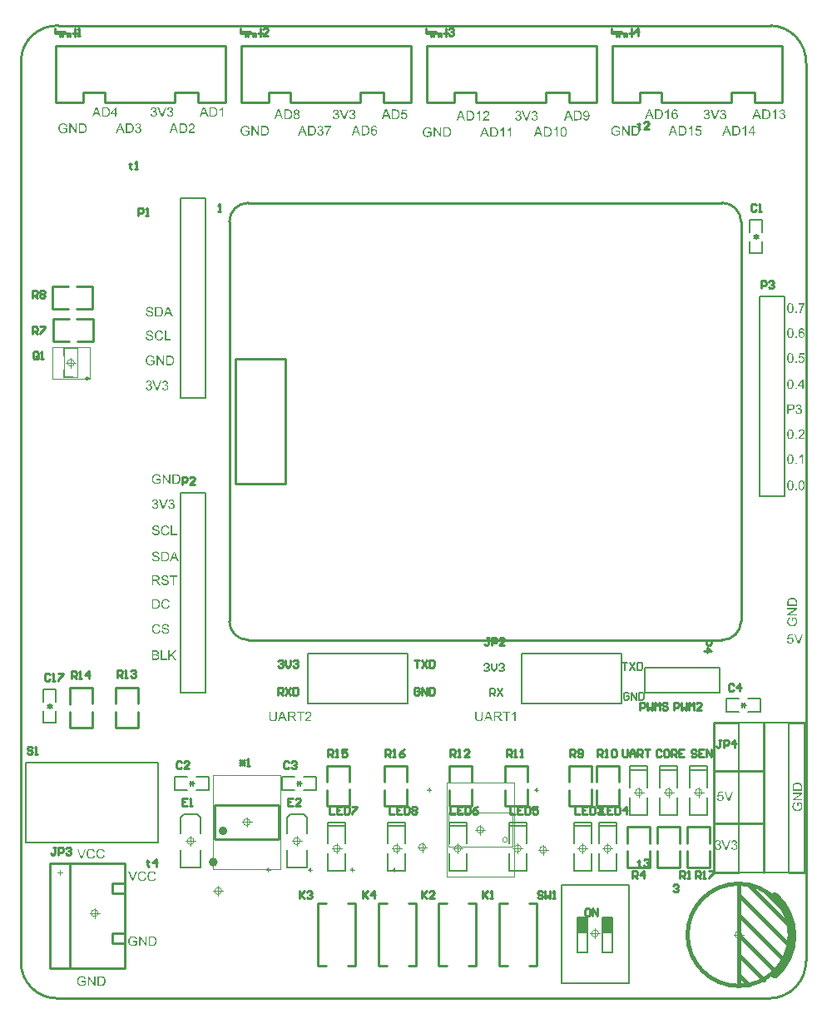
<source format=gto>
G04*
G04 #@! TF.GenerationSoftware,Altium Limited,Altium Designer,22.3.1 (43)*
G04*
G04 Layer_Color=65535*
%FSLAX25Y25*%
%MOIN*%
G70*
G04*
G04 #@! TF.SameCoordinates,7771213D-0031-41E0-B7F0-5BACD8635ED2*
G04*
G04*
G04 #@! TF.FilePolarity,Positive*
G04*
G01*
G75*
%ADD10C,0.01968*%
%ADD11C,0.00984*%
%ADD12C,0.01000*%
%ADD13C,0.01500*%
%ADD14C,0.02900*%
%ADD15C,0.00787*%
%ADD16C,0.00800*%
%ADD17C,0.00500*%
%ADD18C,0.00600*%
%ADD19R,0.04000X0.06000*%
%ADD20C,0.00394*%
%ADD21C,0.00100*%
%ADD22C,0.00197*%
%ADD23C,0.00300*%
G36*
X102519Y112621D02*
Y112615D01*
Y112593D01*
Y112565D01*
Y112526D01*
X102514Y112476D01*
Y112421D01*
X102508Y112354D01*
X102503Y112288D01*
X102486Y112138D01*
X102464Y111982D01*
X102430Y111832D01*
X102408Y111760D01*
X102386Y111694D01*
Y111688D01*
X102380Y111677D01*
X102369Y111660D01*
X102358Y111638D01*
X102325Y111577D01*
X102275Y111500D01*
X102208Y111411D01*
X102131Y111322D01*
X102031Y111228D01*
X101909Y111144D01*
X101903D01*
X101892Y111133D01*
X101875Y111128D01*
X101848Y111111D01*
X101814Y111094D01*
X101770Y111078D01*
X101725Y111061D01*
X101670Y111039D01*
X101609Y111017D01*
X101542Y111000D01*
X101470Y110983D01*
X101387Y110967D01*
X101304Y110956D01*
X101215Y110944D01*
X101015Y110933D01*
X100965D01*
X100926Y110939D01*
X100882D01*
X100826Y110944D01*
X100765Y110950D01*
X100704Y110956D01*
X100566Y110978D01*
X100416Y111011D01*
X100271Y111056D01*
X100133Y111117D01*
X100127D01*
X100116Y111128D01*
X100099Y111139D01*
X100077Y111150D01*
X100016Y111194D01*
X99944Y111255D01*
X99861Y111333D01*
X99783Y111422D01*
X99705Y111533D01*
X99644Y111655D01*
Y111660D01*
X99639Y111672D01*
X99633Y111694D01*
X99622Y111722D01*
X99611Y111755D01*
X99600Y111799D01*
X99583Y111849D01*
X99572Y111910D01*
X99561Y111977D01*
X99544Y112049D01*
X99533Y112127D01*
X99522Y112210D01*
X99511Y112304D01*
X99506Y112404D01*
X99500Y112510D01*
Y112621D01*
Y114841D01*
X100011D01*
Y112621D01*
Y112615D01*
Y112598D01*
Y112571D01*
Y112537D01*
X100016Y112498D01*
Y112449D01*
X100022Y112343D01*
X100033Y112221D01*
X100049Y112099D01*
X100072Y111982D01*
X100083Y111932D01*
X100099Y111882D01*
X100105Y111871D01*
X100116Y111844D01*
X100144Y111805D01*
X100177Y111749D01*
X100216Y111694D01*
X100271Y111633D01*
X100338Y111572D01*
X100416Y111522D01*
X100427Y111516D01*
X100455Y111500D01*
X100505Y111483D01*
X100571Y111461D01*
X100649Y111433D01*
X100749Y111416D01*
X100854Y111400D01*
X100971Y111394D01*
X101026D01*
X101060Y111400D01*
X101110D01*
X101160Y111405D01*
X101282Y111427D01*
X101415Y111455D01*
X101542Y111500D01*
X101664Y111560D01*
X101720Y111599D01*
X101770Y111644D01*
X101776Y111649D01*
X101781Y111655D01*
X101792Y111672D01*
X101809Y111694D01*
X101825Y111727D01*
X101848Y111760D01*
X101870Y111810D01*
X101892Y111860D01*
X101914Y111921D01*
X101931Y111994D01*
X101953Y112077D01*
X101970Y112165D01*
X101986Y112265D01*
X101997Y112371D01*
X102009Y112493D01*
Y112621D01*
Y114841D01*
X102519D01*
Y112621D01*
D02*
G37*
G36*
X115273Y114852D02*
X115317Y114846D01*
X115373Y114841D01*
X115434Y114830D01*
X115495Y114818D01*
X115639Y114779D01*
X115784Y114724D01*
X115856Y114691D01*
X115928Y114652D01*
X115995Y114602D01*
X116056Y114547D01*
X116061Y114541D01*
X116072Y114535D01*
X116083Y114513D01*
X116106Y114491D01*
X116133Y114463D01*
X116161Y114424D01*
X116189Y114385D01*
X116222Y114336D01*
X116278Y114230D01*
X116333Y114097D01*
X116355Y114030D01*
X116367Y113953D01*
X116377Y113875D01*
X116383Y113792D01*
Y113780D01*
Y113753D01*
X116377Y113708D01*
X116372Y113647D01*
X116361Y113581D01*
X116339Y113503D01*
X116316Y113420D01*
X116283Y113337D01*
X116278Y113326D01*
X116267Y113298D01*
X116244Y113253D01*
X116211Y113192D01*
X116167Y113126D01*
X116111Y113042D01*
X116045Y112959D01*
X115967Y112865D01*
X115956Y112854D01*
X115928Y112820D01*
X115900Y112793D01*
X115873Y112765D01*
X115839Y112732D01*
X115795Y112687D01*
X115750Y112643D01*
X115695Y112593D01*
X115639Y112537D01*
X115573Y112476D01*
X115501Y112415D01*
X115423Y112343D01*
X115334Y112271D01*
X115245Y112193D01*
X115240Y112188D01*
X115229Y112177D01*
X115207Y112160D01*
X115179Y112138D01*
X115146Y112104D01*
X115107Y112071D01*
X115018Y111999D01*
X114924Y111916D01*
X114835Y111832D01*
X114757Y111760D01*
X114724Y111733D01*
X114696Y111705D01*
X114690Y111699D01*
X114674Y111683D01*
X114652Y111660D01*
X114624Y111627D01*
X114596Y111588D01*
X114563Y111549D01*
X114496Y111455D01*
X116389D01*
Y111000D01*
X113841D01*
Y111005D01*
Y111028D01*
Y111061D01*
X113847Y111105D01*
X113852Y111155D01*
X113863Y111211D01*
X113874Y111266D01*
X113897Y111327D01*
Y111333D01*
X113902Y111339D01*
X113913Y111372D01*
X113935Y111422D01*
X113969Y111488D01*
X114013Y111566D01*
X114069Y111655D01*
X114130Y111744D01*
X114207Y111838D01*
Y111844D01*
X114219Y111849D01*
X114246Y111882D01*
X114296Y111932D01*
X114368Y112004D01*
X114452Y112088D01*
X114557Y112188D01*
X114685Y112299D01*
X114824Y112415D01*
X114829Y112421D01*
X114851Y112437D01*
X114885Y112465D01*
X114924Y112498D01*
X114973Y112543D01*
X115034Y112593D01*
X115095Y112648D01*
X115168Y112709D01*
X115306Y112843D01*
X115445Y112976D01*
X115512Y113042D01*
X115573Y113109D01*
X115628Y113170D01*
X115673Y113231D01*
Y113237D01*
X115684Y113242D01*
X115695Y113259D01*
X115706Y113281D01*
X115745Y113342D01*
X115789Y113414D01*
X115828Y113503D01*
X115867Y113597D01*
X115889Y113703D01*
X115900Y113803D01*
Y113808D01*
Y113814D01*
X115895Y113847D01*
X115889Y113903D01*
X115873Y113964D01*
X115850Y114041D01*
X115811Y114119D01*
X115761Y114197D01*
X115695Y114275D01*
X115684Y114286D01*
X115656Y114308D01*
X115617Y114336D01*
X115556Y114374D01*
X115478Y114408D01*
X115390Y114441D01*
X115284Y114463D01*
X115168Y114469D01*
X115134D01*
X115112Y114463D01*
X115046Y114458D01*
X114968Y114441D01*
X114885Y114419D01*
X114790Y114380D01*
X114701Y114330D01*
X114618Y114263D01*
X114607Y114252D01*
X114585Y114225D01*
X114552Y114180D01*
X114518Y114114D01*
X114479Y114036D01*
X114446Y113936D01*
X114424Y113825D01*
X114413Y113697D01*
X113930Y113747D01*
Y113753D01*
X113935Y113769D01*
Y113797D01*
X113941Y113836D01*
X113952Y113880D01*
X113963Y113930D01*
X113980Y113991D01*
X113997Y114052D01*
X114041Y114186D01*
X114108Y114319D01*
X114146Y114385D01*
X114196Y114452D01*
X114246Y114513D01*
X114302Y114569D01*
X114307Y114574D01*
X114319Y114580D01*
X114335Y114596D01*
X114363Y114613D01*
X114396Y114635D01*
X114435Y114657D01*
X114479Y114685D01*
X114535Y114713D01*
X114596Y114741D01*
X114663Y114769D01*
X114735Y114791D01*
X114812Y114813D01*
X114896Y114830D01*
X114985Y114846D01*
X115079Y114852D01*
X115179Y114857D01*
X115234D01*
X115273Y114852D01*
D02*
G37*
G36*
X113575Y114385D02*
X112309D01*
Y111000D01*
X111799D01*
Y114385D01*
X110533D01*
Y114841D01*
X113575D01*
Y114385D01*
D02*
G37*
G36*
X108780Y114835D02*
X108829D01*
X108946Y114830D01*
X109068Y114813D01*
X109201Y114796D01*
X109324Y114769D01*
X109385Y114752D01*
X109434Y114735D01*
X109440D01*
X109446Y114730D01*
X109479Y114713D01*
X109529Y114691D01*
X109590Y114652D01*
X109657Y114602D01*
X109729Y114535D01*
X109795Y114458D01*
X109862Y114369D01*
Y114363D01*
X109867Y114358D01*
X109890Y114324D01*
X109912Y114269D01*
X109945Y114197D01*
X109973Y114114D01*
X110001Y114014D01*
X110017Y113908D01*
X110023Y113792D01*
Y113786D01*
Y113775D01*
Y113753D01*
X110017Y113725D01*
Y113686D01*
X110012Y113647D01*
X109990Y113553D01*
X109956Y113442D01*
X109912Y113326D01*
X109845Y113209D01*
X109801Y113153D01*
X109756Y113098D01*
X109751Y113092D01*
X109745Y113087D01*
X109729Y113070D01*
X109706Y113054D01*
X109679Y113031D01*
X109645Y113009D01*
X109601Y112981D01*
X109557Y112948D01*
X109501Y112920D01*
X109440Y112893D01*
X109373Y112859D01*
X109301Y112831D01*
X109218Y112809D01*
X109135Y112782D01*
X109040Y112765D01*
X108941Y112748D01*
X108952Y112743D01*
X108974Y112732D01*
X109007Y112709D01*
X109052Y112687D01*
X109151Y112626D01*
X109201Y112587D01*
X109246Y112554D01*
X109257Y112543D01*
X109285Y112515D01*
X109329Y112471D01*
X109385Y112415D01*
X109446Y112338D01*
X109518Y112254D01*
X109590Y112154D01*
X109668Y112043D01*
X110328Y111000D01*
X109695D01*
X109190Y111799D01*
Y111805D01*
X109179Y111816D01*
X109168Y111832D01*
X109151Y111855D01*
X109113Y111916D01*
X109063Y111994D01*
X109002Y112077D01*
X108941Y112165D01*
X108879Y112249D01*
X108824Y112326D01*
X108818Y112332D01*
X108802Y112354D01*
X108774Y112388D01*
X108735Y112426D01*
X108652Y112510D01*
X108607Y112548D01*
X108563Y112582D01*
X108558Y112587D01*
X108546Y112593D01*
X108524Y112604D01*
X108491Y112621D01*
X108458Y112637D01*
X108419Y112654D01*
X108330Y112682D01*
X108325D01*
X108313Y112687D01*
X108291D01*
X108263Y112693D01*
X108225Y112698D01*
X108180D01*
X108119Y112704D01*
X107464D01*
Y111000D01*
X106954D01*
Y114841D01*
X108735D01*
X108780Y114835D01*
D02*
G37*
G36*
X106537Y111000D02*
X105960D01*
X105511Y112165D01*
X103901D01*
X103485Y111000D01*
X102947D01*
X104412Y114841D01*
X104967D01*
X106537Y111000D01*
D02*
G37*
G36*
X205881Y355352D02*
X205953Y355341D01*
X206042Y355324D01*
X206142Y355296D01*
X206242Y355263D01*
X206342Y355219D01*
X206347D01*
X206353Y355213D01*
X206386Y355196D01*
X206436Y355163D01*
X206491Y355124D01*
X206558Y355069D01*
X206625Y355008D01*
X206691Y354935D01*
X206747Y354852D01*
X206752Y354841D01*
X206769Y354813D01*
X206791Y354763D01*
X206819Y354702D01*
X206847Y354630D01*
X206869Y354547D01*
X206886Y354453D01*
X206891Y354358D01*
Y354347D01*
Y354314D01*
X206886Y354270D01*
X206874Y354208D01*
X206858Y354136D01*
X206830Y354059D01*
X206797Y353981D01*
X206752Y353903D01*
X206747Y353892D01*
X206730Y353870D01*
X206697Y353831D01*
X206652Y353787D01*
X206597Y353737D01*
X206530Y353681D01*
X206453Y353631D01*
X206358Y353581D01*
X206364D01*
X206375Y353576D01*
X206392Y353570D01*
X206414Y353565D01*
X206475Y353542D01*
X206553Y353509D01*
X206641Y353465D01*
X206730Y353409D01*
X206813Y353337D01*
X206891Y353254D01*
X206897Y353243D01*
X206919Y353209D01*
X206952Y353154D01*
X206985Y353082D01*
X207019Y352993D01*
X207052Y352888D01*
X207074Y352765D01*
X207080Y352632D01*
Y352627D01*
Y352610D01*
Y352582D01*
X207074Y352549D01*
X207069Y352505D01*
X207058Y352455D01*
X207047Y352399D01*
X207035Y352338D01*
X206991Y352205D01*
X206958Y352133D01*
X206924Y352066D01*
X206880Y351994D01*
X206830Y351922D01*
X206774Y351850D01*
X206708Y351783D01*
X206702Y351778D01*
X206691Y351766D01*
X206669Y351750D01*
X206641Y351728D01*
X206608Y351700D01*
X206564Y351672D01*
X206514Y351639D01*
X206453Y351611D01*
X206392Y351578D01*
X206319Y351544D01*
X206247Y351517D01*
X206164Y351489D01*
X206075Y351467D01*
X205981Y351450D01*
X205887Y351439D01*
X205781Y351433D01*
X205731D01*
X205698Y351439D01*
X205654Y351445D01*
X205604Y351450D01*
X205548Y351461D01*
X205487Y351472D01*
X205354Y351505D01*
X205215Y351561D01*
X205143Y351594D01*
X205076Y351633D01*
X205010Y351683D01*
X204943Y351733D01*
X204938Y351739D01*
X204926Y351750D01*
X204910Y351766D01*
X204893Y351789D01*
X204865Y351816D01*
X204838Y351855D01*
X204804Y351894D01*
X204771Y351944D01*
X204738Y351999D01*
X204704Y352055D01*
X204643Y352188D01*
X204593Y352344D01*
X204577Y352427D01*
X204566Y352516D01*
X205037Y352577D01*
Y352571D01*
X205043Y352560D01*
X205048Y352538D01*
X205054Y352510D01*
X205060Y352477D01*
X205071Y352438D01*
X205099Y352355D01*
X205137Y352255D01*
X205187Y352160D01*
X205243Y352072D01*
X205309Y351994D01*
X205320Y351988D01*
X205343Y351966D01*
X205387Y351939D01*
X205443Y351911D01*
X205509Y351877D01*
X205592Y351850D01*
X205687Y351827D01*
X205787Y351822D01*
X205820D01*
X205842Y351827D01*
X205903Y351833D01*
X205981Y351850D01*
X206070Y351877D01*
X206164Y351916D01*
X206258Y351972D01*
X206347Y352049D01*
X206358Y352061D01*
X206386Y352094D01*
X206419Y352144D01*
X206464Y352210D01*
X206508Y352294D01*
X206541Y352388D01*
X206569Y352499D01*
X206580Y352621D01*
Y352627D01*
Y352638D01*
Y352654D01*
X206575Y352677D01*
X206569Y352738D01*
X206553Y352810D01*
X206530Y352899D01*
X206491Y352987D01*
X206436Y353076D01*
X206364Y353159D01*
X206353Y353171D01*
X206325Y353193D01*
X206281Y353226D01*
X206220Y353265D01*
X206142Y353304D01*
X206048Y353337D01*
X205942Y353359D01*
X205825Y353370D01*
X205776D01*
X205737Y353365D01*
X205687Y353359D01*
X205631Y353348D01*
X205565Y353337D01*
X205492Y353320D01*
X205548Y353737D01*
X205576D01*
X205598Y353731D01*
X205670D01*
X205731Y353742D01*
X205803Y353753D01*
X205887Y353770D01*
X205981Y353798D01*
X206070Y353836D01*
X206164Y353887D01*
X206170D01*
X206175Y353892D01*
X206203Y353914D01*
X206242Y353953D01*
X206286Y354003D01*
X206330Y354075D01*
X206369Y354158D01*
X206397Y354253D01*
X206408Y354308D01*
Y354369D01*
Y354375D01*
Y354380D01*
Y354414D01*
X206397Y354458D01*
X206386Y354519D01*
X206364Y354586D01*
X206336Y354658D01*
X206292Y354730D01*
X206231Y354797D01*
X206225Y354802D01*
X206197Y354824D01*
X206158Y354852D01*
X206109Y354886D01*
X206042Y354913D01*
X205964Y354941D01*
X205875Y354963D01*
X205776Y354969D01*
X205731D01*
X205681Y354958D01*
X205615Y354946D01*
X205542Y354924D01*
X205470Y354897D01*
X205393Y354852D01*
X205320Y354797D01*
X205315Y354791D01*
X205293Y354763D01*
X205259Y354725D01*
X205221Y354669D01*
X205182Y354597D01*
X205143Y354508D01*
X205110Y354403D01*
X205087Y354280D01*
X204616Y354364D01*
Y354369D01*
X204621Y354386D01*
X204627Y354408D01*
X204632Y354441D01*
X204643Y354480D01*
X204660Y354525D01*
X204693Y354630D01*
X204749Y354752D01*
X204815Y354874D01*
X204899Y354991D01*
X205004Y355096D01*
X205010Y355102D01*
X205021Y355107D01*
X205037Y355119D01*
X205060Y355135D01*
X205087Y355157D01*
X205126Y355180D01*
X205165Y355202D01*
X205215Y355230D01*
X205326Y355274D01*
X205454Y355318D01*
X205604Y355346D01*
X205681Y355357D01*
X205820D01*
X205881Y355352D01*
D02*
G37*
G36*
X199315D02*
X199388Y355341D01*
X199476Y355324D01*
X199576Y355296D01*
X199676Y355263D01*
X199776Y355219D01*
X199782D01*
X199787Y355213D01*
X199820Y355196D01*
X199870Y355163D01*
X199926Y355124D01*
X199993Y355069D01*
X200059Y355008D01*
X200126Y354935D01*
X200181Y354852D01*
X200187Y354841D01*
X200203Y354813D01*
X200225Y354763D01*
X200253Y354702D01*
X200281Y354630D01*
X200303Y354547D01*
X200320Y354453D01*
X200325Y354358D01*
Y354347D01*
Y354314D01*
X200320Y354270D01*
X200309Y354208D01*
X200292Y354136D01*
X200264Y354059D01*
X200231Y353981D01*
X200187Y353903D01*
X200181Y353892D01*
X200165Y353870D01*
X200131Y353831D01*
X200087Y353787D01*
X200031Y353737D01*
X199965Y353681D01*
X199887Y353631D01*
X199793Y353581D01*
X199798D01*
X199809Y353576D01*
X199826Y353570D01*
X199848Y353565D01*
X199909Y353542D01*
X199987Y353509D01*
X200076Y353465D01*
X200165Y353409D01*
X200248Y353337D01*
X200325Y353254D01*
X200331Y353243D01*
X200353Y353209D01*
X200387Y353154D01*
X200420Y353082D01*
X200453Y352993D01*
X200486Y352888D01*
X200509Y352765D01*
X200514Y352632D01*
Y352627D01*
Y352610D01*
Y352582D01*
X200509Y352549D01*
X200503Y352505D01*
X200492Y352455D01*
X200481Y352399D01*
X200470Y352338D01*
X200425Y352205D01*
X200392Y352133D01*
X200359Y352066D01*
X200314Y351994D01*
X200264Y351922D01*
X200209Y351850D01*
X200142Y351783D01*
X200137Y351778D01*
X200126Y351766D01*
X200103Y351750D01*
X200076Y351728D01*
X200042Y351700D01*
X199998Y351672D01*
X199948Y351639D01*
X199887Y351611D01*
X199826Y351578D01*
X199754Y351544D01*
X199682Y351517D01*
X199598Y351489D01*
X199510Y351467D01*
X199415Y351450D01*
X199321Y351439D01*
X199215Y351433D01*
X199165D01*
X199132Y351439D01*
X199088Y351445D01*
X199038Y351450D01*
X198982Y351461D01*
X198921Y351472D01*
X198788Y351505D01*
X198649Y351561D01*
X198577Y351594D01*
X198511Y351633D01*
X198444Y351683D01*
X198377Y351733D01*
X198372Y351739D01*
X198361Y351750D01*
X198344Y351766D01*
X198327Y351789D01*
X198300Y351816D01*
X198272Y351855D01*
X198239Y351894D01*
X198205Y351944D01*
X198172Y351999D01*
X198139Y352055D01*
X198078Y352188D01*
X198028Y352344D01*
X198011Y352427D01*
X198000Y352516D01*
X198472Y352577D01*
Y352571D01*
X198477Y352560D01*
X198483Y352538D01*
X198488Y352510D01*
X198494Y352477D01*
X198505Y352438D01*
X198533Y352355D01*
X198572Y352255D01*
X198622Y352160D01*
X198677Y352072D01*
X198744Y351994D01*
X198755Y351988D01*
X198777Y351966D01*
X198821Y351939D01*
X198877Y351911D01*
X198943Y351877D01*
X199027Y351850D01*
X199121Y351827D01*
X199221Y351822D01*
X199254D01*
X199276Y351827D01*
X199338Y351833D01*
X199415Y351850D01*
X199504Y351877D01*
X199598Y351916D01*
X199693Y351972D01*
X199782Y352049D01*
X199793Y352061D01*
X199820Y352094D01*
X199854Y352144D01*
X199898Y352210D01*
X199943Y352294D01*
X199976Y352388D01*
X200004Y352499D01*
X200015Y352621D01*
Y352627D01*
Y352638D01*
Y352654D01*
X200009Y352677D01*
X200004Y352738D01*
X199987Y352810D01*
X199965Y352899D01*
X199926Y352987D01*
X199870Y353076D01*
X199798Y353159D01*
X199787Y353171D01*
X199759Y353193D01*
X199715Y353226D01*
X199654Y353265D01*
X199576Y353304D01*
X199482Y353337D01*
X199376Y353359D01*
X199260Y353370D01*
X199210D01*
X199171Y353365D01*
X199121Y353359D01*
X199066Y353348D01*
X198999Y353337D01*
X198927Y353320D01*
X198982Y353737D01*
X199010D01*
X199032Y353731D01*
X199104D01*
X199165Y353742D01*
X199238Y353753D01*
X199321Y353770D01*
X199415Y353798D01*
X199504Y353836D01*
X199598Y353887D01*
X199604D01*
X199609Y353892D01*
X199637Y353914D01*
X199676Y353953D01*
X199721Y354003D01*
X199765Y354075D01*
X199804Y354158D01*
X199831Y354253D01*
X199843Y354308D01*
Y354369D01*
Y354375D01*
Y354380D01*
Y354414D01*
X199831Y354458D01*
X199820Y354519D01*
X199798Y354586D01*
X199770Y354658D01*
X199726Y354730D01*
X199665Y354797D01*
X199659Y354802D01*
X199632Y354824D01*
X199593Y354852D01*
X199543Y354886D01*
X199476Y354913D01*
X199399Y354941D01*
X199310Y354963D01*
X199210Y354969D01*
X199165D01*
X199116Y354958D01*
X199049Y354946D01*
X198977Y354924D01*
X198905Y354897D01*
X198827Y354852D01*
X198755Y354797D01*
X198749Y354791D01*
X198727Y354763D01*
X198694Y354725D01*
X198655Y354669D01*
X198616Y354597D01*
X198577Y354508D01*
X198544Y354403D01*
X198522Y354280D01*
X198050Y354364D01*
Y354369D01*
X198056Y354386D01*
X198061Y354408D01*
X198067Y354441D01*
X198078Y354480D01*
X198094Y354525D01*
X198128Y354630D01*
X198183Y354752D01*
X198250Y354874D01*
X198333Y354991D01*
X198438Y355096D01*
X198444Y355102D01*
X198455Y355107D01*
X198472Y355119D01*
X198494Y355135D01*
X198522Y355157D01*
X198561Y355180D01*
X198599Y355202D01*
X198649Y355230D01*
X198760Y355274D01*
X198888Y355318D01*
X199038Y355346D01*
X199116Y355357D01*
X199254D01*
X199315Y355352D01*
D02*
G37*
G36*
X202795Y351500D02*
X202262D01*
X200775Y355341D01*
X201330D01*
X202329Y352549D01*
Y352543D01*
X202334Y352532D01*
X202340Y352516D01*
X202351Y352493D01*
X202357Y352460D01*
X202368Y352427D01*
X202396Y352344D01*
X202429Y352249D01*
X202462Y352144D01*
X202529Y351922D01*
Y351927D01*
X202534Y351939D01*
X202540Y351955D01*
X202545Y351977D01*
X202562Y352038D01*
X202590Y352122D01*
X202618Y352216D01*
X202651Y352321D01*
X202690Y352432D01*
X202734Y352549D01*
X203778Y355341D01*
X204294D01*
X202795Y351500D01*
D02*
G37*
G36*
X214957Y345067D02*
X214485D01*
Y348069D01*
X214480Y348064D01*
X214452Y348041D01*
X214419Y348008D01*
X214363Y347969D01*
X214302Y347919D01*
X214225Y347864D01*
X214136Y347803D01*
X214036Y347742D01*
X214030D01*
X214025Y347736D01*
X213991Y347714D01*
X213936Y347686D01*
X213869Y347653D01*
X213792Y347614D01*
X213708Y347575D01*
X213625Y347536D01*
X213542Y347503D01*
Y347958D01*
X213547D01*
X213559Y347969D01*
X213581Y347975D01*
X213609Y347991D01*
X213642Y348008D01*
X213681Y348030D01*
X213775Y348086D01*
X213886Y348147D01*
X213997Y348224D01*
X214114Y348313D01*
X214230Y348408D01*
X214236Y348413D01*
X214241Y348419D01*
X214258Y348435D01*
X214280Y348452D01*
X214330Y348508D01*
X214397Y348574D01*
X214463Y348652D01*
X214535Y348741D01*
X214597Y348830D01*
X214652Y348924D01*
X214957D01*
Y345067D01*
D02*
G37*
G36*
X211078Y348902D02*
X211189Y348896D01*
X211300Y348885D01*
X211411Y348868D01*
X211505Y348852D01*
X211511D01*
X211522Y348846D01*
X211538D01*
X211561Y348835D01*
X211622Y348818D01*
X211699Y348791D01*
X211788Y348752D01*
X211882Y348702D01*
X211977Y348646D01*
X212066Y348574D01*
X212071Y348569D01*
X212077Y348563D01*
X212093Y348547D01*
X212116Y348530D01*
X212171Y348474D01*
X212238Y348397D01*
X212310Y348302D01*
X212388Y348191D01*
X212460Y348064D01*
X212521Y347919D01*
Y347914D01*
X212526Y347903D01*
X212537Y347881D01*
X212543Y347847D01*
X212560Y347808D01*
X212571Y347764D01*
X212582Y347714D01*
X212598Y347653D01*
X212615Y347592D01*
X212626Y347520D01*
X212654Y347364D01*
X212671Y347192D01*
X212676Y347004D01*
Y346998D01*
Y346987D01*
Y346959D01*
Y346931D01*
X212671Y346892D01*
Y346848D01*
X212665Y346743D01*
X212648Y346621D01*
X212632Y346493D01*
X212604Y346360D01*
X212571Y346227D01*
Y346221D01*
X212565Y346210D01*
X212560Y346193D01*
X212554Y346171D01*
X212532Y346110D01*
X212498Y346032D01*
X212465Y345943D01*
X212421Y345855D01*
X212365Y345760D01*
X212310Y345672D01*
X212304Y345660D01*
X212282Y345633D01*
X212249Y345594D01*
X212204Y345544D01*
X212154Y345488D01*
X212093Y345433D01*
X212032Y345372D01*
X211960Y345322D01*
X211949Y345316D01*
X211927Y345300D01*
X211888Y345278D01*
X211832Y345250D01*
X211766Y345216D01*
X211688Y345189D01*
X211599Y345155D01*
X211500Y345128D01*
X211489D01*
X211472Y345122D01*
X211455Y345117D01*
X211400Y345111D01*
X211322Y345100D01*
X211233Y345089D01*
X211128Y345078D01*
X211011Y345072D01*
X210883Y345067D01*
X209502D01*
Y348907D01*
X210978D01*
X211078Y348902D01*
D02*
G37*
G36*
X209091Y345067D02*
X208514D01*
X208064Y346232D01*
X206455D01*
X206038Y345067D01*
X205500D01*
X206965Y348907D01*
X207520D01*
X209091Y345067D01*
D02*
G37*
G36*
X217532Y348918D02*
X217605Y348907D01*
X217688Y348890D01*
X217777Y348868D01*
X217871Y348841D01*
X217960Y348796D01*
X217965D01*
X217971Y348791D01*
X217999Y348774D01*
X218043Y348746D01*
X218098Y348707D01*
X218160Y348652D01*
X218226Y348591D01*
X218287Y348519D01*
X218348Y348435D01*
X218354Y348424D01*
X218376Y348397D01*
X218398Y348347D01*
X218437Y348274D01*
X218470Y348191D01*
X218515Y348097D01*
X218554Y347986D01*
X218587Y347864D01*
Y347858D01*
X218593Y347847D01*
X218598Y347831D01*
X218603Y347803D01*
X218609Y347769D01*
X218615Y347731D01*
X218626Y347681D01*
X218631Y347625D01*
X218642Y347564D01*
X218648Y347498D01*
X218653Y347420D01*
X218665Y347342D01*
X218670Y347253D01*
Y347165D01*
X218676Y347065D01*
Y346959D01*
Y346954D01*
Y346931D01*
Y346892D01*
Y346848D01*
X218670Y346787D01*
Y346721D01*
X218665Y346648D01*
X218659Y346571D01*
X218642Y346393D01*
X218615Y346210D01*
X218581Y346032D01*
X218559Y345949D01*
X218531Y345866D01*
Y345860D01*
X218526Y345849D01*
X218515Y345827D01*
X218504Y345799D01*
X218493Y345760D01*
X218470Y345722D01*
X218426Y345627D01*
X218370Y345527D01*
X218298Y345416D01*
X218215Y345316D01*
X218115Y345222D01*
X218110D01*
X218104Y345211D01*
X218087Y345200D01*
X218065Y345189D01*
X218037Y345172D01*
X218010Y345150D01*
X217927Y345111D01*
X217827Y345072D01*
X217710Y345033D01*
X217571Y345011D01*
X217421Y345000D01*
X217366D01*
X217327Y345005D01*
X217283Y345011D01*
X217227Y345022D01*
X217166Y345033D01*
X217099Y345050D01*
X217033Y345072D01*
X216961Y345094D01*
X216889Y345128D01*
X216816Y345166D01*
X216744Y345211D01*
X216672Y345266D01*
X216605Y345327D01*
X216545Y345394D01*
X216539Y345400D01*
X216528Y345416D01*
X216511Y345444D01*
X216483Y345488D01*
X216456Y345538D01*
X216428Y345605D01*
X216389Y345683D01*
X216356Y345772D01*
X216322Y345871D01*
X216289Y345988D01*
X216256Y346115D01*
X216228Y346260D01*
X216200Y346415D01*
X216184Y346582D01*
X216173Y346765D01*
X216167Y346959D01*
Y346965D01*
Y346987D01*
Y347026D01*
Y347070D01*
X216173Y347131D01*
Y347198D01*
X216178Y347270D01*
X216184Y347353D01*
X216200Y347525D01*
X216228Y347708D01*
X216262Y347892D01*
X216284Y347975D01*
X216306Y348058D01*
Y348064D01*
X216311Y348075D01*
X216322Y348097D01*
X216334Y348125D01*
X216345Y348164D01*
X216367Y348202D01*
X216411Y348297D01*
X216467Y348397D01*
X216539Y348502D01*
X216622Y348607D01*
X216722Y348696D01*
X216728D01*
X216733Y348707D01*
X216750Y348719D01*
X216772Y348730D01*
X216800Y348752D01*
X216833Y348768D01*
X216916Y348813D01*
X217016Y348852D01*
X217133Y348890D01*
X217271Y348913D01*
X217421Y348924D01*
X217471D01*
X217532Y348918D01*
D02*
G37*
G36*
X226533Y355418D02*
X226561D01*
X226599Y355413D01*
X226694Y355396D01*
X226799Y355374D01*
X226916Y355335D01*
X227032Y355285D01*
X227149Y355219D01*
X227154D01*
X227160Y355207D01*
X227177Y355196D01*
X227199Y355180D01*
X227254Y355135D01*
X227326Y355074D01*
X227399Y354991D01*
X227482Y354891D01*
X227554Y354774D01*
X227621Y354641D01*
Y354636D01*
X227626Y354625D01*
X227637Y354602D01*
X227648Y354575D01*
X227660Y354536D01*
X227676Y354486D01*
X227687Y354430D01*
X227704Y354369D01*
X227720Y354297D01*
X227737Y354214D01*
X227748Y354125D01*
X227759Y354031D01*
X227770Y353925D01*
X227782Y353814D01*
X227787Y353692D01*
Y353565D01*
Y353559D01*
Y353531D01*
Y353492D01*
Y353443D01*
X227782Y353381D01*
Y353309D01*
X227776Y353226D01*
X227765Y353143D01*
X227748Y352954D01*
X227720Y352754D01*
X227682Y352566D01*
X227654Y352471D01*
X227626Y352388D01*
Y352382D01*
X227621Y352371D01*
X227609Y352349D01*
X227598Y352316D01*
X227582Y352283D01*
X227560Y352238D01*
X227504Y352144D01*
X227437Y352038D01*
X227360Y351927D01*
X227260Y351822D01*
X227149Y351728D01*
X227143D01*
X227132Y351716D01*
X227116Y351705D01*
X227093Y351694D01*
X227060Y351678D01*
X227027Y351655D01*
X226982Y351633D01*
X226938Y351617D01*
X226833Y351572D01*
X226705Y351533D01*
X226566Y351511D01*
X226411Y351500D01*
X226366D01*
X226339Y351505D01*
X226300D01*
X226255Y351511D01*
X226150Y351533D01*
X226033Y351561D01*
X225911Y351606D01*
X225789Y351666D01*
X225728Y351705D01*
X225673Y351750D01*
X225667Y351755D01*
X225661Y351761D01*
X225645Y351778D01*
X225628Y351794D01*
X225606Y351822D01*
X225578Y351855D01*
X225523Y351933D01*
X225467Y352033D01*
X225412Y352155D01*
X225367Y352294D01*
X225334Y352455D01*
X225789Y352493D01*
Y352488D01*
X225795Y352477D01*
Y352466D01*
X225800Y352444D01*
X225817Y352382D01*
X225839Y352316D01*
X225867Y352238D01*
X225906Y352160D01*
X225950Y352088D01*
X226006Y352027D01*
X226011Y352022D01*
X226033Y352005D01*
X226072Y351983D01*
X226117Y351961D01*
X226178Y351933D01*
X226250Y351911D01*
X226333Y351894D01*
X226422Y351888D01*
X226461D01*
X226500Y351894D01*
X226550Y351900D01*
X226610Y351911D01*
X226672Y351927D01*
X226738Y351950D01*
X226799Y351983D01*
X226805Y351988D01*
X226827Y351999D01*
X226860Y352022D01*
X226894Y352055D01*
X226938Y352094D01*
X226982Y352138D01*
X227027Y352188D01*
X227071Y352249D01*
X227077Y352255D01*
X227088Y352283D01*
X227110Y352321D01*
X227132Y352371D01*
X227160Y352438D01*
X227188Y352516D01*
X227216Y352604D01*
X227243Y352704D01*
Y352710D01*
X227249Y352715D01*
Y352732D01*
X227254Y352754D01*
X227265Y352810D01*
X227282Y352882D01*
X227293Y352971D01*
X227304Y353065D01*
X227310Y353171D01*
X227315Y353282D01*
Y353287D01*
Y353304D01*
Y353331D01*
Y353376D01*
X227310Y353365D01*
X227288Y353337D01*
X227254Y353298D01*
X227216Y353243D01*
X227160Y353187D01*
X227093Y353126D01*
X227016Y353065D01*
X226927Y353010D01*
X226916Y353004D01*
X226883Y352987D01*
X226833Y352965D01*
X226771Y352943D01*
X226688Y352915D01*
X226599Y352893D01*
X226500Y352876D01*
X226394Y352871D01*
X226350D01*
X226316Y352876D01*
X226272Y352882D01*
X226228Y352888D01*
X226172Y352899D01*
X226117Y352915D01*
X225989Y352954D01*
X225922Y352982D01*
X225856Y353015D01*
X225784Y353054D01*
X225717Y353104D01*
X225650Y353154D01*
X225589Y353215D01*
X225584Y353221D01*
X225573Y353232D01*
X225562Y353248D01*
X225539Y353276D01*
X225512Y353315D01*
X225484Y353354D01*
X225456Y353404D01*
X225428Y353459D01*
X225395Y353520D01*
X225367Y353587D01*
X225340Y353664D01*
X225312Y353742D01*
X225290Y353831D01*
X225278Y353925D01*
X225267Y354020D01*
X225262Y354125D01*
Y354131D01*
Y354153D01*
Y354181D01*
X225267Y354220D01*
X225273Y354270D01*
X225278Y354330D01*
X225290Y354392D01*
X225306Y354464D01*
X225345Y354608D01*
X225373Y354686D01*
X225406Y354769D01*
X225445Y354847D01*
X225495Y354919D01*
X225545Y354996D01*
X225606Y355063D01*
X225611Y355069D01*
X225623Y355080D01*
X225639Y355096D01*
X225667Y355119D01*
X225700Y355146D01*
X225745Y355180D01*
X225789Y355207D01*
X225845Y355246D01*
X225900Y355280D01*
X225967Y355307D01*
X226117Y355368D01*
X226194Y355391D01*
X226283Y355407D01*
X226372Y355418D01*
X226466Y355424D01*
X226505D01*
X226533Y355418D01*
D02*
G37*
G36*
X223158Y355402D02*
X223269Y355396D01*
X223380Y355385D01*
X223491Y355368D01*
X223586Y355352D01*
X223591D01*
X223602Y355346D01*
X223619D01*
X223641Y355335D01*
X223702Y355318D01*
X223780Y355291D01*
X223869Y355252D01*
X223963Y355202D01*
X224058Y355146D01*
X224146Y355074D01*
X224152Y355069D01*
X224157Y355063D01*
X224174Y355047D01*
X224196Y355030D01*
X224252Y354974D01*
X224318Y354897D01*
X224391Y354802D01*
X224468Y354691D01*
X224540Y354564D01*
X224601Y354419D01*
Y354414D01*
X224607Y354403D01*
X224618Y354380D01*
X224624Y354347D01*
X224640Y354308D01*
X224651Y354264D01*
X224662Y354214D01*
X224679Y354153D01*
X224696Y354092D01*
X224707Y354020D01*
X224735Y353864D01*
X224751Y353692D01*
X224757Y353503D01*
Y353498D01*
Y353487D01*
Y353459D01*
Y353431D01*
X224751Y353393D01*
Y353348D01*
X224746Y353243D01*
X224729Y353121D01*
X224712Y352993D01*
X224685Y352860D01*
X224651Y352727D01*
Y352721D01*
X224646Y352710D01*
X224640Y352693D01*
X224635Y352671D01*
X224612Y352610D01*
X224579Y352532D01*
X224546Y352444D01*
X224501Y352355D01*
X224446Y352260D01*
X224391Y352171D01*
X224385Y352160D01*
X224363Y352133D01*
X224329Y352094D01*
X224285Y352044D01*
X224235Y351988D01*
X224174Y351933D01*
X224113Y351872D01*
X224041Y351822D01*
X224030Y351816D01*
X224008Y351800D01*
X223969Y351778D01*
X223913Y351750D01*
X223847Y351716D01*
X223769Y351689D01*
X223680Y351655D01*
X223580Y351628D01*
X223569D01*
X223552Y351622D01*
X223536Y351617D01*
X223480Y351611D01*
X223403Y351600D01*
X223314Y351589D01*
X223208Y351578D01*
X223092Y351572D01*
X222964Y351567D01*
X221582D01*
Y355407D01*
X223059D01*
X223158Y355402D01*
D02*
G37*
G36*
X221171Y351567D02*
X220594D01*
X220145Y352732D01*
X218535D01*
X218119Y351567D01*
X217581D01*
X219046Y355407D01*
X219601D01*
X221171Y351567D01*
D02*
G37*
G36*
X313999Y277919D02*
X313993Y277913D01*
X313982Y277902D01*
X313960Y277880D01*
X313937Y277847D01*
X313904Y277808D01*
X313860Y277763D01*
X313815Y277708D01*
X313766Y277641D01*
X313716Y277575D01*
X313654Y277497D01*
X313593Y277408D01*
X313532Y277319D01*
X313466Y277220D01*
X313399Y277114D01*
X313333Y276997D01*
X313266Y276881D01*
X313260Y276875D01*
X313249Y276853D01*
X313233Y276820D01*
X313205Y276770D01*
X313177Y276709D01*
X313144Y276642D01*
X313105Y276565D01*
X313066Y276476D01*
X313022Y276376D01*
X312972Y276276D01*
X312927Y276165D01*
X312883Y276048D01*
X312794Y275810D01*
X312711Y275554D01*
Y275549D01*
X312705Y275532D01*
X312700Y275505D01*
X312689Y275471D01*
X312678Y275427D01*
X312667Y275371D01*
X312650Y275310D01*
X312639Y275244D01*
X312622Y275166D01*
X312606Y275083D01*
X312578Y274905D01*
X312550Y274711D01*
X312533Y274500D01*
X312051D01*
Y274505D01*
Y274522D01*
Y274544D01*
X312056Y274578D01*
Y274622D01*
X312062Y274678D01*
X312067Y274739D01*
X312073Y274805D01*
X312084Y274883D01*
X312095Y274961D01*
X312111Y275055D01*
X312128Y275149D01*
X312145Y275249D01*
X312167Y275360D01*
X312223Y275588D01*
Y275593D01*
X312228Y275616D01*
X312239Y275649D01*
X312256Y275699D01*
X312273Y275754D01*
X312295Y275821D01*
X312317Y275899D01*
X312350Y275982D01*
X312384Y276076D01*
X312417Y276171D01*
X312500Y276381D01*
X312600Y276604D01*
X312711Y276825D01*
X312717Y276831D01*
X312728Y276853D01*
X312744Y276881D01*
X312766Y276925D01*
X312794Y276975D01*
X312833Y277036D01*
X312872Y277103D01*
X312916Y277175D01*
X313022Y277336D01*
X313133Y277503D01*
X313260Y277675D01*
X313394Y277836D01*
X311512D01*
Y278291D01*
X313999D01*
Y277919D01*
D02*
G37*
G36*
X310791Y274500D02*
X310252D01*
Y275038D01*
X310791D01*
Y274500D01*
D02*
G37*
G36*
X308365Y278352D02*
X308437Y278341D01*
X308521Y278324D01*
X308610Y278302D01*
X308704Y278274D01*
X308793Y278230D01*
X308798D01*
X308804Y278224D01*
X308832Y278207D01*
X308876Y278180D01*
X308931Y278141D01*
X308993Y278085D01*
X309059Y278024D01*
X309120Y277952D01*
X309181Y277869D01*
X309187Y277858D01*
X309209Y277830D01*
X309231Y277780D01*
X309270Y277708D01*
X309303Y277625D01*
X309348Y277530D01*
X309386Y277419D01*
X309420Y277297D01*
Y277292D01*
X309425Y277280D01*
X309431Y277264D01*
X309436Y277236D01*
X309442Y277203D01*
X309448Y277164D01*
X309459Y277114D01*
X309464Y277059D01*
X309475Y276997D01*
X309481Y276931D01*
X309486Y276853D01*
X309497Y276776D01*
X309503Y276687D01*
Y276598D01*
X309509Y276498D01*
Y276393D01*
Y276387D01*
Y276365D01*
Y276326D01*
Y276282D01*
X309503Y276220D01*
Y276154D01*
X309497Y276082D01*
X309492Y276004D01*
X309475Y275827D01*
X309448Y275643D01*
X309414Y275466D01*
X309392Y275382D01*
X309364Y275299D01*
Y275294D01*
X309359Y275283D01*
X309348Y275260D01*
X309336Y275233D01*
X309326Y275194D01*
X309303Y275155D01*
X309259Y275061D01*
X309203Y274961D01*
X309131Y274850D01*
X309048Y274750D01*
X308948Y274655D01*
X308943D01*
X308937Y274644D01*
X308920Y274633D01*
X308898Y274622D01*
X308870Y274605D01*
X308843Y274583D01*
X308759Y274544D01*
X308660Y274505D01*
X308543Y274467D01*
X308404Y274445D01*
X308254Y274433D01*
X308199D01*
X308160Y274439D01*
X308116Y274445D01*
X308060Y274456D01*
X307999Y274467D01*
X307932Y274483D01*
X307866Y274505D01*
X307794Y274528D01*
X307721Y274561D01*
X307649Y274600D01*
X307577Y274644D01*
X307505Y274700D01*
X307438Y274761D01*
X307377Y274827D01*
X307372Y274833D01*
X307361Y274850D01*
X307344Y274877D01*
X307316Y274922D01*
X307289Y274972D01*
X307261Y275038D01*
X307222Y275116D01*
X307189Y275205D01*
X307155Y275305D01*
X307122Y275421D01*
X307089Y275549D01*
X307061Y275693D01*
X307033Y275849D01*
X307017Y276015D01*
X307006Y276198D01*
X307000Y276393D01*
Y276398D01*
Y276420D01*
Y276459D01*
Y276503D01*
X307006Y276565D01*
Y276631D01*
X307011Y276703D01*
X307017Y276787D01*
X307033Y276959D01*
X307061Y277142D01*
X307094Y277325D01*
X307117Y277408D01*
X307139Y277491D01*
Y277497D01*
X307144Y277508D01*
X307155Y277530D01*
X307167Y277558D01*
X307178Y277597D01*
X307200Y277636D01*
X307244Y277730D01*
X307300Y277830D01*
X307372Y277935D01*
X307455Y278041D01*
X307555Y278130D01*
X307561D01*
X307566Y278141D01*
X307583Y278152D01*
X307605Y278163D01*
X307633Y278185D01*
X307666Y278202D01*
X307749Y278246D01*
X307849Y278285D01*
X307966Y278324D01*
X308104Y278346D01*
X308254Y278357D01*
X308304D01*
X308365Y278352D01*
D02*
G37*
G36*
X90026Y349352D02*
X90070D01*
X90176Y349341D01*
X90292Y349324D01*
X90414Y349296D01*
X90548Y349263D01*
X90675Y349219D01*
X90681D01*
X90692Y349213D01*
X90708Y349207D01*
X90731Y349196D01*
X90792Y349163D01*
X90869Y349124D01*
X90953Y349069D01*
X91041Y349002D01*
X91125Y348930D01*
X91202Y348841D01*
X91214Y348830D01*
X91236Y348797D01*
X91269Y348747D01*
X91313Y348675D01*
X91358Y348586D01*
X91408Y348475D01*
X91458Y348353D01*
X91496Y348214D01*
X91036Y348092D01*
Y348097D01*
X91030Y348103D01*
X91025Y348120D01*
X91019Y348142D01*
X91003Y348192D01*
X90980Y348258D01*
X90947Y348336D01*
X90908Y348408D01*
X90869Y348486D01*
X90819Y348552D01*
X90814Y348558D01*
X90797Y348580D01*
X90764Y348608D01*
X90725Y348647D01*
X90675Y348691D01*
X90609Y348736D01*
X90536Y348780D01*
X90453Y348819D01*
X90442Y348824D01*
X90414Y348836D01*
X90364Y348852D01*
X90298Y348874D01*
X90220Y348891D01*
X90131Y348908D01*
X90031Y348919D01*
X89926Y348924D01*
X89865D01*
X89837Y348919D01*
X89804D01*
X89720Y348913D01*
X89626Y348897D01*
X89521Y348880D01*
X89421Y348852D01*
X89321Y348813D01*
X89310Y348808D01*
X89276Y348797D01*
X89232Y348769D01*
X89177Y348741D01*
X89110Y348697D01*
X89038Y348652D01*
X88971Y348597D01*
X88910Y348536D01*
X88905Y348530D01*
X88882Y348508D01*
X88855Y348469D01*
X88821Y348425D01*
X88783Y348369D01*
X88744Y348303D01*
X88705Y348231D01*
X88666Y348153D01*
Y348147D01*
X88661Y348136D01*
X88655Y348120D01*
X88644Y348092D01*
X88633Y348059D01*
X88622Y348020D01*
X88605Y347975D01*
X88594Y347925D01*
X88566Y347809D01*
X88544Y347676D01*
X88527Y347537D01*
X88522Y347381D01*
Y347376D01*
Y347359D01*
Y347332D01*
X88527Y347298D01*
Y347254D01*
X88533Y347198D01*
X88538Y347143D01*
X88544Y347082D01*
X88566Y346943D01*
X88594Y346799D01*
X88638Y346654D01*
X88694Y346516D01*
Y346510D01*
X88705Y346499D01*
X88710Y346482D01*
X88727Y346460D01*
X88766Y346399D01*
X88827Y346321D01*
X88899Y346238D01*
X88988Y346155D01*
X89093Y346077D01*
X89210Y346005D01*
X89215D01*
X89227Y346000D01*
X89243Y345988D01*
X89271Y345977D01*
X89299Y345966D01*
X89337Y345955D01*
X89426Y345922D01*
X89537Y345894D01*
X89660Y345866D01*
X89793Y345844D01*
X89931Y345838D01*
X89987D01*
X90020Y345844D01*
X90053D01*
X90137Y345855D01*
X90237Y345866D01*
X90342Y345888D01*
X90459Y345922D01*
X90575Y345961D01*
X90581D01*
X90592Y345966D01*
X90603Y345972D01*
X90625Y345983D01*
X90686Y346011D01*
X90753Y346044D01*
X90830Y346083D01*
X90914Y346127D01*
X90991Y346177D01*
X91058Y346233D01*
Y346954D01*
X89926D01*
Y347409D01*
X91558D01*
Y345983D01*
X91552Y345977D01*
X91541Y345972D01*
X91519Y345955D01*
X91491Y345933D01*
X91458Y345911D01*
X91419Y345883D01*
X91369Y345850D01*
X91319Y345816D01*
X91202Y345744D01*
X91069Y345667D01*
X90930Y345594D01*
X90781Y345533D01*
X90775D01*
X90764Y345528D01*
X90742Y345522D01*
X90714Y345511D01*
X90675Y345500D01*
X90631Y345483D01*
X90581Y345472D01*
X90531Y345461D01*
X90409Y345433D01*
X90270Y345406D01*
X90120Y345389D01*
X89965Y345383D01*
X89909D01*
X89870Y345389D01*
X89820D01*
X89759Y345394D01*
X89693Y345406D01*
X89621Y345411D01*
X89460Y345444D01*
X89288Y345483D01*
X89110Y345544D01*
X89021Y345578D01*
X88932Y345622D01*
X88927Y345628D01*
X88910Y345633D01*
X88888Y345650D01*
X88855Y345667D01*
X88816Y345694D01*
X88777Y345722D01*
X88672Y345800D01*
X88561Y345900D01*
X88444Y346022D01*
X88333Y346160D01*
X88233Y346321D01*
Y346327D01*
X88222Y346344D01*
X88211Y346366D01*
X88194Y346405D01*
X88178Y346444D01*
X88161Y346499D01*
X88139Y346554D01*
X88117Y346621D01*
X88094Y346693D01*
X88072Y346777D01*
X88055Y346860D01*
X88039Y346949D01*
X88011Y347143D01*
X88000Y347348D01*
Y347354D01*
Y347376D01*
Y347404D01*
X88006Y347443D01*
Y347493D01*
X88011Y347553D01*
X88022Y347615D01*
X88028Y347687D01*
X88044Y347764D01*
X88055Y347848D01*
X88100Y348025D01*
X88155Y348208D01*
X88233Y348392D01*
X88239Y348397D01*
X88244Y348414D01*
X88255Y348436D01*
X88278Y348469D01*
X88300Y348514D01*
X88327Y348558D01*
X88405Y348663D01*
X88499Y348786D01*
X88616Y348902D01*
X88749Y349019D01*
X88827Y349069D01*
X88905Y349119D01*
X88910Y349124D01*
X88927Y349130D01*
X88949Y349141D01*
X88982Y349158D01*
X89027Y349174D01*
X89077Y349196D01*
X89132Y349219D01*
X89199Y349241D01*
X89271Y349263D01*
X89349Y349280D01*
X89432Y349302D01*
X89521Y349318D01*
X89715Y349346D01*
X89815Y349357D01*
X89992D01*
X90026Y349352D01*
D02*
G37*
G36*
X95326Y345450D02*
X94799D01*
X92790Y348464D01*
Y345450D01*
X92301D01*
Y349291D01*
X92823D01*
X94838Y346271D01*
Y349291D01*
X95326D01*
Y345450D01*
D02*
G37*
G36*
X97757Y349285D02*
X97868Y349280D01*
X97979Y349268D01*
X98090Y349252D01*
X98184Y349235D01*
X98190D01*
X98201Y349230D01*
X98218D01*
X98240Y349219D01*
X98301Y349202D01*
X98378Y349174D01*
X98467Y349135D01*
X98562Y349085D01*
X98656Y349030D01*
X98745Y348958D01*
X98750Y348952D01*
X98756Y348946D01*
X98773Y348930D01*
X98795Y348913D01*
X98850Y348858D01*
X98917Y348780D01*
X98989Y348686D01*
X99067Y348575D01*
X99139Y348447D01*
X99200Y348303D01*
Y348297D01*
X99205Y348286D01*
X99217Y348264D01*
X99222Y348231D01*
X99239Y348192D01*
X99250Y348147D01*
X99261Y348097D01*
X99278Y348036D01*
X99294Y347975D01*
X99305Y347903D01*
X99333Y347748D01*
X99350Y347576D01*
X99355Y347387D01*
Y347381D01*
Y347370D01*
Y347343D01*
Y347315D01*
X99350Y347276D01*
Y347232D01*
X99344Y347126D01*
X99327Y347004D01*
X99311Y346876D01*
X99283Y346743D01*
X99250Y346610D01*
Y346604D01*
X99244Y346593D01*
X99239Y346577D01*
X99233Y346554D01*
X99211Y346493D01*
X99178Y346416D01*
X99144Y346327D01*
X99100Y346238D01*
X99045Y346144D01*
X98989Y346055D01*
X98984Y346044D01*
X98961Y346016D01*
X98928Y345977D01*
X98884Y345927D01*
X98834Y345872D01*
X98773Y345816D01*
X98712Y345755D01*
X98639Y345705D01*
X98628Y345700D01*
X98606Y345683D01*
X98567Y345661D01*
X98512Y345633D01*
X98445Y345600D01*
X98367Y345572D01*
X98279Y345539D01*
X98179Y345511D01*
X98168D01*
X98151Y345505D01*
X98134Y345500D01*
X98079Y345495D01*
X98001Y345483D01*
X97912Y345472D01*
X97807Y345461D01*
X97690Y345456D01*
X97563Y345450D01*
X96181D01*
Y349291D01*
X97657D01*
X97757Y349285D01*
D02*
G37*
G36*
X107078Y355918D02*
X107189Y355913D01*
X107300Y355902D01*
X107411Y355885D01*
X107505Y355868D01*
X107511D01*
X107522Y355863D01*
X107538D01*
X107561Y355852D01*
X107622Y355835D01*
X107699Y355807D01*
X107788Y355768D01*
X107882Y355718D01*
X107977Y355663D01*
X108066Y355591D01*
X108071Y355585D01*
X108077Y355580D01*
X108093Y355563D01*
X108116Y355546D01*
X108171Y355491D01*
X108238Y355413D01*
X108310Y355319D01*
X108388Y355208D01*
X108460Y355080D01*
X108521Y354936D01*
Y354930D01*
X108526Y354919D01*
X108537Y354897D01*
X108543Y354864D01*
X108560Y354825D01*
X108571Y354781D01*
X108582Y354731D01*
X108598Y354669D01*
X108615Y354608D01*
X108626Y354536D01*
X108654Y354381D01*
X108671Y354209D01*
X108676Y354020D01*
Y354015D01*
Y354004D01*
Y353976D01*
Y353948D01*
X108671Y353909D01*
Y353865D01*
X108665Y353759D01*
X108648Y353637D01*
X108632Y353510D01*
X108604Y353376D01*
X108571Y353243D01*
Y353238D01*
X108565Y353226D01*
X108560Y353210D01*
X108554Y353188D01*
X108532Y353127D01*
X108499Y353049D01*
X108465Y352960D01*
X108421Y352871D01*
X108365Y352777D01*
X108310Y352688D01*
X108304Y352677D01*
X108282Y352649D01*
X108249Y352610D01*
X108204Y352561D01*
X108154Y352505D01*
X108093Y352449D01*
X108032Y352389D01*
X107960Y352339D01*
X107949Y352333D01*
X107927Y352316D01*
X107888Y352294D01*
X107833Y352266D01*
X107766Y352233D01*
X107688Y352205D01*
X107599Y352172D01*
X107500Y352144D01*
X107488D01*
X107472Y352139D01*
X107455Y352133D01*
X107400Y352128D01*
X107322Y352117D01*
X107233Y352105D01*
X107128Y352094D01*
X107011Y352089D01*
X106884Y352083D01*
X105501D01*
Y355924D01*
X106978D01*
X107078Y355918D01*
D02*
G37*
G36*
X105091Y352083D02*
X104514D01*
X104064Y353249D01*
X102455D01*
X102038Y352083D01*
X101500D01*
X102965Y355924D01*
X103520D01*
X105091Y352083D01*
D02*
G37*
G36*
X110513Y355935D02*
X110558Y355929D01*
X110608Y355924D01*
X110663Y355918D01*
X110719Y355902D01*
X110852Y355868D01*
X110985Y355818D01*
X111051Y355785D01*
X111118Y355746D01*
X111179Y355696D01*
X111240Y355646D01*
X111246Y355641D01*
X111251Y355635D01*
X111268Y355619D01*
X111290Y355596D01*
X111312Y355563D01*
X111340Y355530D01*
X111396Y355447D01*
X111451Y355341D01*
X111501Y355219D01*
X111540Y355080D01*
X111546Y355008D01*
X111551Y354930D01*
Y354925D01*
Y354919D01*
Y354886D01*
X111546Y354836D01*
X111534Y354775D01*
X111518Y354697D01*
X111490Y354620D01*
X111457Y354542D01*
X111407Y354464D01*
X111401Y354453D01*
X111379Y354431D01*
X111346Y354398D01*
X111301Y354353D01*
X111240Y354303D01*
X111168Y354253D01*
X111085Y354203D01*
X110985Y354159D01*
X110991D01*
X111002Y354153D01*
X111018Y354148D01*
X111040Y354137D01*
X111107Y354109D01*
X111185Y354070D01*
X111268Y354015D01*
X111357Y353954D01*
X111440Y353876D01*
X111518Y353787D01*
Y353782D01*
X111523Y353776D01*
X111546Y353743D01*
X111579Y353687D01*
X111612Y353615D01*
X111645Y353526D01*
X111679Y353421D01*
X111701Y353304D01*
X111706Y353177D01*
Y353171D01*
Y353154D01*
Y353127D01*
X111701Y353093D01*
X111695Y353054D01*
X111690Y353005D01*
X111679Y352949D01*
X111662Y352888D01*
X111623Y352760D01*
X111595Y352688D01*
X111557Y352622D01*
X111518Y352549D01*
X111473Y352483D01*
X111418Y352416D01*
X111357Y352350D01*
X111351Y352344D01*
X111340Y352333D01*
X111323Y352316D01*
X111296Y352300D01*
X111257Y352272D01*
X111218Y352244D01*
X111168Y352216D01*
X111113Y352183D01*
X111051Y352150D01*
X110979Y352122D01*
X110902Y352094D01*
X110824Y352067D01*
X110735Y352050D01*
X110641Y352033D01*
X110547Y352022D01*
X110441Y352017D01*
X110386D01*
X110347Y352022D01*
X110297Y352028D01*
X110241Y352033D01*
X110180Y352044D01*
X110114Y352061D01*
X109964Y352100D01*
X109886Y352128D01*
X109814Y352155D01*
X109736Y352194D01*
X109659Y352239D01*
X109586Y352289D01*
X109520Y352350D01*
X109514Y352355D01*
X109503Y352366D01*
X109486Y352383D01*
X109464Y352411D01*
X109442Y352444D01*
X109409Y352483D01*
X109381Y352527D01*
X109348Y352583D01*
X109314Y352638D01*
X109287Y352705D01*
X109231Y352844D01*
X109209Y352927D01*
X109192Y353010D01*
X109181Y353099D01*
X109176Y353188D01*
Y353193D01*
Y353204D01*
Y353226D01*
X109181Y353249D01*
Y353282D01*
X109187Y353321D01*
X109198Y353410D01*
X109220Y353510D01*
X109253Y353609D01*
X109303Y353715D01*
X109364Y353815D01*
Y353820D01*
X109376Y353826D01*
X109398Y353854D01*
X109442Y353898D01*
X109503Y353954D01*
X109581Y354009D01*
X109675Y354070D01*
X109781Y354120D01*
X109908Y354159D01*
X109903D01*
X109897Y354165D01*
X109880Y354170D01*
X109858Y354181D01*
X109808Y354203D01*
X109742Y354237D01*
X109670Y354281D01*
X109598Y354337D01*
X109531Y354398D01*
X109470Y354464D01*
X109464Y354475D01*
X109448Y354498D01*
X109425Y354542D01*
X109403Y354597D01*
X109376Y354669D01*
X109353Y354753D01*
X109337Y354847D01*
X109331Y354947D01*
Y354953D01*
Y354964D01*
Y354986D01*
X109337Y355019D01*
X109342Y355052D01*
X109348Y355097D01*
X109370Y355191D01*
X109403Y355302D01*
X109459Y355419D01*
X109492Y355480D01*
X109531Y355541D01*
X109581Y355596D01*
X109631Y355652D01*
X109636Y355658D01*
X109647Y355663D01*
X109664Y355680D01*
X109686Y355696D01*
X109714Y355718D01*
X109753Y355741D01*
X109797Y355768D01*
X109842Y355796D01*
X109897Y355824D01*
X109958Y355852D01*
X110025Y355874D01*
X110097Y355896D01*
X110252Y355929D01*
X110341Y355935D01*
X110430Y355941D01*
X110480D01*
X110513Y355935D01*
D02*
G37*
G36*
X120002Y349352D02*
X120074Y349341D01*
X120163Y349324D01*
X120263Y349296D01*
X120363Y349263D01*
X120463Y349219D01*
X120468D01*
X120474Y349213D01*
X120507Y349196D01*
X120557Y349163D01*
X120613Y349124D01*
X120679Y349069D01*
X120746Y349008D01*
X120812Y348935D01*
X120868Y348852D01*
X120873Y348841D01*
X120890Y348813D01*
X120912Y348763D01*
X120940Y348702D01*
X120968Y348630D01*
X120990Y348547D01*
X121007Y348453D01*
X121012Y348358D01*
Y348347D01*
Y348314D01*
X121007Y348270D01*
X120996Y348208D01*
X120979Y348136D01*
X120951Y348059D01*
X120918Y347981D01*
X120873Y347903D01*
X120868Y347892D01*
X120851Y347870D01*
X120818Y347831D01*
X120774Y347787D01*
X120718Y347737D01*
X120651Y347681D01*
X120574Y347631D01*
X120479Y347581D01*
X120485D01*
X120496Y347576D01*
X120513Y347570D01*
X120535Y347565D01*
X120596Y347542D01*
X120674Y347509D01*
X120762Y347465D01*
X120851Y347409D01*
X120934Y347337D01*
X121012Y347254D01*
X121018Y347243D01*
X121040Y347209D01*
X121073Y347154D01*
X121107Y347082D01*
X121140Y346993D01*
X121173Y346887D01*
X121195Y346765D01*
X121201Y346632D01*
Y346627D01*
Y346610D01*
Y346582D01*
X121195Y346549D01*
X121190Y346505D01*
X121179Y346455D01*
X121168Y346399D01*
X121157Y346338D01*
X121112Y346205D01*
X121079Y346133D01*
X121045Y346066D01*
X121001Y345994D01*
X120951Y345922D01*
X120896Y345850D01*
X120829Y345783D01*
X120824Y345778D01*
X120812Y345766D01*
X120790Y345750D01*
X120762Y345728D01*
X120729Y345700D01*
X120685Y345672D01*
X120635Y345639D01*
X120574Y345611D01*
X120513Y345578D01*
X120441Y345544D01*
X120368Y345517D01*
X120285Y345489D01*
X120196Y345467D01*
X120102Y345450D01*
X120008Y345439D01*
X119902Y345433D01*
X119852D01*
X119819Y345439D01*
X119774Y345444D01*
X119725Y345450D01*
X119669Y345461D01*
X119608Y345472D01*
X119475Y345505D01*
X119336Y345561D01*
X119264Y345594D01*
X119197Y345633D01*
X119131Y345683D01*
X119064Y345733D01*
X119059Y345739D01*
X119047Y345750D01*
X119031Y345766D01*
X119014Y345789D01*
X118986Y345816D01*
X118959Y345855D01*
X118925Y345894D01*
X118892Y345944D01*
X118859Y346000D01*
X118825Y346055D01*
X118764Y346188D01*
X118714Y346344D01*
X118698Y346427D01*
X118687Y346516D01*
X119158Y346577D01*
Y346571D01*
X119164Y346560D01*
X119170Y346538D01*
X119175Y346510D01*
X119181Y346477D01*
X119192Y346438D01*
X119220Y346355D01*
X119258Y346255D01*
X119308Y346160D01*
X119364Y346072D01*
X119430Y345994D01*
X119442Y345988D01*
X119464Y345966D01*
X119508Y345938D01*
X119564Y345911D01*
X119630Y345877D01*
X119713Y345850D01*
X119808Y345827D01*
X119908Y345822D01*
X119941D01*
X119963Y345827D01*
X120024Y345833D01*
X120102Y345850D01*
X120191Y345877D01*
X120285Y345916D01*
X120379Y345972D01*
X120468Y346049D01*
X120479Y346061D01*
X120507Y346094D01*
X120540Y346144D01*
X120585Y346210D01*
X120629Y346294D01*
X120663Y346388D01*
X120690Y346499D01*
X120701Y346621D01*
Y346627D01*
Y346638D01*
Y346654D01*
X120696Y346677D01*
X120690Y346738D01*
X120674Y346810D01*
X120651Y346899D01*
X120613Y346987D01*
X120557Y347076D01*
X120485Y347160D01*
X120474Y347171D01*
X120446Y347193D01*
X120402Y347226D01*
X120341Y347265D01*
X120263Y347304D01*
X120169Y347337D01*
X120063Y347359D01*
X119947Y347370D01*
X119897D01*
X119858Y347365D01*
X119808Y347359D01*
X119752Y347348D01*
X119686Y347337D01*
X119614Y347320D01*
X119669Y347737D01*
X119697D01*
X119719Y347731D01*
X119791D01*
X119852Y347742D01*
X119924Y347753D01*
X120008Y347770D01*
X120102Y347798D01*
X120191Y347836D01*
X120285Y347886D01*
X120291D01*
X120296Y347892D01*
X120324Y347914D01*
X120363Y347953D01*
X120407Y348003D01*
X120452Y348075D01*
X120491Y348158D01*
X120518Y348253D01*
X120529Y348308D01*
Y348369D01*
Y348375D01*
Y348380D01*
Y348414D01*
X120518Y348458D01*
X120507Y348519D01*
X120485Y348586D01*
X120457Y348658D01*
X120413Y348730D01*
X120352Y348797D01*
X120346Y348802D01*
X120318Y348824D01*
X120280Y348852D01*
X120230Y348885D01*
X120163Y348913D01*
X120085Y348941D01*
X119997Y348963D01*
X119897Y348969D01*
X119852D01*
X119802Y348958D01*
X119736Y348946D01*
X119664Y348924D01*
X119591Y348897D01*
X119514Y348852D01*
X119442Y348797D01*
X119436Y348791D01*
X119414Y348763D01*
X119380Y348725D01*
X119342Y348669D01*
X119303Y348597D01*
X119264Y348508D01*
X119231Y348403D01*
X119208Y348281D01*
X118737Y348364D01*
Y348369D01*
X118742Y348386D01*
X118748Y348408D01*
X118753Y348442D01*
X118764Y348480D01*
X118781Y348525D01*
X118814Y348630D01*
X118870Y348752D01*
X118937Y348874D01*
X119020Y348991D01*
X119125Y349096D01*
X119131Y349102D01*
X119142Y349108D01*
X119158Y349119D01*
X119181Y349135D01*
X119208Y349158D01*
X119247Y349180D01*
X119286Y349202D01*
X119336Y349230D01*
X119447Y349274D01*
X119575Y349318D01*
X119725Y349346D01*
X119802Y349357D01*
X119941D01*
X120002Y349352D01*
D02*
G37*
G36*
X124187Y348919D02*
X124181Y348913D01*
X124170Y348902D01*
X124148Y348880D01*
X124126Y348847D01*
X124092Y348808D01*
X124048Y348763D01*
X124004Y348708D01*
X123954Y348641D01*
X123904Y348575D01*
X123843Y348497D01*
X123782Y348408D01*
X123721Y348319D01*
X123654Y348219D01*
X123587Y348114D01*
X123521Y347997D01*
X123454Y347881D01*
X123449Y347875D01*
X123438Y347853D01*
X123421Y347820D01*
X123393Y347770D01*
X123365Y347709D01*
X123332Y347642D01*
X123293Y347565D01*
X123254Y347476D01*
X123210Y347376D01*
X123160Y347276D01*
X123116Y347165D01*
X123071Y347048D01*
X122982Y346810D01*
X122899Y346554D01*
Y346549D01*
X122894Y346532D01*
X122888Y346505D01*
X122877Y346471D01*
X122866Y346427D01*
X122855Y346371D01*
X122838Y346310D01*
X122827Y346244D01*
X122810Y346166D01*
X122794Y346083D01*
X122766Y345905D01*
X122738Y345711D01*
X122722Y345500D01*
X122239D01*
Y345505D01*
Y345522D01*
Y345544D01*
X122244Y345578D01*
Y345622D01*
X122250Y345678D01*
X122255Y345739D01*
X122261Y345805D01*
X122272Y345883D01*
X122283Y345961D01*
X122300Y346055D01*
X122317Y346149D01*
X122333Y346249D01*
X122355Y346360D01*
X122411Y346588D01*
Y346593D01*
X122416Y346616D01*
X122427Y346649D01*
X122444Y346699D01*
X122461Y346754D01*
X122483Y346821D01*
X122505Y346899D01*
X122538Y346982D01*
X122572Y347076D01*
X122605Y347171D01*
X122688Y347381D01*
X122788Y347604D01*
X122899Y347826D01*
X122905Y347831D01*
X122916Y347853D01*
X122933Y347881D01*
X122955Y347925D01*
X122982Y347975D01*
X123021Y348036D01*
X123060Y348103D01*
X123105Y348175D01*
X123210Y348336D01*
X123321Y348503D01*
X123449Y348675D01*
X123582Y348836D01*
X121700D01*
Y349291D01*
X124187D01*
Y348919D01*
D02*
G37*
G36*
X116578Y349335D02*
X116689Y349329D01*
X116800Y349318D01*
X116911Y349302D01*
X117005Y349285D01*
X117011D01*
X117022Y349280D01*
X117038D01*
X117061Y349268D01*
X117122Y349252D01*
X117199Y349224D01*
X117288Y349185D01*
X117383Y349135D01*
X117477Y349080D01*
X117566Y349008D01*
X117571Y349002D01*
X117577Y348996D01*
X117593Y348980D01*
X117616Y348963D01*
X117671Y348908D01*
X117738Y348830D01*
X117810Y348736D01*
X117888Y348625D01*
X117960Y348497D01*
X118021Y348353D01*
Y348347D01*
X118026Y348336D01*
X118037Y348314D01*
X118043Y348281D01*
X118060Y348242D01*
X118071Y348197D01*
X118082Y348147D01*
X118098Y348086D01*
X118115Y348025D01*
X118126Y347953D01*
X118154Y347798D01*
X118171Y347626D01*
X118176Y347437D01*
Y347431D01*
Y347420D01*
Y347393D01*
Y347365D01*
X118171Y347326D01*
Y347282D01*
X118165Y347176D01*
X118148Y347054D01*
X118132Y346926D01*
X118104Y346793D01*
X118071Y346660D01*
Y346654D01*
X118065Y346643D01*
X118060Y346627D01*
X118054Y346604D01*
X118032Y346543D01*
X117999Y346466D01*
X117965Y346377D01*
X117921Y346288D01*
X117865Y346194D01*
X117810Y346105D01*
X117804Y346094D01*
X117782Y346066D01*
X117749Y346027D01*
X117704Y345977D01*
X117654Y345922D01*
X117593Y345866D01*
X117532Y345805D01*
X117460Y345755D01*
X117449Y345750D01*
X117427Y345733D01*
X117388Y345711D01*
X117332Y345683D01*
X117266Y345650D01*
X117188Y345622D01*
X117099Y345589D01*
X116999Y345561D01*
X116988D01*
X116972Y345555D01*
X116955Y345550D01*
X116900Y345544D01*
X116822Y345533D01*
X116733Y345522D01*
X116628Y345511D01*
X116511Y345505D01*
X116384Y345500D01*
X115001D01*
Y349341D01*
X116478D01*
X116578Y349335D01*
D02*
G37*
G36*
X114591Y345500D02*
X114014D01*
X113564Y346666D01*
X111955D01*
X111538Y345500D01*
X111000D01*
X112465Y349341D01*
X113020D01*
X114591Y345500D01*
D02*
G37*
G36*
X132881Y355852D02*
X132953Y355841D01*
X133042Y355824D01*
X133142Y355796D01*
X133242Y355763D01*
X133342Y355718D01*
X133347D01*
X133353Y355713D01*
X133386Y355696D01*
X133436Y355663D01*
X133492Y355624D01*
X133558Y355569D01*
X133625Y355508D01*
X133691Y355435D01*
X133747Y355352D01*
X133752Y355341D01*
X133769Y355313D01*
X133791Y355263D01*
X133819Y355202D01*
X133847Y355130D01*
X133869Y355047D01*
X133886Y354953D01*
X133891Y354858D01*
Y354847D01*
Y354814D01*
X133886Y354769D01*
X133874Y354708D01*
X133858Y354636D01*
X133830Y354559D01*
X133797Y354481D01*
X133752Y354403D01*
X133747Y354392D01*
X133730Y354370D01*
X133697Y354331D01*
X133652Y354287D01*
X133597Y354237D01*
X133530Y354181D01*
X133453Y354131D01*
X133358Y354081D01*
X133364D01*
X133375Y354076D01*
X133392Y354070D01*
X133414Y354065D01*
X133475Y354042D01*
X133553Y354009D01*
X133641Y353965D01*
X133730Y353909D01*
X133813Y353837D01*
X133891Y353754D01*
X133897Y353743D01*
X133919Y353709D01*
X133952Y353654D01*
X133985Y353582D01*
X134019Y353493D01*
X134052Y353387D01*
X134074Y353265D01*
X134080Y353132D01*
Y353127D01*
Y353110D01*
Y353082D01*
X134074Y353049D01*
X134069Y353005D01*
X134058Y352955D01*
X134046Y352899D01*
X134035Y352838D01*
X133991Y352705D01*
X133958Y352633D01*
X133924Y352566D01*
X133880Y352494D01*
X133830Y352422D01*
X133774Y352350D01*
X133708Y352283D01*
X133702Y352277D01*
X133691Y352266D01*
X133669Y352250D01*
X133641Y352228D01*
X133608Y352200D01*
X133564Y352172D01*
X133514Y352139D01*
X133453Y352111D01*
X133392Y352078D01*
X133319Y352044D01*
X133247Y352017D01*
X133164Y351989D01*
X133075Y351967D01*
X132981Y351950D01*
X132887Y351939D01*
X132781Y351933D01*
X132731D01*
X132698Y351939D01*
X132653Y351944D01*
X132604Y351950D01*
X132548Y351961D01*
X132487Y351972D01*
X132354Y352006D01*
X132215Y352061D01*
X132143Y352094D01*
X132076Y352133D01*
X132010Y352183D01*
X131943Y352233D01*
X131938Y352239D01*
X131926Y352250D01*
X131910Y352266D01*
X131893Y352289D01*
X131865Y352316D01*
X131838Y352355D01*
X131804Y352394D01*
X131771Y352444D01*
X131738Y352500D01*
X131704Y352555D01*
X131643Y352688D01*
X131593Y352844D01*
X131577Y352927D01*
X131566Y353016D01*
X132037Y353077D01*
Y353071D01*
X132043Y353060D01*
X132048Y353038D01*
X132054Y353010D01*
X132060Y352977D01*
X132071Y352938D01*
X132098Y352855D01*
X132137Y352755D01*
X132187Y352660D01*
X132243Y352572D01*
X132309Y352494D01*
X132320Y352488D01*
X132343Y352466D01*
X132387Y352438D01*
X132443Y352411D01*
X132509Y352377D01*
X132592Y352350D01*
X132687Y352327D01*
X132787Y352322D01*
X132820D01*
X132842Y352327D01*
X132903Y352333D01*
X132981Y352350D01*
X133070Y352377D01*
X133164Y352416D01*
X133258Y352472D01*
X133347Y352549D01*
X133358Y352561D01*
X133386Y352594D01*
X133419Y352644D01*
X133464Y352710D01*
X133508Y352794D01*
X133542Y352888D01*
X133569Y352999D01*
X133580Y353121D01*
Y353127D01*
Y353138D01*
Y353154D01*
X133575Y353177D01*
X133569Y353238D01*
X133553Y353310D01*
X133530Y353399D01*
X133492Y353487D01*
X133436Y353576D01*
X133364Y353660D01*
X133353Y353671D01*
X133325Y353693D01*
X133281Y353726D01*
X133220Y353765D01*
X133142Y353804D01*
X133047Y353837D01*
X132942Y353859D01*
X132826Y353870D01*
X132775D01*
X132737Y353865D01*
X132687Y353859D01*
X132631Y353848D01*
X132565Y353837D01*
X132492Y353820D01*
X132548Y354237D01*
X132576D01*
X132598Y354231D01*
X132670D01*
X132731Y354242D01*
X132803Y354253D01*
X132887Y354270D01*
X132981Y354298D01*
X133070Y354337D01*
X133164Y354386D01*
X133170D01*
X133175Y354392D01*
X133203Y354414D01*
X133242Y354453D01*
X133286Y354503D01*
X133331Y354575D01*
X133369Y354658D01*
X133397Y354753D01*
X133408Y354808D01*
Y354869D01*
Y354875D01*
Y354880D01*
Y354914D01*
X133397Y354958D01*
X133386Y355019D01*
X133364Y355086D01*
X133336Y355158D01*
X133292Y355230D01*
X133231Y355297D01*
X133225Y355302D01*
X133197Y355324D01*
X133159Y355352D01*
X133108Y355385D01*
X133042Y355413D01*
X132964Y355441D01*
X132876Y355463D01*
X132775Y355469D01*
X132731D01*
X132681Y355458D01*
X132615Y355447D01*
X132543Y355424D01*
X132470Y355397D01*
X132393Y355352D01*
X132320Y355297D01*
X132315Y355291D01*
X132293Y355263D01*
X132259Y355224D01*
X132221Y355169D01*
X132182Y355097D01*
X132143Y355008D01*
X132109Y354903D01*
X132087Y354781D01*
X131616Y354864D01*
Y354869D01*
X131621Y354886D01*
X131627Y354908D01*
X131632Y354942D01*
X131643Y354980D01*
X131660Y355025D01*
X131693Y355130D01*
X131749Y355252D01*
X131815Y355374D01*
X131899Y355491D01*
X132004Y355596D01*
X132010Y355602D01*
X132021Y355608D01*
X132037Y355619D01*
X132060Y355635D01*
X132087Y355658D01*
X132126Y355680D01*
X132165Y355702D01*
X132215Y355730D01*
X132326Y355774D01*
X132454Y355818D01*
X132604Y355846D01*
X132681Y355857D01*
X132820D01*
X132881Y355852D01*
D02*
G37*
G36*
X126315D02*
X126388Y355841D01*
X126476Y355824D01*
X126576Y355796D01*
X126676Y355763D01*
X126776Y355718D01*
X126781D01*
X126787Y355713D01*
X126820Y355696D01*
X126870Y355663D01*
X126926Y355624D01*
X126992Y355569D01*
X127059Y355508D01*
X127126Y355435D01*
X127181Y355352D01*
X127187Y355341D01*
X127203Y355313D01*
X127225Y355263D01*
X127253Y355202D01*
X127281Y355130D01*
X127303Y355047D01*
X127320Y354953D01*
X127325Y354858D01*
Y354847D01*
Y354814D01*
X127320Y354769D01*
X127309Y354708D01*
X127292Y354636D01*
X127264Y354559D01*
X127231Y354481D01*
X127187Y354403D01*
X127181Y354392D01*
X127164Y354370D01*
X127131Y354331D01*
X127087Y354287D01*
X127031Y354237D01*
X126965Y354181D01*
X126887Y354131D01*
X126793Y354081D01*
X126798D01*
X126809Y354076D01*
X126826Y354070D01*
X126848Y354065D01*
X126909Y354042D01*
X126987Y354009D01*
X127076Y353965D01*
X127164Y353909D01*
X127248Y353837D01*
X127325Y353754D01*
X127331Y353743D01*
X127353Y353709D01*
X127386Y353654D01*
X127420Y353582D01*
X127453Y353493D01*
X127486Y353387D01*
X127509Y353265D01*
X127514Y353132D01*
Y353127D01*
Y353110D01*
Y353082D01*
X127509Y353049D01*
X127503Y353005D01*
X127492Y352955D01*
X127481Y352899D01*
X127470Y352838D01*
X127425Y352705D01*
X127392Y352633D01*
X127359Y352566D01*
X127314Y352494D01*
X127264Y352422D01*
X127209Y352350D01*
X127142Y352283D01*
X127137Y352277D01*
X127126Y352266D01*
X127103Y352250D01*
X127076Y352228D01*
X127042Y352200D01*
X126998Y352172D01*
X126948Y352139D01*
X126887Y352111D01*
X126826Y352078D01*
X126754Y352044D01*
X126682Y352017D01*
X126598Y351989D01*
X126510Y351967D01*
X126415Y351950D01*
X126321Y351939D01*
X126216Y351933D01*
X126165D01*
X126132Y351939D01*
X126088Y351944D01*
X126038Y351950D01*
X125982Y351961D01*
X125921Y351972D01*
X125788Y352006D01*
X125649Y352061D01*
X125577Y352094D01*
X125511Y352133D01*
X125444Y352183D01*
X125377Y352233D01*
X125372Y352239D01*
X125361Y352250D01*
X125344Y352266D01*
X125327Y352289D01*
X125300Y352316D01*
X125272Y352355D01*
X125239Y352394D01*
X125205Y352444D01*
X125172Y352500D01*
X125139Y352555D01*
X125078Y352688D01*
X125028Y352844D01*
X125011Y352927D01*
X125000Y353016D01*
X125472Y353077D01*
Y353071D01*
X125477Y353060D01*
X125483Y353038D01*
X125488Y353010D01*
X125494Y352977D01*
X125505Y352938D01*
X125533Y352855D01*
X125572Y352755D01*
X125622Y352660D01*
X125677Y352572D01*
X125744Y352494D01*
X125755Y352488D01*
X125777Y352466D01*
X125821Y352438D01*
X125877Y352411D01*
X125944Y352377D01*
X126027Y352350D01*
X126121Y352327D01*
X126221Y352322D01*
X126254D01*
X126277Y352327D01*
X126338Y352333D01*
X126415Y352350D01*
X126504Y352377D01*
X126598Y352416D01*
X126693Y352472D01*
X126781Y352549D01*
X126793Y352561D01*
X126820Y352594D01*
X126854Y352644D01*
X126898Y352710D01*
X126943Y352794D01*
X126976Y352888D01*
X127004Y352999D01*
X127015Y353121D01*
Y353127D01*
Y353138D01*
Y353154D01*
X127009Y353177D01*
X127004Y353238D01*
X126987Y353310D01*
X126965Y353399D01*
X126926Y353487D01*
X126870Y353576D01*
X126798Y353660D01*
X126787Y353671D01*
X126759Y353693D01*
X126715Y353726D01*
X126654Y353765D01*
X126576Y353804D01*
X126482Y353837D01*
X126376Y353859D01*
X126260Y353870D01*
X126210D01*
X126171Y353865D01*
X126121Y353859D01*
X126066Y353848D01*
X125999Y353837D01*
X125927Y353820D01*
X125982Y354237D01*
X126010D01*
X126032Y354231D01*
X126104D01*
X126165Y354242D01*
X126238Y354253D01*
X126321Y354270D01*
X126415Y354298D01*
X126504Y354337D01*
X126598Y354386D01*
X126604D01*
X126610Y354392D01*
X126637Y354414D01*
X126676Y354453D01*
X126720Y354503D01*
X126765Y354575D01*
X126804Y354658D01*
X126831Y354753D01*
X126843Y354808D01*
Y354869D01*
Y354875D01*
Y354880D01*
Y354914D01*
X126831Y354958D01*
X126820Y355019D01*
X126798Y355086D01*
X126770Y355158D01*
X126726Y355230D01*
X126665Y355297D01*
X126659Y355302D01*
X126632Y355324D01*
X126593Y355352D01*
X126543Y355385D01*
X126476Y355413D01*
X126399Y355441D01*
X126310Y355463D01*
X126210Y355469D01*
X126165D01*
X126116Y355458D01*
X126049Y355447D01*
X125977Y355424D01*
X125905Y355397D01*
X125827Y355352D01*
X125755Y355297D01*
X125749Y355291D01*
X125727Y355263D01*
X125694Y355224D01*
X125655Y355169D01*
X125616Y355097D01*
X125577Y355008D01*
X125544Y354903D01*
X125522Y354781D01*
X125050Y354864D01*
Y354869D01*
X125056Y354886D01*
X125061Y354908D01*
X125067Y354942D01*
X125078Y354980D01*
X125094Y355025D01*
X125128Y355130D01*
X125183Y355252D01*
X125250Y355374D01*
X125333Y355491D01*
X125438Y355596D01*
X125444Y355602D01*
X125455Y355608D01*
X125472Y355619D01*
X125494Y355635D01*
X125522Y355658D01*
X125560Y355680D01*
X125599Y355702D01*
X125649Y355730D01*
X125760Y355774D01*
X125888Y355818D01*
X126038Y355846D01*
X126116Y355857D01*
X126254D01*
X126315Y355852D01*
D02*
G37*
G36*
X129795Y352000D02*
X129262D01*
X127775Y355841D01*
X128330D01*
X129329Y353049D01*
Y353043D01*
X129334Y353032D01*
X129340Y353016D01*
X129351Y352993D01*
X129357Y352960D01*
X129368Y352927D01*
X129396Y352844D01*
X129429Y352749D01*
X129462Y352644D01*
X129529Y352422D01*
Y352427D01*
X129534Y352438D01*
X129540Y352455D01*
X129545Y352477D01*
X129562Y352538D01*
X129590Y352622D01*
X129618Y352716D01*
X129651Y352821D01*
X129690Y352932D01*
X129734Y353049D01*
X130778Y355841D01*
X131294D01*
X129795Y352000D01*
D02*
G37*
G36*
X141619Y349418D02*
X141657D01*
X141702Y349413D01*
X141807Y349391D01*
X141924Y349363D01*
X142046Y349318D01*
X142168Y349252D01*
X142229Y349213D01*
X142285Y349169D01*
X142290Y349163D01*
X142296Y349158D01*
X142312Y349141D01*
X142329Y349124D01*
X142357Y349096D01*
X142379Y349063D01*
X142440Y348985D01*
X142501Y348885D01*
X142557Y348763D01*
X142606Y348625D01*
X142640Y348469D01*
X142168Y348430D01*
Y348436D01*
X142163Y348442D01*
X142157Y348475D01*
X142140Y348525D01*
X142118Y348586D01*
X142096Y348652D01*
X142063Y348719D01*
X142024Y348780D01*
X141985Y348830D01*
X141974Y348841D01*
X141952Y348863D01*
X141913Y348897D01*
X141857Y348935D01*
X141785Y348969D01*
X141707Y349002D01*
X141613Y349024D01*
X141513Y349035D01*
X141474D01*
X141430Y349030D01*
X141380Y349019D01*
X141313Y349002D01*
X141247Y348980D01*
X141180Y348952D01*
X141114Y348908D01*
X141103Y348902D01*
X141075Y348880D01*
X141036Y348841D01*
X140986Y348786D01*
X140930Y348719D01*
X140869Y348641D01*
X140814Y348541D01*
X140758Y348430D01*
Y348425D01*
X140753Y348414D01*
X140747Y348397D01*
X140736Y348375D01*
X140731Y348342D01*
X140720Y348303D01*
X140708Y348258D01*
X140697Y348203D01*
X140681Y348142D01*
X140670Y348075D01*
X140658Y348003D01*
X140653Y347925D01*
X140642Y347836D01*
X140636Y347748D01*
X140631Y347648D01*
Y347548D01*
X140636Y347553D01*
X140658Y347587D01*
X140697Y347631D01*
X140747Y347687D01*
X140803Y347753D01*
X140875Y347814D01*
X140953Y347875D01*
X141042Y347931D01*
X141047D01*
X141052Y347937D01*
X141086Y347953D01*
X141136Y347970D01*
X141202Y347997D01*
X141280Y348020D01*
X141369Y348036D01*
X141463Y348053D01*
X141563Y348059D01*
X141607D01*
X141641Y348053D01*
X141685Y348047D01*
X141730Y348042D01*
X141785Y348031D01*
X141841Y348014D01*
X141968Y347975D01*
X142035Y347948D01*
X142102Y347909D01*
X142168Y347870D01*
X142240Y347826D01*
X142307Y347770D01*
X142368Y347709D01*
X142374Y347703D01*
X142385Y347692D01*
X142401Y347676D01*
X142418Y347648D01*
X142446Y347609D01*
X142473Y347570D01*
X142501Y347520D01*
X142534Y347465D01*
X142568Y347404D01*
X142596Y347337D01*
X142623Y347259D01*
X142651Y347182D01*
X142668Y347098D01*
X142684Y347004D01*
X142695Y346910D01*
X142701Y346810D01*
Y346804D01*
Y346793D01*
Y346777D01*
Y346749D01*
X142695Y346715D01*
Y346682D01*
X142679Y346593D01*
X142662Y346488D01*
X142634Y346377D01*
X142596Y346255D01*
X142540Y346138D01*
Y346133D01*
X142534Y346127D01*
X142523Y346111D01*
X142512Y346088D01*
X142479Y346033D01*
X142429Y345961D01*
X142368Y345883D01*
X142296Y345805D01*
X142207Y345728D01*
X142113Y345661D01*
X142107D01*
X142102Y345655D01*
X142085Y345644D01*
X142063Y345639D01*
X142007Y345611D01*
X141935Y345583D01*
X141841Y345550D01*
X141735Y345528D01*
X141619Y345505D01*
X141491Y345500D01*
X141463D01*
X141436Y345505D01*
X141391D01*
X141341Y345511D01*
X141286Y345522D01*
X141219Y345539D01*
X141152Y345555D01*
X141075Y345578D01*
X140997Y345605D01*
X140919Y345639D01*
X140836Y345683D01*
X140758Y345733D01*
X140681Y345789D01*
X140603Y345855D01*
X140531Y345933D01*
X140525Y345938D01*
X140514Y345955D01*
X140498Y345977D01*
X140475Y346016D01*
X140442Y346066D01*
X140414Y346122D01*
X140381Y346194D01*
X140348Y346271D01*
X140309Y346366D01*
X140276Y346471D01*
X140248Y346588D01*
X140220Y346715D01*
X140192Y346860D01*
X140176Y347015D01*
X140165Y347182D01*
X140159Y347359D01*
Y347365D01*
Y347370D01*
Y347387D01*
Y347409D01*
X140165Y347465D01*
Y347542D01*
X140170Y347631D01*
X140181Y347737D01*
X140192Y347853D01*
X140209Y347981D01*
X140231Y348109D01*
X140259Y348247D01*
X140292Y348380D01*
X140331Y348514D01*
X140381Y348641D01*
X140436Y348763D01*
X140498Y348880D01*
X140570Y348980D01*
X140575Y348985D01*
X140586Y348996D01*
X140609Y349019D01*
X140636Y349052D01*
X140670Y349085D01*
X140714Y349119D01*
X140770Y349163D01*
X140825Y349202D01*
X140892Y349241D01*
X140964Y349285D01*
X141047Y349318D01*
X141130Y349357D01*
X141225Y349385D01*
X141324Y349407D01*
X141430Y349418D01*
X141541Y349424D01*
X141585D01*
X141619Y349418D01*
D02*
G37*
G36*
X138078Y349402D02*
X138189Y349396D01*
X138300Y349385D01*
X138411Y349368D01*
X138505Y349352D01*
X138511D01*
X138522Y349346D01*
X138538D01*
X138561Y349335D01*
X138622Y349318D01*
X138699Y349291D01*
X138788Y349252D01*
X138883Y349202D01*
X138977Y349146D01*
X139066Y349074D01*
X139071Y349069D01*
X139077Y349063D01*
X139093Y349046D01*
X139116Y349030D01*
X139171Y348974D01*
X139238Y348897D01*
X139310Y348802D01*
X139388Y348691D01*
X139460Y348564D01*
X139521Y348419D01*
Y348414D01*
X139526Y348403D01*
X139537Y348380D01*
X139543Y348347D01*
X139560Y348308D01*
X139571Y348264D01*
X139582Y348214D01*
X139599Y348153D01*
X139615Y348092D01*
X139626Y348020D01*
X139654Y347864D01*
X139671Y347692D01*
X139676Y347503D01*
Y347498D01*
Y347487D01*
Y347459D01*
Y347431D01*
X139671Y347393D01*
Y347348D01*
X139665Y347243D01*
X139648Y347121D01*
X139632Y346993D01*
X139604Y346860D01*
X139571Y346726D01*
Y346721D01*
X139565Y346710D01*
X139560Y346693D01*
X139554Y346671D01*
X139532Y346610D01*
X139499Y346532D01*
X139465Y346444D01*
X139421Y346355D01*
X139365Y346260D01*
X139310Y346171D01*
X139304Y346160D01*
X139282Y346133D01*
X139249Y346094D01*
X139204Y346044D01*
X139154Y345988D01*
X139093Y345933D01*
X139032Y345872D01*
X138960Y345822D01*
X138949Y345816D01*
X138927Y345800D01*
X138888Y345778D01*
X138832Y345750D01*
X138766Y345716D01*
X138688Y345689D01*
X138600Y345655D01*
X138499Y345628D01*
X138488D01*
X138472Y345622D01*
X138455Y345617D01*
X138400Y345611D01*
X138322Y345600D01*
X138233Y345589D01*
X138128Y345578D01*
X138011Y345572D01*
X137883Y345567D01*
X136502D01*
Y349407D01*
X137978D01*
X138078Y349402D01*
D02*
G37*
G36*
X136091Y345567D02*
X135514D01*
X135064Y346732D01*
X133455D01*
X133038Y345567D01*
X132500D01*
X133965Y349407D01*
X134520D01*
X136091Y345567D01*
D02*
G37*
G36*
X154626Y355408D02*
X153089D01*
X152884Y354370D01*
X152889Y354375D01*
X152900Y354381D01*
X152917Y354392D01*
X152945Y354409D01*
X152978Y354425D01*
X153017Y354448D01*
X153105Y354492D01*
X153217Y354536D01*
X153339Y354575D01*
X153472Y354603D01*
X153538Y354614D01*
X153661D01*
X153694Y354608D01*
X153738Y354603D01*
X153788Y354597D01*
X153844Y354586D01*
X153905Y354570D01*
X154038Y354531D01*
X154110Y354503D01*
X154182Y354464D01*
X154254Y354425D01*
X154326Y354381D01*
X154393Y354326D01*
X154460Y354264D01*
X154465Y354259D01*
X154476Y354248D01*
X154493Y354231D01*
X154515Y354203D01*
X154543Y354165D01*
X154571Y354126D01*
X154604Y354076D01*
X154637Y354020D01*
X154665Y353959D01*
X154698Y353892D01*
X154726Y353815D01*
X154754Y353737D01*
X154776Y353654D01*
X154793Y353559D01*
X154804Y353465D01*
X154809Y353365D01*
Y353360D01*
Y353343D01*
Y353315D01*
X154804Y353276D01*
X154798Y353232D01*
X154793Y353182D01*
X154782Y353121D01*
X154771Y353060D01*
X154737Y352916D01*
X154682Y352766D01*
X154648Y352688D01*
X154604Y352616D01*
X154560Y352538D01*
X154504Y352466D01*
X154499Y352461D01*
X154487Y352444D01*
X154465Y352422D01*
X154437Y352394D01*
X154399Y352361D01*
X154354Y352316D01*
X154299Y352277D01*
X154238Y352233D01*
X154171Y352189D01*
X154093Y352150D01*
X154010Y352111D01*
X153921Y352072D01*
X153827Y352044D01*
X153721Y352022D01*
X153611Y352006D01*
X153494Y352000D01*
X153444D01*
X153405Y352006D01*
X153361Y352011D01*
X153311Y352017D01*
X153250Y352022D01*
X153189Y352039D01*
X153050Y352072D01*
X152911Y352122D01*
X152839Y352155D01*
X152767Y352194D01*
X152700Y352239D01*
X152634Y352289D01*
X152628Y352294D01*
X152617Y352300D01*
X152606Y352322D01*
X152584Y352344D01*
X152556Y352372D01*
X152528Y352405D01*
X152495Y352449D01*
X152467Y352500D01*
X152434Y352549D01*
X152401Y352610D01*
X152340Y352744D01*
X152290Y352899D01*
X152273Y352982D01*
X152262Y353071D01*
X152756Y353110D01*
Y353104D01*
Y353093D01*
X152761Y353077D01*
X152767Y353049D01*
X152784Y352988D01*
X152806Y352905D01*
X152839Y352821D01*
X152884Y352727D01*
X152939Y352644D01*
X153006Y352566D01*
X153017Y352561D01*
X153039Y352538D01*
X153083Y352511D01*
X153144Y352477D01*
X153211Y352444D01*
X153294Y352416D01*
X153389Y352394D01*
X153494Y352389D01*
X153527D01*
X153550Y352394D01*
X153616Y352400D01*
X153694Y352422D01*
X153788Y352449D01*
X153883Y352494D01*
X153982Y352561D01*
X154027Y352599D01*
X154071Y352644D01*
X154077Y352649D01*
X154082Y352655D01*
X154093Y352672D01*
X154110Y352688D01*
X154149Y352749D01*
X154193Y352827D01*
X154232Y352921D01*
X154271Y353038D01*
X154299Y353177D01*
X154310Y353249D01*
Y353327D01*
Y353332D01*
Y353343D01*
Y353365D01*
X154304Y353393D01*
Y353426D01*
X154299Y353465D01*
X154282Y353554D01*
X154254Y353660D01*
X154216Y353765D01*
X154160Y353865D01*
X154082Y353959D01*
Y353965D01*
X154071Y353970D01*
X154043Y353998D01*
X153993Y354037D01*
X153927Y354081D01*
X153838Y354120D01*
X153738Y354159D01*
X153622Y354187D01*
X153555Y354198D01*
X153450D01*
X153405Y354192D01*
X153350Y354187D01*
X153283Y354170D01*
X153217Y354153D01*
X153144Y354126D01*
X153072Y354092D01*
X153067Y354087D01*
X153044Y354076D01*
X153011Y354048D01*
X152967Y354020D01*
X152922Y353981D01*
X152878Y353931D01*
X152828Y353881D01*
X152789Y353820D01*
X152345Y353881D01*
X152717Y355857D01*
X154626D01*
Y355408D01*
D02*
G37*
G36*
X150158Y355902D02*
X150269Y355896D01*
X150380Y355885D01*
X150491Y355868D01*
X150586Y355852D01*
X150591D01*
X150602Y355846D01*
X150619D01*
X150641Y355835D01*
X150702Y355818D01*
X150780Y355791D01*
X150869Y355752D01*
X150963Y355702D01*
X151058Y355646D01*
X151146Y355574D01*
X151152Y355569D01*
X151157Y355563D01*
X151174Y355546D01*
X151196Y355530D01*
X151252Y355474D01*
X151318Y355397D01*
X151391Y355302D01*
X151468Y355191D01*
X151540Y355064D01*
X151601Y354919D01*
Y354914D01*
X151607Y354903D01*
X151618Y354880D01*
X151624Y354847D01*
X151640Y354808D01*
X151651Y354764D01*
X151663Y354714D01*
X151679Y354653D01*
X151696Y354592D01*
X151707Y354520D01*
X151735Y354364D01*
X151751Y354192D01*
X151757Y354004D01*
Y353998D01*
Y353987D01*
Y353959D01*
Y353931D01*
X151751Y353892D01*
Y353848D01*
X151746Y353743D01*
X151729Y353621D01*
X151712Y353493D01*
X151685Y353360D01*
X151651Y353226D01*
Y353221D01*
X151646Y353210D01*
X151640Y353193D01*
X151635Y353171D01*
X151612Y353110D01*
X151579Y353032D01*
X151546Y352943D01*
X151502Y352855D01*
X151446Y352760D01*
X151391Y352672D01*
X151385Y352660D01*
X151363Y352633D01*
X151330Y352594D01*
X151285Y352544D01*
X151235Y352488D01*
X151174Y352433D01*
X151113Y352372D01*
X151041Y352322D01*
X151030Y352316D01*
X151008Y352300D01*
X150969Y352277D01*
X150913Y352250D01*
X150847Y352216D01*
X150769Y352189D01*
X150680Y352155D01*
X150580Y352128D01*
X150569D01*
X150552Y352122D01*
X150536Y352117D01*
X150480Y352111D01*
X150403Y352100D01*
X150314Y352089D01*
X150208Y352078D01*
X150092Y352072D01*
X149964Y352067D01*
X148582D01*
Y355907D01*
X150058D01*
X150158Y355902D01*
D02*
G37*
G36*
X148171Y352067D02*
X147594D01*
X147145Y353232D01*
X145535D01*
X145119Y352067D01*
X144581D01*
X146046Y355907D01*
X146601D01*
X148171Y352067D01*
D02*
G37*
G36*
X313843Y257841D02*
X312306D01*
X312101Y256803D01*
X312106Y256809D01*
X312117Y256814D01*
X312134Y256825D01*
X312161Y256842D01*
X312195Y256859D01*
X312234Y256881D01*
X312322Y256925D01*
X312433Y256970D01*
X312556Y257009D01*
X312689Y257036D01*
X312755Y257047D01*
X312877D01*
X312911Y257042D01*
X312955Y257036D01*
X313005Y257031D01*
X313061Y257020D01*
X313122Y257003D01*
X313255Y256964D01*
X313327Y256937D01*
X313399Y256898D01*
X313471Y256859D01*
X313543Y256814D01*
X313610Y256759D01*
X313677Y256698D01*
X313682Y256692D01*
X313693Y256681D01*
X313710Y256664D01*
X313732Y256637D01*
X313760Y256598D01*
X313788Y256559D01*
X313821Y256509D01*
X313854Y256454D01*
X313882Y256393D01*
X313915Y256326D01*
X313943Y256248D01*
X313971Y256171D01*
X313993Y256087D01*
X314010Y255993D01*
X314021Y255899D01*
X314026Y255799D01*
Y255793D01*
Y255777D01*
Y255749D01*
X314021Y255710D01*
X314015Y255665D01*
X314010Y255615D01*
X313999Y255555D01*
X313987Y255493D01*
X313954Y255349D01*
X313899Y255199D01*
X313865Y255122D01*
X313821Y255049D01*
X313776Y254972D01*
X313721Y254900D01*
X313716Y254894D01*
X313704Y254877D01*
X313682Y254855D01*
X313654Y254827D01*
X313616Y254794D01*
X313571Y254750D01*
X313516Y254711D01*
X313455Y254666D01*
X313388Y254622D01*
X313310Y254583D01*
X313227Y254544D01*
X313138Y254505D01*
X313044Y254478D01*
X312938Y254456D01*
X312827Y254439D01*
X312711Y254433D01*
X312661D01*
X312622Y254439D01*
X312578Y254445D01*
X312528Y254450D01*
X312467Y254456D01*
X312406Y254472D01*
X312267Y254505D01*
X312128Y254556D01*
X312056Y254589D01*
X311984Y254628D01*
X311917Y254672D01*
X311851Y254722D01*
X311845Y254728D01*
X311834Y254733D01*
X311823Y254755D01*
X311801Y254778D01*
X311773Y254805D01*
X311745Y254838D01*
X311712Y254883D01*
X311684Y254933D01*
X311651Y254983D01*
X311618Y255044D01*
X311557Y255177D01*
X311507Y255332D01*
X311490Y255416D01*
X311479Y255505D01*
X311973Y255543D01*
Y255538D01*
Y255527D01*
X311978Y255510D01*
X311984Y255482D01*
X312001Y255421D01*
X312023Y255338D01*
X312056Y255255D01*
X312101Y255160D01*
X312156Y255077D01*
X312223Y254999D01*
X312234Y254994D01*
X312256Y254972D01*
X312300Y254944D01*
X312361Y254911D01*
X312428Y254877D01*
X312511Y254850D01*
X312606Y254827D01*
X312711Y254822D01*
X312744D01*
X312766Y254827D01*
X312833Y254833D01*
X312911Y254855D01*
X313005Y254883D01*
X313099Y254927D01*
X313199Y254994D01*
X313244Y255033D01*
X313288Y255077D01*
X313294Y255083D01*
X313299Y255088D01*
X313310Y255105D01*
X313327Y255122D01*
X313366Y255183D01*
X313410Y255260D01*
X313449Y255355D01*
X313488Y255471D01*
X313516Y255610D01*
X313527Y255682D01*
Y255760D01*
Y255765D01*
Y255777D01*
Y255799D01*
X313521Y255826D01*
Y255860D01*
X313516Y255899D01*
X313499Y255987D01*
X313471Y256093D01*
X313433Y256198D01*
X313377Y256298D01*
X313299Y256393D01*
Y256398D01*
X313288Y256404D01*
X313260Y256431D01*
X313210Y256470D01*
X313144Y256515D01*
X313055Y256554D01*
X312955Y256592D01*
X312839Y256620D01*
X312772Y256631D01*
X312667D01*
X312622Y256626D01*
X312567Y256620D01*
X312500Y256604D01*
X312433Y256587D01*
X312361Y256559D01*
X312289Y256526D01*
X312284Y256520D01*
X312261Y256509D01*
X312228Y256481D01*
X312184Y256454D01*
X312139Y256415D01*
X312095Y256365D01*
X312045Y256315D01*
X312006Y256254D01*
X311562Y256315D01*
X311934Y258291D01*
X313843D01*
Y257841D01*
D02*
G37*
G36*
X310791Y254500D02*
X310252D01*
Y255038D01*
X310791D01*
Y254500D01*
D02*
G37*
G36*
X308365Y258352D02*
X308437Y258341D01*
X308521Y258324D01*
X308610Y258302D01*
X308704Y258274D01*
X308793Y258230D01*
X308798D01*
X308804Y258224D01*
X308832Y258207D01*
X308876Y258180D01*
X308931Y258141D01*
X308993Y258085D01*
X309059Y258024D01*
X309120Y257952D01*
X309181Y257869D01*
X309187Y257858D01*
X309209Y257830D01*
X309231Y257780D01*
X309270Y257708D01*
X309303Y257625D01*
X309348Y257530D01*
X309386Y257419D01*
X309420Y257297D01*
Y257292D01*
X309425Y257280D01*
X309431Y257264D01*
X309436Y257236D01*
X309442Y257203D01*
X309448Y257164D01*
X309459Y257114D01*
X309464Y257059D01*
X309475Y256997D01*
X309481Y256931D01*
X309486Y256853D01*
X309497Y256775D01*
X309503Y256687D01*
Y256598D01*
X309509Y256498D01*
Y256393D01*
Y256387D01*
Y256365D01*
Y256326D01*
Y256282D01*
X309503Y256221D01*
Y256154D01*
X309497Y256082D01*
X309492Y256004D01*
X309475Y255826D01*
X309448Y255643D01*
X309414Y255466D01*
X309392Y255382D01*
X309364Y255299D01*
Y255294D01*
X309359Y255282D01*
X309348Y255260D01*
X309336Y255233D01*
X309326Y255194D01*
X309303Y255155D01*
X309259Y255061D01*
X309203Y254961D01*
X309131Y254850D01*
X309048Y254750D01*
X308948Y254655D01*
X308943D01*
X308937Y254644D01*
X308920Y254633D01*
X308898Y254622D01*
X308870Y254606D01*
X308843Y254583D01*
X308759Y254544D01*
X308660Y254505D01*
X308543Y254467D01*
X308404Y254445D01*
X308254Y254433D01*
X308199D01*
X308160Y254439D01*
X308116Y254445D01*
X308060Y254456D01*
X307999Y254467D01*
X307932Y254483D01*
X307866Y254505D01*
X307794Y254528D01*
X307721Y254561D01*
X307649Y254600D01*
X307577Y254644D01*
X307505Y254700D01*
X307438Y254761D01*
X307377Y254827D01*
X307372Y254833D01*
X307361Y254850D01*
X307344Y254877D01*
X307316Y254922D01*
X307289Y254972D01*
X307261Y255038D01*
X307222Y255116D01*
X307189Y255205D01*
X307155Y255305D01*
X307122Y255421D01*
X307089Y255549D01*
X307061Y255693D01*
X307033Y255849D01*
X307017Y256015D01*
X307006Y256198D01*
X307000Y256393D01*
Y256398D01*
Y256420D01*
Y256459D01*
Y256504D01*
X307006Y256565D01*
Y256631D01*
X307011Y256703D01*
X307017Y256787D01*
X307033Y256959D01*
X307061Y257142D01*
X307094Y257325D01*
X307117Y257408D01*
X307139Y257491D01*
Y257497D01*
X307144Y257508D01*
X307155Y257530D01*
X307167Y257558D01*
X307178Y257597D01*
X307200Y257636D01*
X307244Y257730D01*
X307300Y257830D01*
X307372Y257935D01*
X307455Y258041D01*
X307555Y258130D01*
X307561D01*
X307566Y258141D01*
X307583Y258152D01*
X307605Y258163D01*
X307633Y258185D01*
X307666Y258202D01*
X307749Y258246D01*
X307849Y258285D01*
X307966Y258324D01*
X308104Y258346D01*
X308254Y258357D01*
X308304D01*
X308365Y258352D01*
D02*
G37*
G36*
X47002Y350352D02*
X47074Y350341D01*
X47163Y350324D01*
X47263Y350296D01*
X47363Y350263D01*
X47463Y350219D01*
X47468D01*
X47474Y350213D01*
X47507Y350196D01*
X47557Y350163D01*
X47613Y350124D01*
X47679Y350069D01*
X47746Y350008D01*
X47812Y349935D01*
X47868Y349852D01*
X47873Y349841D01*
X47890Y349813D01*
X47912Y349763D01*
X47940Y349702D01*
X47968Y349630D01*
X47990Y349547D01*
X48007Y349453D01*
X48012Y349358D01*
Y349347D01*
Y349314D01*
X48007Y349270D01*
X47995Y349208D01*
X47979Y349136D01*
X47951Y349059D01*
X47918Y348981D01*
X47873Y348903D01*
X47868Y348892D01*
X47851Y348870D01*
X47818Y348831D01*
X47774Y348787D01*
X47718Y348737D01*
X47651Y348681D01*
X47574Y348631D01*
X47479Y348581D01*
X47485D01*
X47496Y348576D01*
X47513Y348570D01*
X47535Y348565D01*
X47596Y348542D01*
X47674Y348509D01*
X47763Y348465D01*
X47851Y348409D01*
X47934Y348337D01*
X48012Y348254D01*
X48018Y348243D01*
X48040Y348209D01*
X48073Y348154D01*
X48107Y348082D01*
X48140Y347993D01*
X48173Y347887D01*
X48195Y347765D01*
X48201Y347632D01*
Y347627D01*
Y347610D01*
Y347582D01*
X48195Y347549D01*
X48190Y347505D01*
X48179Y347455D01*
X48168Y347399D01*
X48156Y347338D01*
X48112Y347205D01*
X48079Y347133D01*
X48046Y347066D01*
X48001Y346994D01*
X47951Y346922D01*
X47896Y346850D01*
X47829Y346783D01*
X47824Y346778D01*
X47812Y346766D01*
X47790Y346750D01*
X47763Y346728D01*
X47729Y346700D01*
X47685Y346672D01*
X47635Y346639D01*
X47574Y346611D01*
X47513Y346578D01*
X47441Y346544D01*
X47368Y346517D01*
X47285Y346489D01*
X47196Y346467D01*
X47102Y346450D01*
X47008Y346439D01*
X46902Y346433D01*
X46852D01*
X46819Y346439D01*
X46775Y346445D01*
X46725Y346450D01*
X46669Y346461D01*
X46608Y346472D01*
X46475Y346505D01*
X46336Y346561D01*
X46264Y346594D01*
X46197Y346633D01*
X46131Y346683D01*
X46064Y346733D01*
X46059Y346739D01*
X46047Y346750D01*
X46031Y346766D01*
X46014Y346789D01*
X45987Y346816D01*
X45959Y346855D01*
X45925Y346894D01*
X45892Y346944D01*
X45859Y347000D01*
X45825Y347055D01*
X45764Y347188D01*
X45715Y347344D01*
X45698Y347427D01*
X45687Y347516D01*
X46158Y347577D01*
Y347571D01*
X46164Y347560D01*
X46170Y347538D01*
X46175Y347510D01*
X46181Y347477D01*
X46192Y347438D01*
X46220Y347355D01*
X46258Y347255D01*
X46308Y347160D01*
X46364Y347072D01*
X46431Y346994D01*
X46442Y346988D01*
X46464Y346966D01*
X46508Y346938D01*
X46564Y346911D01*
X46630Y346877D01*
X46714Y346850D01*
X46808Y346827D01*
X46908Y346822D01*
X46941D01*
X46963Y346827D01*
X47024Y346833D01*
X47102Y346850D01*
X47191Y346877D01*
X47285Y346916D01*
X47379Y346972D01*
X47468Y347049D01*
X47479Y347061D01*
X47507Y347094D01*
X47540Y347144D01*
X47585Y347210D01*
X47629Y347294D01*
X47662Y347388D01*
X47690Y347499D01*
X47701Y347621D01*
Y347627D01*
Y347638D01*
Y347654D01*
X47696Y347677D01*
X47690Y347738D01*
X47674Y347810D01*
X47651Y347899D01*
X47613Y347987D01*
X47557Y348076D01*
X47485Y348160D01*
X47474Y348171D01*
X47446Y348193D01*
X47402Y348226D01*
X47341Y348265D01*
X47263Y348304D01*
X47169Y348337D01*
X47063Y348359D01*
X46947Y348370D01*
X46897D01*
X46858Y348365D01*
X46808Y348359D01*
X46752Y348348D01*
X46686Y348337D01*
X46614Y348320D01*
X46669Y348737D01*
X46697D01*
X46719Y348731D01*
X46791D01*
X46852Y348742D01*
X46924Y348753D01*
X47008Y348770D01*
X47102Y348798D01*
X47191Y348836D01*
X47285Y348886D01*
X47291D01*
X47296Y348892D01*
X47324Y348914D01*
X47363Y348953D01*
X47407Y349003D01*
X47452Y349075D01*
X47491Y349158D01*
X47518Y349253D01*
X47529Y349308D01*
Y349369D01*
Y349375D01*
Y349380D01*
Y349414D01*
X47518Y349458D01*
X47507Y349519D01*
X47485Y349586D01*
X47457Y349658D01*
X47413Y349730D01*
X47352Y349797D01*
X47346Y349802D01*
X47319Y349824D01*
X47280Y349852D01*
X47230Y349886D01*
X47163Y349913D01*
X47085Y349941D01*
X46997Y349963D01*
X46897Y349969D01*
X46852D01*
X46802Y349958D01*
X46736Y349946D01*
X46663Y349924D01*
X46591Y349897D01*
X46514Y349852D01*
X46442Y349797D01*
X46436Y349791D01*
X46414Y349763D01*
X46380Y349725D01*
X46342Y349669D01*
X46303Y349597D01*
X46264Y349508D01*
X46231Y349403D01*
X46208Y349281D01*
X45737Y349364D01*
Y349369D01*
X45742Y349386D01*
X45748Y349408D01*
X45753Y349442D01*
X45764Y349480D01*
X45781Y349525D01*
X45814Y349630D01*
X45870Y349752D01*
X45937Y349874D01*
X46020Y349991D01*
X46125Y350096D01*
X46131Y350102D01*
X46142Y350108D01*
X46158Y350119D01*
X46181Y350135D01*
X46208Y350157D01*
X46247Y350180D01*
X46286Y350202D01*
X46336Y350230D01*
X46447Y350274D01*
X46575Y350318D01*
X46725Y350346D01*
X46802Y350357D01*
X46941D01*
X47002Y350352D01*
D02*
G37*
G36*
X43578Y350335D02*
X43689Y350329D01*
X43800Y350318D01*
X43911Y350302D01*
X44005Y350285D01*
X44011D01*
X44022Y350280D01*
X44038D01*
X44061Y350268D01*
X44122Y350252D01*
X44199Y350224D01*
X44288Y350185D01*
X44383Y350135D01*
X44477Y350080D01*
X44566Y350008D01*
X44571Y350002D01*
X44577Y349996D01*
X44593Y349980D01*
X44616Y349963D01*
X44671Y349908D01*
X44738Y349830D01*
X44810Y349736D01*
X44888Y349625D01*
X44960Y349497D01*
X45021Y349353D01*
Y349347D01*
X45026Y349336D01*
X45037Y349314D01*
X45043Y349281D01*
X45060Y349242D01*
X45071Y349197D01*
X45082Y349147D01*
X45099Y349086D01*
X45115Y349025D01*
X45126Y348953D01*
X45154Y348798D01*
X45171Y348626D01*
X45176Y348437D01*
Y348431D01*
Y348420D01*
Y348393D01*
Y348365D01*
X45171Y348326D01*
Y348282D01*
X45165Y348176D01*
X45148Y348054D01*
X45132Y347926D01*
X45104Y347793D01*
X45071Y347660D01*
Y347654D01*
X45065Y347643D01*
X45060Y347627D01*
X45054Y347604D01*
X45032Y347543D01*
X44999Y347466D01*
X44965Y347377D01*
X44921Y347288D01*
X44865Y347194D01*
X44810Y347105D01*
X44804Y347094D01*
X44782Y347066D01*
X44749Y347027D01*
X44704Y346977D01*
X44655Y346922D01*
X44593Y346866D01*
X44532Y346805D01*
X44460Y346755D01*
X44449Y346750D01*
X44427Y346733D01*
X44388Y346711D01*
X44333Y346683D01*
X44266Y346650D01*
X44188Y346622D01*
X44100Y346589D01*
X43999Y346561D01*
X43988D01*
X43972Y346555D01*
X43955Y346550D01*
X43900Y346544D01*
X43822Y346533D01*
X43733Y346522D01*
X43628Y346511D01*
X43511Y346505D01*
X43383Y346500D01*
X42002D01*
Y350341D01*
X43478D01*
X43578Y350335D01*
D02*
G37*
G36*
X41591Y346500D02*
X41014D01*
X40564Y347666D01*
X38955D01*
X38538Y346500D01*
X38000D01*
X39465Y350341D01*
X40020D01*
X41591Y346500D01*
D02*
G37*
G36*
X17026Y350352D02*
X17070D01*
X17176Y350341D01*
X17292Y350324D01*
X17414Y350296D01*
X17548Y350263D01*
X17675Y350219D01*
X17681D01*
X17692Y350213D01*
X17708Y350207D01*
X17731Y350196D01*
X17792Y350163D01*
X17869Y350124D01*
X17953Y350069D01*
X18041Y350002D01*
X18125Y349930D01*
X18202Y349841D01*
X18214Y349830D01*
X18236Y349797D01*
X18269Y349747D01*
X18313Y349675D01*
X18358Y349586D01*
X18408Y349475D01*
X18458Y349353D01*
X18496Y349214D01*
X18036Y349092D01*
Y349097D01*
X18030Y349103D01*
X18025Y349120D01*
X18019Y349142D01*
X18002Y349192D01*
X17980Y349258D01*
X17947Y349336D01*
X17908Y349408D01*
X17869Y349486D01*
X17819Y349552D01*
X17814Y349558D01*
X17797Y349580D01*
X17764Y349608D01*
X17725Y349647D01*
X17675Y349691D01*
X17608Y349736D01*
X17536Y349780D01*
X17453Y349819D01*
X17442Y349824D01*
X17414Y349836D01*
X17364Y349852D01*
X17298Y349874D01*
X17220Y349891D01*
X17131Y349908D01*
X17031Y349919D01*
X16926Y349924D01*
X16865D01*
X16837Y349919D01*
X16804D01*
X16721Y349913D01*
X16626Y349897D01*
X16521Y349880D01*
X16421Y349852D01*
X16321Y349813D01*
X16310Y349808D01*
X16276Y349797D01*
X16232Y349769D01*
X16177Y349741D01*
X16110Y349697D01*
X16038Y349652D01*
X15971Y349597D01*
X15910Y349536D01*
X15905Y349530D01*
X15882Y349508D01*
X15855Y349469D01*
X15821Y349425D01*
X15783Y349369D01*
X15744Y349303D01*
X15705Y349231D01*
X15666Y349153D01*
Y349147D01*
X15661Y349136D01*
X15655Y349120D01*
X15644Y349092D01*
X15633Y349059D01*
X15622Y349020D01*
X15605Y348975D01*
X15594Y348925D01*
X15566Y348809D01*
X15544Y348676D01*
X15527Y348537D01*
X15522Y348381D01*
Y348376D01*
Y348359D01*
Y348331D01*
X15527Y348298D01*
Y348254D01*
X15533Y348198D01*
X15538Y348143D01*
X15544Y348082D01*
X15566Y347943D01*
X15594Y347799D01*
X15638Y347654D01*
X15694Y347516D01*
Y347510D01*
X15705Y347499D01*
X15710Y347482D01*
X15727Y347460D01*
X15766Y347399D01*
X15827Y347321D01*
X15899Y347238D01*
X15988Y347155D01*
X16093Y347077D01*
X16210Y347005D01*
X16216D01*
X16227Y347000D01*
X16243Y346988D01*
X16271Y346977D01*
X16299Y346966D01*
X16338Y346955D01*
X16426Y346922D01*
X16537Y346894D01*
X16659Y346866D01*
X16793Y346844D01*
X16931Y346838D01*
X16987D01*
X17020Y346844D01*
X17053D01*
X17137Y346855D01*
X17237Y346866D01*
X17342Y346888D01*
X17459Y346922D01*
X17575Y346961D01*
X17581D01*
X17592Y346966D01*
X17603Y346972D01*
X17625Y346983D01*
X17686Y347011D01*
X17753Y347044D01*
X17831Y347083D01*
X17914Y347127D01*
X17991Y347177D01*
X18058Y347233D01*
Y347954D01*
X16926D01*
Y348409D01*
X18558D01*
Y346983D01*
X18552Y346977D01*
X18541Y346972D01*
X18519Y346955D01*
X18491Y346933D01*
X18458Y346911D01*
X18419Y346883D01*
X18369Y346850D01*
X18319Y346816D01*
X18202Y346744D01*
X18069Y346667D01*
X17930Y346594D01*
X17781Y346533D01*
X17775D01*
X17764Y346528D01*
X17742Y346522D01*
X17714Y346511D01*
X17675Y346500D01*
X17631Y346483D01*
X17581Y346472D01*
X17531Y346461D01*
X17409Y346433D01*
X17270Y346406D01*
X17120Y346389D01*
X16965Y346383D01*
X16909D01*
X16870Y346389D01*
X16820D01*
X16759Y346394D01*
X16693Y346406D01*
X16621Y346411D01*
X16460Y346445D01*
X16288Y346483D01*
X16110Y346544D01*
X16021Y346578D01*
X15932Y346622D01*
X15927Y346628D01*
X15910Y346633D01*
X15888Y346650D01*
X15855Y346667D01*
X15816Y346694D01*
X15777Y346722D01*
X15672Y346800D01*
X15561Y346900D01*
X15444Y347022D01*
X15333Y347160D01*
X15233Y347321D01*
Y347327D01*
X15222Y347344D01*
X15211Y347366D01*
X15194Y347405D01*
X15178Y347444D01*
X15161Y347499D01*
X15139Y347554D01*
X15117Y347621D01*
X15094Y347693D01*
X15072Y347777D01*
X15055Y347860D01*
X15039Y347949D01*
X15011Y348143D01*
X15000Y348348D01*
Y348354D01*
Y348376D01*
Y348404D01*
X15006Y348443D01*
Y348493D01*
X15011Y348553D01*
X15022Y348615D01*
X15028Y348687D01*
X15044Y348764D01*
X15055Y348848D01*
X15100Y349025D01*
X15155Y349208D01*
X15233Y349392D01*
X15239Y349397D01*
X15244Y349414D01*
X15255Y349436D01*
X15278Y349469D01*
X15300Y349514D01*
X15327Y349558D01*
X15405Y349663D01*
X15499Y349786D01*
X15616Y349902D01*
X15749Y350019D01*
X15827Y350069D01*
X15905Y350119D01*
X15910Y350124D01*
X15927Y350130D01*
X15949Y350141D01*
X15982Y350157D01*
X16027Y350174D01*
X16077Y350196D01*
X16132Y350219D01*
X16199Y350241D01*
X16271Y350263D01*
X16349Y350280D01*
X16432Y350302D01*
X16521Y350318D01*
X16715Y350346D01*
X16815Y350357D01*
X16992D01*
X17026Y350352D01*
D02*
G37*
G36*
X22326Y346450D02*
X21799D01*
X19790Y349464D01*
Y346450D01*
X19301D01*
Y350291D01*
X19823D01*
X21838Y347271D01*
Y350291D01*
X22326D01*
Y346450D01*
D02*
G37*
G36*
X24757Y350285D02*
X24868Y350280D01*
X24979Y350268D01*
X25090Y350252D01*
X25184Y350235D01*
X25190D01*
X25201Y350230D01*
X25218D01*
X25240Y350219D01*
X25301Y350202D01*
X25379Y350174D01*
X25467Y350135D01*
X25562Y350085D01*
X25656Y350030D01*
X25745Y349958D01*
X25750Y349952D01*
X25756Y349946D01*
X25773Y349930D01*
X25795Y349913D01*
X25850Y349858D01*
X25917Y349780D01*
X25989Y349686D01*
X26067Y349575D01*
X26139Y349447D01*
X26200Y349303D01*
Y349297D01*
X26206Y349286D01*
X26217Y349264D01*
X26222Y349231D01*
X26239Y349192D01*
X26250Y349147D01*
X26261Y349097D01*
X26278Y349036D01*
X26294Y348975D01*
X26305Y348903D01*
X26333Y348748D01*
X26350Y348576D01*
X26355Y348387D01*
Y348381D01*
Y348370D01*
Y348343D01*
Y348315D01*
X26350Y348276D01*
Y348232D01*
X26344Y348126D01*
X26328Y348004D01*
X26311Y347876D01*
X26283Y347743D01*
X26250Y347610D01*
Y347604D01*
X26244Y347593D01*
X26239Y347577D01*
X26233Y347554D01*
X26211Y347493D01*
X26178Y347416D01*
X26144Y347327D01*
X26100Y347238D01*
X26044Y347144D01*
X25989Y347055D01*
X25983Y347044D01*
X25961Y347016D01*
X25928Y346977D01*
X25884Y346927D01*
X25834Y346872D01*
X25773Y346816D01*
X25712Y346755D01*
X25639Y346705D01*
X25628Y346700D01*
X25606Y346683D01*
X25567Y346661D01*
X25512Y346633D01*
X25445Y346600D01*
X25367Y346572D01*
X25279Y346539D01*
X25179Y346511D01*
X25168D01*
X25151Y346505D01*
X25134Y346500D01*
X25079Y346495D01*
X25001Y346483D01*
X24912Y346472D01*
X24807Y346461D01*
X24690Y346456D01*
X24563Y346450D01*
X23181D01*
Y350291D01*
X24657D01*
X24757Y350285D01*
D02*
G37*
G36*
X68546Y350352D02*
X68591Y350346D01*
X68646Y350341D01*
X68707Y350329D01*
X68769Y350318D01*
X68913Y350280D01*
X69057Y350224D01*
X69129Y350191D01*
X69201Y350152D01*
X69268Y350102D01*
X69329Y350046D01*
X69335Y350041D01*
X69346Y350035D01*
X69357Y350013D01*
X69379Y349991D01*
X69407Y349963D01*
X69434Y349924D01*
X69462Y349886D01*
X69496Y349836D01*
X69551Y349730D01*
X69607Y349597D01*
X69629Y349530D01*
X69640Y349453D01*
X69651Y349375D01*
X69656Y349292D01*
Y349281D01*
Y349253D01*
X69651Y349208D01*
X69645Y349147D01*
X69634Y349081D01*
X69612Y349003D01*
X69590Y348920D01*
X69557Y348836D01*
X69551Y348826D01*
X69540Y348798D01*
X69518Y348753D01*
X69485Y348692D01*
X69440Y348626D01*
X69385Y348542D01*
X69318Y348459D01*
X69240Y348365D01*
X69229Y348354D01*
X69201Y348320D01*
X69174Y348293D01*
X69146Y348265D01*
X69113Y348232D01*
X69068Y348187D01*
X69024Y348143D01*
X68968Y348093D01*
X68913Y348037D01*
X68846Y347976D01*
X68774Y347915D01*
X68696Y347843D01*
X68608Y347771D01*
X68519Y347693D01*
X68513Y347688D01*
X68502Y347677D01*
X68480Y347660D01*
X68452Y347638D01*
X68419Y347604D01*
X68380Y347571D01*
X68291Y347499D01*
X68197Y347416D01*
X68108Y347333D01*
X68030Y347260D01*
X67997Y347233D01*
X67969Y347205D01*
X67964Y347199D01*
X67947Y347183D01*
X67925Y347160D01*
X67897Y347127D01*
X67869Y347088D01*
X67836Y347049D01*
X67769Y346955D01*
X69662D01*
Y346500D01*
X67115D01*
Y346505D01*
Y346528D01*
Y346561D01*
X67120Y346605D01*
X67126Y346655D01*
X67137Y346711D01*
X67148Y346766D01*
X67170Y346827D01*
Y346833D01*
X67176Y346838D01*
X67187Y346872D01*
X67209Y346922D01*
X67242Y346988D01*
X67287Y347066D01*
X67342Y347155D01*
X67403Y347244D01*
X67481Y347338D01*
Y347344D01*
X67492Y347349D01*
X67520Y347382D01*
X67570Y347432D01*
X67642Y347505D01*
X67725Y347588D01*
X67831Y347688D01*
X67958Y347799D01*
X68097Y347915D01*
X68103Y347921D01*
X68125Y347937D01*
X68158Y347965D01*
X68197Y347998D01*
X68247Y348043D01*
X68308Y348093D01*
X68369Y348148D01*
X68441Y348209D01*
X68580Y348343D01*
X68719Y348476D01*
X68785Y348542D01*
X68846Y348609D01*
X68902Y348670D01*
X68946Y348731D01*
Y348737D01*
X68957Y348742D01*
X68968Y348759D01*
X68979Y348781D01*
X69018Y348842D01*
X69063Y348914D01*
X69102Y349003D01*
X69140Y349097D01*
X69162Y349203D01*
X69174Y349303D01*
Y349308D01*
Y349314D01*
X69168Y349347D01*
X69162Y349403D01*
X69146Y349464D01*
X69124Y349541D01*
X69085Y349619D01*
X69035Y349697D01*
X68968Y349775D01*
X68957Y349786D01*
X68929Y349808D01*
X68891Y349836D01*
X68830Y349874D01*
X68752Y349908D01*
X68663Y349941D01*
X68558Y349963D01*
X68441Y349969D01*
X68408D01*
X68386Y349963D01*
X68319Y349958D01*
X68241Y349941D01*
X68158Y349919D01*
X68064Y349880D01*
X67975Y349830D01*
X67892Y349763D01*
X67880Y349752D01*
X67858Y349725D01*
X67825Y349680D01*
X67792Y349613D01*
X67753Y349536D01*
X67720Y349436D01*
X67697Y349325D01*
X67686Y349197D01*
X67203Y349247D01*
Y349253D01*
X67209Y349270D01*
Y349297D01*
X67215Y349336D01*
X67226Y349380D01*
X67237Y349430D01*
X67253Y349491D01*
X67270Y349552D01*
X67314Y349686D01*
X67381Y349819D01*
X67420Y349886D01*
X67470Y349952D01*
X67520Y350013D01*
X67575Y350069D01*
X67581Y350074D01*
X67592Y350080D01*
X67609Y350096D01*
X67636Y350113D01*
X67670Y350135D01*
X67708Y350157D01*
X67753Y350185D01*
X67808Y350213D01*
X67869Y350241D01*
X67936Y350268D01*
X68008Y350291D01*
X68086Y350313D01*
X68169Y350329D01*
X68258Y350346D01*
X68352Y350352D01*
X68452Y350357D01*
X68508D01*
X68546Y350352D01*
D02*
G37*
G36*
X65078Y350335D02*
X65189Y350329D01*
X65300Y350318D01*
X65411Y350302D01*
X65505Y350285D01*
X65511D01*
X65522Y350280D01*
X65538D01*
X65561Y350268D01*
X65622Y350252D01*
X65699Y350224D01*
X65788Y350185D01*
X65882Y350135D01*
X65977Y350080D01*
X66066Y350008D01*
X66071Y350002D01*
X66077Y349996D01*
X66093Y349980D01*
X66116Y349963D01*
X66171Y349908D01*
X66238Y349830D01*
X66310Y349736D01*
X66387Y349625D01*
X66460Y349497D01*
X66521Y349353D01*
Y349347D01*
X66526Y349336D01*
X66537Y349314D01*
X66543Y349281D01*
X66560Y349242D01*
X66571Y349197D01*
X66582Y349147D01*
X66598Y349086D01*
X66615Y349025D01*
X66626Y348953D01*
X66654Y348798D01*
X66671Y348626D01*
X66676Y348437D01*
Y348431D01*
Y348420D01*
Y348393D01*
Y348365D01*
X66671Y348326D01*
Y348282D01*
X66665Y348176D01*
X66648Y348054D01*
X66632Y347926D01*
X66604Y347793D01*
X66571Y347660D01*
Y347654D01*
X66565Y347643D01*
X66560Y347627D01*
X66554Y347604D01*
X66532Y347543D01*
X66499Y347466D01*
X66465Y347377D01*
X66421Y347288D01*
X66365Y347194D01*
X66310Y347105D01*
X66304Y347094D01*
X66282Y347066D01*
X66249Y347027D01*
X66204Y346977D01*
X66154Y346922D01*
X66093Y346866D01*
X66032Y346805D01*
X65960Y346755D01*
X65949Y346750D01*
X65927Y346733D01*
X65888Y346711D01*
X65833Y346683D01*
X65766Y346650D01*
X65688Y346622D01*
X65600Y346589D01*
X65500Y346561D01*
X65488D01*
X65472Y346555D01*
X65455Y346550D01*
X65400Y346544D01*
X65322Y346533D01*
X65233Y346522D01*
X65128Y346511D01*
X65011Y346505D01*
X64884Y346500D01*
X63502D01*
Y350341D01*
X64978D01*
X65078Y350335D01*
D02*
G37*
G36*
X63091Y346500D02*
X62514D01*
X62064Y347666D01*
X60455D01*
X60038Y346500D01*
X59500D01*
X60965Y350341D01*
X61520D01*
X63091Y346500D01*
D02*
G37*
G36*
X38162Y354371D02*
X38684D01*
Y353938D01*
X38162D01*
Y353017D01*
X37691D01*
Y353938D01*
X36020D01*
Y354371D01*
X37780Y356857D01*
X38162D01*
Y354371D01*
D02*
G37*
G36*
X34078Y356852D02*
X34189Y356846D01*
X34300Y356835D01*
X34411Y356818D01*
X34505Y356802D01*
X34511D01*
X34522Y356796D01*
X34538D01*
X34561Y356785D01*
X34622Y356768D01*
X34699Y356741D01*
X34788Y356702D01*
X34883Y356652D01*
X34977Y356596D01*
X35066Y356524D01*
X35071Y356519D01*
X35077Y356513D01*
X35093Y356497D01*
X35116Y356480D01*
X35171Y356424D01*
X35238Y356347D01*
X35310Y356252D01*
X35388Y356141D01*
X35460Y356014D01*
X35521Y355869D01*
Y355864D01*
X35526Y355853D01*
X35537Y355831D01*
X35543Y355797D01*
X35560Y355758D01*
X35571Y355714D01*
X35582Y355664D01*
X35598Y355603D01*
X35615Y355542D01*
X35626Y355470D01*
X35654Y355314D01*
X35671Y355142D01*
X35676Y354954D01*
Y354948D01*
Y354937D01*
Y354909D01*
Y354881D01*
X35671Y354843D01*
Y354798D01*
X35665Y354693D01*
X35648Y354571D01*
X35632Y354443D01*
X35604Y354310D01*
X35571Y354177D01*
Y354171D01*
X35565Y354160D01*
X35560Y354143D01*
X35554Y354121D01*
X35532Y354060D01*
X35499Y353982D01*
X35465Y353894D01*
X35421Y353805D01*
X35365Y353710D01*
X35310Y353622D01*
X35304Y353610D01*
X35282Y353583D01*
X35249Y353544D01*
X35204Y353494D01*
X35155Y353438D01*
X35093Y353383D01*
X35032Y353322D01*
X34960Y353272D01*
X34949Y353266D01*
X34927Y353250D01*
X34888Y353228D01*
X34833Y353200D01*
X34766Y353167D01*
X34688Y353139D01*
X34600Y353105D01*
X34499Y353078D01*
X34488D01*
X34472Y353072D01*
X34455Y353067D01*
X34400Y353061D01*
X34322Y353050D01*
X34233Y353039D01*
X34128Y353028D01*
X34011Y353022D01*
X33884Y353017D01*
X32502D01*
Y356857D01*
X33978D01*
X34078Y356852D01*
D02*
G37*
G36*
X32091Y353017D02*
X31514D01*
X31064Y354182D01*
X29455D01*
X29038Y353017D01*
X28500D01*
X29965Y356857D01*
X30520D01*
X32091Y353017D01*
D02*
G37*
G36*
X45020Y24902D02*
X45065D01*
X45170Y24891D01*
X45287Y24874D01*
X45409Y24846D01*
X45542Y24813D01*
X45669Y24769D01*
X45675D01*
X45686Y24763D01*
X45703Y24757D01*
X45725Y24746D01*
X45786Y24713D01*
X45864Y24674D01*
X45947Y24619D01*
X46036Y24552D01*
X46119Y24480D01*
X46197Y24391D01*
X46208Y24380D01*
X46230Y24347D01*
X46263Y24297D01*
X46308Y24225D01*
X46352Y24136D01*
X46402Y24025D01*
X46452Y23903D01*
X46491Y23764D01*
X46030Y23642D01*
Y23647D01*
X46025Y23653D01*
X46019Y23670D01*
X46014Y23692D01*
X45997Y23742D01*
X45975Y23808D01*
X45941Y23886D01*
X45903Y23958D01*
X45864Y24036D01*
X45814Y24102D01*
X45808Y24108D01*
X45792Y24130D01*
X45758Y24158D01*
X45720Y24197D01*
X45669Y24241D01*
X45603Y24286D01*
X45531Y24330D01*
X45448Y24369D01*
X45436Y24374D01*
X45409Y24385D01*
X45359Y24402D01*
X45292Y24424D01*
X45214Y24441D01*
X45126Y24458D01*
X45026Y24469D01*
X44920Y24474D01*
X44859D01*
X44831Y24469D01*
X44798D01*
X44715Y24463D01*
X44621Y24446D01*
X44515Y24430D01*
X44415Y24402D01*
X44315Y24363D01*
X44304Y24358D01*
X44271Y24347D01*
X44227Y24319D01*
X44171Y24291D01*
X44104Y24247D01*
X44032Y24202D01*
X43966Y24147D01*
X43905Y24086D01*
X43899Y24080D01*
X43877Y24058D01*
X43849Y24019D01*
X43816Y23975D01*
X43777Y23919D01*
X43738Y23853D01*
X43699Y23780D01*
X43660Y23703D01*
Y23697D01*
X43655Y23686D01*
X43649Y23670D01*
X43638Y23642D01*
X43627Y23608D01*
X43616Y23570D01*
X43599Y23525D01*
X43588Y23475D01*
X43561Y23359D01*
X43538Y23226D01*
X43522Y23087D01*
X43516Y22931D01*
Y22926D01*
Y22909D01*
Y22882D01*
X43522Y22848D01*
Y22804D01*
X43527Y22748D01*
X43533Y22693D01*
X43538Y22632D01*
X43561Y22493D01*
X43588Y22349D01*
X43633Y22204D01*
X43688Y22066D01*
Y22060D01*
X43699Y22049D01*
X43705Y22032D01*
X43722Y22010D01*
X43760Y21949D01*
X43821Y21871D01*
X43894Y21788D01*
X43982Y21705D01*
X44088Y21627D01*
X44204Y21555D01*
X44210D01*
X44221Y21549D01*
X44238Y21538D01*
X44265Y21527D01*
X44293Y21516D01*
X44332Y21505D01*
X44421Y21472D01*
X44532Y21444D01*
X44654Y21416D01*
X44787Y21394D01*
X44926Y21388D01*
X44981D01*
X45015Y21394D01*
X45048D01*
X45131Y21405D01*
X45231Y21416D01*
X45336Y21439D01*
X45453Y21472D01*
X45570Y21511D01*
X45575D01*
X45586Y21516D01*
X45597Y21522D01*
X45620Y21533D01*
X45681Y21561D01*
X45747Y21594D01*
X45825Y21633D01*
X45908Y21677D01*
X45986Y21727D01*
X46053Y21783D01*
Y22504D01*
X44920D01*
Y22959D01*
X46552D01*
Y21533D01*
X46546Y21527D01*
X46535Y21522D01*
X46513Y21505D01*
X46485Y21483D01*
X46452Y21461D01*
X46413Y21433D01*
X46363Y21400D01*
X46313Y21366D01*
X46197Y21294D01*
X46064Y21216D01*
X45925Y21144D01*
X45775Y21083D01*
X45770D01*
X45758Y21078D01*
X45736Y21072D01*
X45708Y21061D01*
X45669Y21050D01*
X45625Y21033D01*
X45575Y21022D01*
X45525Y21011D01*
X45403Y20983D01*
X45264Y20956D01*
X45115Y20939D01*
X44959Y20933D01*
X44904D01*
X44865Y20939D01*
X44815D01*
X44754Y20944D01*
X44687Y20956D01*
X44615Y20961D01*
X44454Y20994D01*
X44282Y21033D01*
X44104Y21094D01*
X44016Y21128D01*
X43927Y21172D01*
X43921Y21178D01*
X43905Y21183D01*
X43883Y21200D01*
X43849Y21216D01*
X43810Y21244D01*
X43771Y21272D01*
X43666Y21350D01*
X43555Y21450D01*
X43439Y21572D01*
X43327Y21710D01*
X43228Y21871D01*
Y21877D01*
X43216Y21893D01*
X43205Y21916D01*
X43189Y21955D01*
X43172Y21993D01*
X43155Y22049D01*
X43133Y22104D01*
X43111Y22171D01*
X43089Y22243D01*
X43067Y22326D01*
X43050Y22410D01*
X43033Y22499D01*
X43005Y22693D01*
X42994Y22898D01*
Y22904D01*
Y22926D01*
Y22954D01*
X43000Y22992D01*
Y23042D01*
X43005Y23103D01*
X43017Y23165D01*
X43022Y23237D01*
X43039Y23314D01*
X43050Y23398D01*
X43094Y23575D01*
X43150Y23758D01*
X43228Y23942D01*
X43233Y23947D01*
X43239Y23964D01*
X43250Y23986D01*
X43272Y24019D01*
X43294Y24064D01*
X43322Y24108D01*
X43400Y24214D01*
X43494Y24336D01*
X43611Y24452D01*
X43744Y24569D01*
X43821Y24619D01*
X43899Y24668D01*
X43905Y24674D01*
X43921Y24680D01*
X43944Y24691D01*
X43977Y24707D01*
X44021Y24724D01*
X44071Y24746D01*
X44127Y24769D01*
X44193Y24791D01*
X44265Y24813D01*
X44343Y24829D01*
X44426Y24852D01*
X44515Y24868D01*
X44709Y24896D01*
X44809Y24907D01*
X44987D01*
X45020Y24902D01*
D02*
G37*
G36*
X50320Y21000D02*
X49793D01*
X47784Y24014D01*
Y21000D01*
X47296D01*
Y24841D01*
X47817D01*
X49832Y21821D01*
Y24841D01*
X50320D01*
Y21000D01*
D02*
G37*
G36*
X52751Y24835D02*
X52862Y24829D01*
X52973Y24818D01*
X53084Y24802D01*
X53179Y24785D01*
X53184D01*
X53195Y24780D01*
X53212D01*
X53234Y24769D01*
X53295Y24752D01*
X53373Y24724D01*
X53462Y24685D01*
X53556Y24635D01*
X53650Y24580D01*
X53739Y24508D01*
X53745Y24502D01*
X53750Y24497D01*
X53767Y24480D01*
X53789Y24463D01*
X53845Y24408D01*
X53911Y24330D01*
X53983Y24236D01*
X54061Y24125D01*
X54133Y23997D01*
X54194Y23853D01*
Y23847D01*
X54200Y23836D01*
X54211Y23814D01*
X54216Y23780D01*
X54233Y23742D01*
X54244Y23697D01*
X54255Y23647D01*
X54272Y23586D01*
X54289Y23525D01*
X54300Y23453D01*
X54327Y23298D01*
X54344Y23126D01*
X54350Y22937D01*
Y22931D01*
Y22920D01*
Y22893D01*
Y22865D01*
X54344Y22826D01*
Y22782D01*
X54339Y22676D01*
X54322Y22554D01*
X54305Y22426D01*
X54278Y22293D01*
X54244Y22160D01*
Y22154D01*
X54239Y22143D01*
X54233Y22127D01*
X54228Y22104D01*
X54205Y22043D01*
X54172Y21966D01*
X54139Y21877D01*
X54094Y21788D01*
X54039Y21694D01*
X53983Y21605D01*
X53978Y21594D01*
X53956Y21566D01*
X53922Y21527D01*
X53878Y21477D01*
X53828Y21422D01*
X53767Y21366D01*
X53706Y21305D01*
X53634Y21255D01*
X53623Y21250D01*
X53601Y21233D01*
X53562Y21211D01*
X53506Y21183D01*
X53439Y21150D01*
X53362Y21122D01*
X53273Y21089D01*
X53173Y21061D01*
X53162D01*
X53145Y21056D01*
X53129Y21050D01*
X53073Y21044D01*
X52996Y21033D01*
X52907Y21022D01*
X52801Y21011D01*
X52685Y21005D01*
X52557Y21000D01*
X51175D01*
Y24841D01*
X52651D01*
X52751Y24835D01*
D02*
G37*
G36*
X57881Y247352D02*
X57953Y247341D01*
X58042Y247324D01*
X58142Y247296D01*
X58242Y247263D01*
X58342Y247218D01*
X58347D01*
X58353Y247213D01*
X58386Y247196D01*
X58436Y247163D01*
X58491Y247124D01*
X58558Y247069D01*
X58625Y247008D01*
X58691Y246935D01*
X58747Y246852D01*
X58752Y246841D01*
X58769Y246813D01*
X58791Y246763D01*
X58819Y246702D01*
X58847Y246630D01*
X58869Y246547D01*
X58886Y246453D01*
X58891Y246358D01*
Y246347D01*
Y246314D01*
X58886Y246269D01*
X58874Y246208D01*
X58858Y246136D01*
X58830Y246059D01*
X58797Y245981D01*
X58752Y245903D01*
X58747Y245892D01*
X58730Y245870D01*
X58697Y245831D01*
X58652Y245787D01*
X58597Y245737D01*
X58530Y245681D01*
X58453Y245631D01*
X58358Y245581D01*
X58364D01*
X58375Y245576D01*
X58392Y245570D01*
X58414Y245565D01*
X58475Y245542D01*
X58552Y245509D01*
X58641Y245465D01*
X58730Y245409D01*
X58813Y245337D01*
X58891Y245254D01*
X58897Y245243D01*
X58919Y245209D01*
X58952Y245154D01*
X58986Y245082D01*
X59019Y244993D01*
X59052Y244887D01*
X59074Y244765D01*
X59080Y244632D01*
Y244627D01*
Y244610D01*
Y244582D01*
X59074Y244549D01*
X59069Y244505D01*
X59058Y244455D01*
X59047Y244399D01*
X59035Y244338D01*
X58991Y244205D01*
X58958Y244133D01*
X58924Y244066D01*
X58880Y243994D01*
X58830Y243922D01*
X58775Y243850D01*
X58708Y243783D01*
X58702Y243777D01*
X58691Y243766D01*
X58669Y243750D01*
X58641Y243728D01*
X58608Y243700D01*
X58564Y243672D01*
X58514Y243639D01*
X58453Y243611D01*
X58392Y243578D01*
X58319Y243544D01*
X58247Y243517D01*
X58164Y243489D01*
X58075Y243467D01*
X57981Y243450D01*
X57886Y243439D01*
X57781Y243433D01*
X57731D01*
X57698Y243439D01*
X57653Y243444D01*
X57604Y243450D01*
X57548Y243461D01*
X57487Y243472D01*
X57354Y243506D01*
X57215Y243561D01*
X57143Y243594D01*
X57076Y243633D01*
X57010Y243683D01*
X56943Y243733D01*
X56937Y243739D01*
X56926Y243750D01*
X56910Y243766D01*
X56893Y243789D01*
X56865Y243816D01*
X56838Y243855D01*
X56804Y243894D01*
X56771Y243944D01*
X56738Y244000D01*
X56704Y244055D01*
X56643Y244188D01*
X56593Y244344D01*
X56577Y244427D01*
X56566Y244516D01*
X57037Y244577D01*
Y244571D01*
X57043Y244560D01*
X57048Y244538D01*
X57054Y244510D01*
X57060Y244477D01*
X57071Y244438D01*
X57099Y244355D01*
X57137Y244255D01*
X57187Y244160D01*
X57243Y244072D01*
X57309Y243994D01*
X57320Y243988D01*
X57343Y243966D01*
X57387Y243938D01*
X57443Y243911D01*
X57509Y243877D01*
X57592Y243850D01*
X57687Y243827D01*
X57787Y243822D01*
X57820D01*
X57842Y243827D01*
X57903Y243833D01*
X57981Y243850D01*
X58070Y243877D01*
X58164Y243916D01*
X58258Y243972D01*
X58347Y244049D01*
X58358Y244061D01*
X58386Y244094D01*
X58419Y244144D01*
X58464Y244210D01*
X58508Y244294D01*
X58541Y244388D01*
X58569Y244499D01*
X58580Y244621D01*
Y244627D01*
Y244638D01*
Y244654D01*
X58575Y244677D01*
X58569Y244738D01*
X58552Y244810D01*
X58530Y244899D01*
X58491Y244987D01*
X58436Y245076D01*
X58364Y245160D01*
X58353Y245171D01*
X58325Y245193D01*
X58281Y245226D01*
X58220Y245265D01*
X58142Y245304D01*
X58047Y245337D01*
X57942Y245359D01*
X57825Y245370D01*
X57775D01*
X57737Y245365D01*
X57687Y245359D01*
X57631Y245348D01*
X57565Y245337D01*
X57493Y245320D01*
X57548Y245737D01*
X57576D01*
X57598Y245731D01*
X57670D01*
X57731Y245742D01*
X57803Y245753D01*
X57886Y245770D01*
X57981Y245798D01*
X58070Y245836D01*
X58164Y245886D01*
X58170D01*
X58175Y245892D01*
X58203Y245914D01*
X58242Y245953D01*
X58286Y246003D01*
X58331Y246075D01*
X58369Y246158D01*
X58397Y246253D01*
X58408Y246308D01*
Y246369D01*
Y246375D01*
Y246380D01*
Y246414D01*
X58397Y246458D01*
X58386Y246519D01*
X58364Y246586D01*
X58336Y246658D01*
X58292Y246730D01*
X58231Y246797D01*
X58225Y246802D01*
X58197Y246824D01*
X58158Y246852D01*
X58109Y246885D01*
X58042Y246913D01*
X57964Y246941D01*
X57876Y246963D01*
X57775Y246969D01*
X57731D01*
X57681Y246958D01*
X57615Y246947D01*
X57542Y246924D01*
X57470Y246897D01*
X57393Y246852D01*
X57320Y246797D01*
X57315Y246791D01*
X57293Y246763D01*
X57259Y246725D01*
X57221Y246669D01*
X57182Y246597D01*
X57143Y246508D01*
X57110Y246403D01*
X57087Y246281D01*
X56616Y246364D01*
Y246369D01*
X56621Y246386D01*
X56627Y246408D01*
X56632Y246442D01*
X56643Y246480D01*
X56660Y246525D01*
X56693Y246630D01*
X56749Y246752D01*
X56815Y246874D01*
X56899Y246991D01*
X57004Y247096D01*
X57010Y247102D01*
X57021Y247108D01*
X57037Y247119D01*
X57060Y247135D01*
X57087Y247158D01*
X57126Y247180D01*
X57165Y247202D01*
X57215Y247230D01*
X57326Y247274D01*
X57454Y247318D01*
X57604Y247346D01*
X57681Y247357D01*
X57820D01*
X57881Y247352D01*
D02*
G37*
G36*
X51315D02*
X51388Y247341D01*
X51476Y247324D01*
X51576Y247296D01*
X51676Y247263D01*
X51776Y247218D01*
X51782D01*
X51787Y247213D01*
X51820Y247196D01*
X51870Y247163D01*
X51926Y247124D01*
X51992Y247069D01*
X52059Y247008D01*
X52126Y246935D01*
X52181Y246852D01*
X52187Y246841D01*
X52203Y246813D01*
X52226Y246763D01*
X52253Y246702D01*
X52281Y246630D01*
X52303Y246547D01*
X52320Y246453D01*
X52325Y246358D01*
Y246347D01*
Y246314D01*
X52320Y246269D01*
X52309Y246208D01*
X52292Y246136D01*
X52264Y246059D01*
X52231Y245981D01*
X52187Y245903D01*
X52181Y245892D01*
X52165Y245870D01*
X52131Y245831D01*
X52087Y245787D01*
X52031Y245737D01*
X51965Y245681D01*
X51887Y245631D01*
X51793Y245581D01*
X51798D01*
X51809Y245576D01*
X51826Y245570D01*
X51848Y245565D01*
X51909Y245542D01*
X51987Y245509D01*
X52076Y245465D01*
X52165Y245409D01*
X52248Y245337D01*
X52325Y245254D01*
X52331Y245243D01*
X52353Y245209D01*
X52386Y245154D01*
X52420Y245082D01*
X52453Y244993D01*
X52486Y244887D01*
X52509Y244765D01*
X52514Y244632D01*
Y244627D01*
Y244610D01*
Y244582D01*
X52509Y244549D01*
X52503Y244505D01*
X52492Y244455D01*
X52481Y244399D01*
X52470Y244338D01*
X52425Y244205D01*
X52392Y244133D01*
X52359Y244066D01*
X52314Y243994D01*
X52264Y243922D01*
X52209Y243850D01*
X52142Y243783D01*
X52137Y243777D01*
X52126Y243766D01*
X52103Y243750D01*
X52076Y243728D01*
X52042Y243700D01*
X51998Y243672D01*
X51948Y243639D01*
X51887Y243611D01*
X51826Y243578D01*
X51754Y243544D01*
X51682Y243517D01*
X51598Y243489D01*
X51510Y243467D01*
X51415Y243450D01*
X51321Y243439D01*
X51215Y243433D01*
X51165D01*
X51132Y243439D01*
X51088Y243444D01*
X51038Y243450D01*
X50982Y243461D01*
X50921Y243472D01*
X50788Y243506D01*
X50649Y243561D01*
X50577Y243594D01*
X50511Y243633D01*
X50444Y243683D01*
X50377Y243733D01*
X50372Y243739D01*
X50361Y243750D01*
X50344Y243766D01*
X50327Y243789D01*
X50300Y243816D01*
X50272Y243855D01*
X50239Y243894D01*
X50205Y243944D01*
X50172Y244000D01*
X50139Y244055D01*
X50078Y244188D01*
X50028Y244344D01*
X50011Y244427D01*
X50000Y244516D01*
X50472Y244577D01*
Y244571D01*
X50477Y244560D01*
X50483Y244538D01*
X50488Y244510D01*
X50494Y244477D01*
X50505Y244438D01*
X50533Y244355D01*
X50572Y244255D01*
X50622Y244160D01*
X50677Y244072D01*
X50744Y243994D01*
X50755Y243988D01*
X50777Y243966D01*
X50821Y243938D01*
X50877Y243911D01*
X50943Y243877D01*
X51027Y243850D01*
X51121Y243827D01*
X51221Y243822D01*
X51254D01*
X51276Y243827D01*
X51337Y243833D01*
X51415Y243850D01*
X51504Y243877D01*
X51598Y243916D01*
X51693Y243972D01*
X51782Y244049D01*
X51793Y244061D01*
X51820Y244094D01*
X51854Y244144D01*
X51898Y244210D01*
X51942Y244294D01*
X51976Y244388D01*
X52004Y244499D01*
X52015Y244621D01*
Y244627D01*
Y244638D01*
Y244654D01*
X52009Y244677D01*
X52004Y244738D01*
X51987Y244810D01*
X51965Y244899D01*
X51926Y244987D01*
X51870Y245076D01*
X51798Y245160D01*
X51787Y245171D01*
X51759Y245193D01*
X51715Y245226D01*
X51654Y245265D01*
X51576Y245304D01*
X51482Y245337D01*
X51376Y245359D01*
X51260Y245370D01*
X51210D01*
X51171Y245365D01*
X51121Y245359D01*
X51066Y245348D01*
X50999Y245337D01*
X50927Y245320D01*
X50982Y245737D01*
X51010D01*
X51032Y245731D01*
X51104D01*
X51165Y245742D01*
X51238Y245753D01*
X51321Y245770D01*
X51415Y245798D01*
X51504Y245836D01*
X51598Y245886D01*
X51604D01*
X51609Y245892D01*
X51637Y245914D01*
X51676Y245953D01*
X51720Y246003D01*
X51765Y246075D01*
X51804Y246158D01*
X51832Y246253D01*
X51843Y246308D01*
Y246369D01*
Y246375D01*
Y246380D01*
Y246414D01*
X51832Y246458D01*
X51820Y246519D01*
X51798Y246586D01*
X51771Y246658D01*
X51726Y246730D01*
X51665Y246797D01*
X51660Y246802D01*
X51632Y246824D01*
X51593Y246852D01*
X51543Y246885D01*
X51476Y246913D01*
X51399Y246941D01*
X51310Y246963D01*
X51210Y246969D01*
X51165D01*
X51116Y246958D01*
X51049Y246947D01*
X50977Y246924D01*
X50905Y246897D01*
X50827Y246852D01*
X50755Y246797D01*
X50749Y246791D01*
X50727Y246763D01*
X50694Y246725D01*
X50655Y246669D01*
X50616Y246597D01*
X50577Y246508D01*
X50544Y246403D01*
X50522Y246281D01*
X50050Y246364D01*
Y246369D01*
X50055Y246386D01*
X50061Y246408D01*
X50067Y246442D01*
X50078Y246480D01*
X50094Y246525D01*
X50128Y246630D01*
X50183Y246752D01*
X50250Y246874D01*
X50333Y246991D01*
X50438Y247096D01*
X50444Y247102D01*
X50455Y247108D01*
X50472Y247119D01*
X50494Y247135D01*
X50522Y247158D01*
X50561Y247180D01*
X50599Y247202D01*
X50649Y247230D01*
X50760Y247274D01*
X50888Y247318D01*
X51038Y247346D01*
X51116Y247357D01*
X51254D01*
X51315Y247352D01*
D02*
G37*
G36*
X54795Y243500D02*
X54262D01*
X52775Y247341D01*
X53330D01*
X54329Y244549D01*
Y244543D01*
X54335Y244532D01*
X54340Y244516D01*
X54351Y244493D01*
X54357Y244460D01*
X54368Y244427D01*
X54396Y244344D01*
X54429Y244249D01*
X54462Y244144D01*
X54529Y243922D01*
Y243927D01*
X54534Y243938D01*
X54540Y243955D01*
X54545Y243977D01*
X54562Y244038D01*
X54590Y244122D01*
X54618Y244216D01*
X54651Y244321D01*
X54690Y244432D01*
X54734Y244549D01*
X55778Y247341D01*
X56294D01*
X54795Y243500D01*
D02*
G37*
G36*
X24526Y8902D02*
X24570D01*
X24676Y8891D01*
X24792Y8874D01*
X24914Y8846D01*
X25047Y8813D01*
X25175Y8768D01*
X25181D01*
X25192Y8763D01*
X25208Y8757D01*
X25231Y8746D01*
X25292Y8713D01*
X25369Y8674D01*
X25453Y8619D01*
X25541Y8552D01*
X25625Y8480D01*
X25702Y8391D01*
X25714Y8380D01*
X25736Y8347D01*
X25769Y8297D01*
X25813Y8225D01*
X25858Y8136D01*
X25908Y8025D01*
X25958Y7903D01*
X25997Y7764D01*
X25536Y7642D01*
Y7647D01*
X25530Y7653D01*
X25525Y7670D01*
X25519Y7692D01*
X25502Y7742D01*
X25480Y7808D01*
X25447Y7886D01*
X25408Y7958D01*
X25369Y8036D01*
X25319Y8102D01*
X25314Y8108D01*
X25297Y8130D01*
X25264Y8158D01*
X25225Y8197D01*
X25175Y8241D01*
X25109Y8286D01*
X25036Y8330D01*
X24953Y8369D01*
X24942Y8374D01*
X24914Y8386D01*
X24864Y8402D01*
X24798Y8424D01*
X24720Y8441D01*
X24631Y8458D01*
X24531Y8469D01*
X24426Y8474D01*
X24365D01*
X24337Y8469D01*
X24304D01*
X24220Y8463D01*
X24126Y8447D01*
X24021Y8430D01*
X23921Y8402D01*
X23821Y8363D01*
X23810Y8358D01*
X23776Y8347D01*
X23732Y8319D01*
X23677Y8291D01*
X23610Y8247D01*
X23538Y8202D01*
X23471Y8147D01*
X23410Y8086D01*
X23405Y8080D01*
X23382Y8058D01*
X23355Y8019D01*
X23321Y7975D01*
X23283Y7919D01*
X23244Y7853D01*
X23205Y7780D01*
X23166Y7703D01*
Y7697D01*
X23160Y7686D01*
X23155Y7670D01*
X23144Y7642D01*
X23133Y7609D01*
X23122Y7570D01*
X23105Y7525D01*
X23094Y7475D01*
X23066Y7359D01*
X23044Y7226D01*
X23027Y7087D01*
X23022Y6931D01*
Y6926D01*
Y6909D01*
Y6881D01*
X23027Y6848D01*
Y6804D01*
X23033Y6748D01*
X23038Y6693D01*
X23044Y6632D01*
X23066Y6493D01*
X23094Y6349D01*
X23138Y6204D01*
X23194Y6066D01*
Y6060D01*
X23205Y6049D01*
X23210Y6032D01*
X23227Y6010D01*
X23266Y5949D01*
X23327Y5871D01*
X23399Y5788D01*
X23488Y5705D01*
X23593Y5627D01*
X23710Y5555D01*
X23716D01*
X23727Y5550D01*
X23743Y5538D01*
X23771Y5527D01*
X23799Y5516D01*
X23837Y5505D01*
X23926Y5472D01*
X24037Y5444D01*
X24160Y5416D01*
X24293Y5394D01*
X24431Y5389D01*
X24487D01*
X24520Y5394D01*
X24554D01*
X24637Y5405D01*
X24737Y5416D01*
X24842Y5438D01*
X24959Y5472D01*
X25075Y5511D01*
X25081D01*
X25092Y5516D01*
X25103Y5522D01*
X25125Y5533D01*
X25186Y5561D01*
X25253Y5594D01*
X25330Y5633D01*
X25414Y5677D01*
X25491Y5727D01*
X25558Y5782D01*
Y6504D01*
X24426D01*
Y6959D01*
X26057D01*
Y5533D01*
X26052Y5527D01*
X26041Y5522D01*
X26019Y5505D01*
X25991Y5483D01*
X25958Y5461D01*
X25919Y5433D01*
X25869Y5400D01*
X25819Y5366D01*
X25702Y5294D01*
X25569Y5216D01*
X25430Y5144D01*
X25280Y5083D01*
X25275D01*
X25264Y5078D01*
X25242Y5072D01*
X25214Y5061D01*
X25175Y5050D01*
X25131Y5033D01*
X25081Y5022D01*
X25031Y5011D01*
X24909Y4983D01*
X24770Y4956D01*
X24620Y4939D01*
X24465Y4933D01*
X24409D01*
X24370Y4939D01*
X24320D01*
X24259Y4944D01*
X24193Y4956D01*
X24121Y4961D01*
X23960Y4994D01*
X23788Y5033D01*
X23610Y5094D01*
X23521Y5128D01*
X23432Y5172D01*
X23427Y5178D01*
X23410Y5183D01*
X23388Y5200D01*
X23355Y5216D01*
X23316Y5244D01*
X23277Y5272D01*
X23171Y5350D01*
X23061Y5449D01*
X22944Y5572D01*
X22833Y5710D01*
X22733Y5871D01*
Y5877D01*
X22722Y5894D01*
X22711Y5916D01*
X22694Y5955D01*
X22678Y5993D01*
X22661Y6049D01*
X22639Y6104D01*
X22617Y6171D01*
X22594Y6243D01*
X22572Y6326D01*
X22556Y6410D01*
X22539Y6498D01*
X22511Y6693D01*
X22500Y6898D01*
Y6904D01*
Y6926D01*
Y6954D01*
X22505Y6992D01*
Y7042D01*
X22511Y7103D01*
X22522Y7164D01*
X22528Y7237D01*
X22544Y7314D01*
X22556Y7398D01*
X22600Y7575D01*
X22655Y7758D01*
X22733Y7942D01*
X22739Y7947D01*
X22744Y7964D01*
X22755Y7986D01*
X22777Y8019D01*
X22800Y8064D01*
X22827Y8108D01*
X22905Y8213D01*
X22999Y8336D01*
X23116Y8452D01*
X23249Y8569D01*
X23327Y8619D01*
X23405Y8669D01*
X23410Y8674D01*
X23427Y8680D01*
X23449Y8691D01*
X23482Y8707D01*
X23527Y8724D01*
X23577Y8746D01*
X23632Y8768D01*
X23699Y8791D01*
X23771Y8813D01*
X23849Y8829D01*
X23932Y8852D01*
X24021Y8868D01*
X24215Y8896D01*
X24315Y8907D01*
X24492D01*
X24526Y8902D01*
D02*
G37*
G36*
X29826Y5000D02*
X29299D01*
X27290Y8014D01*
Y5000D01*
X26801D01*
Y8841D01*
X27323D01*
X29338Y5821D01*
Y8841D01*
X29826D01*
Y5000D01*
D02*
G37*
G36*
X32257Y8835D02*
X32368Y8829D01*
X32479Y8818D01*
X32590Y8802D01*
X32684Y8785D01*
X32690D01*
X32701Y8780D01*
X32717D01*
X32740Y8768D01*
X32801Y8752D01*
X32879Y8724D01*
X32967Y8685D01*
X33062Y8635D01*
X33156Y8580D01*
X33245Y8508D01*
X33250Y8502D01*
X33256Y8496D01*
X33273Y8480D01*
X33295Y8463D01*
X33350Y8408D01*
X33417Y8330D01*
X33489Y8236D01*
X33567Y8125D01*
X33639Y7997D01*
X33700Y7853D01*
Y7847D01*
X33705Y7836D01*
X33717Y7814D01*
X33722Y7780D01*
X33739Y7742D01*
X33750Y7697D01*
X33761Y7647D01*
X33778Y7586D01*
X33794Y7525D01*
X33805Y7453D01*
X33833Y7298D01*
X33850Y7126D01*
X33855Y6937D01*
Y6931D01*
Y6920D01*
Y6893D01*
Y6865D01*
X33850Y6826D01*
Y6782D01*
X33844Y6676D01*
X33828Y6554D01*
X33811Y6426D01*
X33783Y6293D01*
X33750Y6160D01*
Y6154D01*
X33744Y6143D01*
X33739Y6127D01*
X33733Y6104D01*
X33711Y6043D01*
X33678Y5966D01*
X33644Y5877D01*
X33600Y5788D01*
X33544Y5694D01*
X33489Y5605D01*
X33483Y5594D01*
X33461Y5566D01*
X33428Y5527D01*
X33384Y5477D01*
X33334Y5422D01*
X33273Y5366D01*
X33211Y5305D01*
X33139Y5255D01*
X33128Y5250D01*
X33106Y5233D01*
X33067Y5211D01*
X33012Y5183D01*
X32945Y5150D01*
X32867Y5122D01*
X32779Y5089D01*
X32679Y5061D01*
X32668D01*
X32651Y5055D01*
X32634Y5050D01*
X32579Y5044D01*
X32501Y5033D01*
X32412Y5022D01*
X32307Y5011D01*
X32190Y5006D01*
X32063Y5000D01*
X30681D01*
Y8841D01*
X32157D01*
X32257Y8835D01*
D02*
G37*
G36*
X51604Y267402D02*
X51643D01*
X51748Y267390D01*
X51865Y267374D01*
X51987Y267346D01*
X52120Y267313D01*
X52242Y267268D01*
X52248D01*
X52259Y267263D01*
X52276Y267252D01*
X52298Y267241D01*
X52353Y267213D01*
X52425Y267163D01*
X52509Y267108D01*
X52592Y267035D01*
X52670Y266952D01*
X52742Y266858D01*
Y266852D01*
X52747Y266847D01*
X52758Y266830D01*
X52769Y266813D01*
X52797Y266758D01*
X52830Y266686D01*
X52869Y266597D01*
X52897Y266491D01*
X52925Y266381D01*
X52936Y266258D01*
X52448Y266219D01*
Y266225D01*
Y266236D01*
X52442Y266253D01*
X52437Y266281D01*
X52420Y266342D01*
X52398Y266425D01*
X52364Y266514D01*
X52314Y266602D01*
X52253Y266686D01*
X52176Y266763D01*
X52165Y266769D01*
X52137Y266791D01*
X52081Y266824D01*
X52009Y266858D01*
X51915Y266891D01*
X51804Y266924D01*
X51665Y266947D01*
X51510Y266952D01*
X51432D01*
X51399Y266947D01*
X51354Y266941D01*
X51254Y266930D01*
X51143Y266908D01*
X51032Y266880D01*
X50927Y266836D01*
X50883Y266808D01*
X50838Y266780D01*
X50827Y266775D01*
X50805Y266752D01*
X50771Y266714D01*
X50738Y266669D01*
X50699Y266608D01*
X50666Y266541D01*
X50644Y266464D01*
X50633Y266375D01*
Y266364D01*
Y266342D01*
X50638Y266303D01*
X50649Y266258D01*
X50666Y266203D01*
X50694Y266147D01*
X50727Y266092D01*
X50777Y266036D01*
X50783Y266031D01*
X50810Y266014D01*
X50832Y265998D01*
X50855Y265986D01*
X50888Y265970D01*
X50927Y265948D01*
X50977Y265931D01*
X51032Y265909D01*
X51093Y265886D01*
X51165Y265859D01*
X51243Y265837D01*
X51332Y265809D01*
X51432Y265787D01*
X51543Y265759D01*
X51548D01*
X51571Y265753D01*
X51604Y265748D01*
X51643Y265737D01*
X51693Y265726D01*
X51754Y265709D01*
X51815Y265692D01*
X51881Y265676D01*
X52026Y265637D01*
X52165Y265598D01*
X52231Y265576D01*
X52292Y265553D01*
X52348Y265537D01*
X52392Y265515D01*
X52398D01*
X52409Y265509D01*
X52425Y265498D01*
X52448Y265487D01*
X52509Y265454D01*
X52581Y265409D01*
X52664Y265348D01*
X52747Y265282D01*
X52825Y265204D01*
X52891Y265121D01*
X52897Y265109D01*
X52919Y265082D01*
X52942Y265032D01*
X52975Y264965D01*
X53003Y264887D01*
X53030Y264793D01*
X53047Y264688D01*
X53053Y264577D01*
Y264571D01*
Y264566D01*
Y264549D01*
Y264527D01*
X53041Y264466D01*
X53030Y264388D01*
X53008Y264299D01*
X52980Y264205D01*
X52936Y264105D01*
X52875Y264000D01*
Y263994D01*
X52869Y263988D01*
X52842Y263955D01*
X52803Y263905D01*
X52747Y263850D01*
X52675Y263783D01*
X52586Y263711D01*
X52486Y263644D01*
X52370Y263583D01*
X52364D01*
X52353Y263578D01*
X52337Y263572D01*
X52314Y263561D01*
X52281Y263550D01*
X52242Y263533D01*
X52153Y263511D01*
X52048Y263483D01*
X51920Y263456D01*
X51782Y263439D01*
X51632Y263433D01*
X51543D01*
X51499Y263439D01*
X51449D01*
X51393Y263444D01*
X51326Y263450D01*
X51188Y263472D01*
X51043Y263494D01*
X50899Y263533D01*
X50760Y263583D01*
X50755D01*
X50744Y263589D01*
X50727Y263600D01*
X50705Y263611D01*
X50638Y263644D01*
X50561Y263694D01*
X50472Y263761D01*
X50377Y263839D01*
X50289Y263933D01*
X50205Y264038D01*
Y264044D01*
X50194Y264055D01*
X50189Y264072D01*
X50172Y264094D01*
X50161Y264122D01*
X50144Y264155D01*
X50106Y264238D01*
X50067Y264344D01*
X50033Y264460D01*
X50011Y264593D01*
X50000Y264732D01*
X50477Y264776D01*
Y264771D01*
Y264765D01*
X50483Y264749D01*
Y264726D01*
X50494Y264677D01*
X50511Y264604D01*
X50533Y264532D01*
X50555Y264449D01*
X50594Y264371D01*
X50633Y264299D01*
X50638Y264294D01*
X50655Y264271D01*
X50683Y264233D01*
X50727Y264194D01*
X50783Y264144D01*
X50844Y264094D01*
X50927Y264044D01*
X51016Y264000D01*
X51021D01*
X51027Y263994D01*
X51043Y263988D01*
X51060Y263983D01*
X51116Y263966D01*
X51188Y263944D01*
X51276Y263922D01*
X51376Y263905D01*
X51487Y263894D01*
X51609Y263889D01*
X51660D01*
X51715Y263894D01*
X51782Y263900D01*
X51859Y263911D01*
X51948Y263922D01*
X52037Y263944D01*
X52120Y263972D01*
X52131Y263977D01*
X52159Y263988D01*
X52198Y264011D01*
X52248Y264033D01*
X52298Y264072D01*
X52353Y264110D01*
X52409Y264155D01*
X52453Y264210D01*
X52459Y264216D01*
X52470Y264238D01*
X52486Y264266D01*
X52509Y264310D01*
X52531Y264355D01*
X52548Y264410D01*
X52559Y264471D01*
X52564Y264538D01*
Y264543D01*
Y264571D01*
X52559Y264604D01*
X52553Y264649D01*
X52536Y264693D01*
X52520Y264749D01*
X52492Y264804D01*
X52453Y264854D01*
X52448Y264860D01*
X52431Y264876D01*
X52409Y264899D01*
X52370Y264932D01*
X52325Y264965D01*
X52264Y265004D01*
X52192Y265043D01*
X52109Y265076D01*
X52103Y265082D01*
X52076Y265087D01*
X52031Y265104D01*
X52004Y265109D01*
X51965Y265121D01*
X51926Y265137D01*
X51876Y265148D01*
X51820Y265165D01*
X51754Y265182D01*
X51687Y265198D01*
X51609Y265220D01*
X51521Y265243D01*
X51426Y265265D01*
X51421D01*
X51404Y265270D01*
X51376Y265276D01*
X51343Y265287D01*
X51299Y265298D01*
X51249Y265309D01*
X51138Y265343D01*
X51016Y265381D01*
X50888Y265420D01*
X50777Y265459D01*
X50727Y265481D01*
X50683Y265504D01*
X50677D01*
X50672Y265509D01*
X50638Y265531D01*
X50588Y265559D01*
X50533Y265603D01*
X50466Y265653D01*
X50400Y265714D01*
X50333Y265787D01*
X50278Y265864D01*
X50272Y265875D01*
X50255Y265903D01*
X50233Y265948D01*
X50211Y266003D01*
X50189Y266075D01*
X50166Y266158D01*
X50150Y266247D01*
X50144Y266342D01*
Y266347D01*
Y266353D01*
Y266369D01*
Y266392D01*
X50155Y266447D01*
X50166Y266519D01*
X50183Y266602D01*
X50211Y266697D01*
X50250Y266791D01*
X50305Y266885D01*
Y266891D01*
X50311Y266897D01*
X50339Y266930D01*
X50377Y266974D01*
X50427Y267030D01*
X50494Y267091D01*
X50577Y267158D01*
X50677Y267218D01*
X50788Y267274D01*
X50794D01*
X50805Y267280D01*
X50821Y267285D01*
X50844Y267296D01*
X50871Y267307D01*
X50910Y267318D01*
X50994Y267341D01*
X51099Y267363D01*
X51221Y267385D01*
X51349Y267402D01*
X51493Y267407D01*
X51565D01*
X51604Y267402D01*
D02*
G37*
G36*
X55506D02*
X55556Y267396D01*
X55617Y267390D01*
X55678Y267385D01*
X55750Y267368D01*
X55900Y267335D01*
X56066Y267285D01*
X56149Y267252D01*
X56227Y267213D01*
X56305Y267163D01*
X56383Y267113D01*
X56388Y267108D01*
X56399Y267102D01*
X56421Y267085D01*
X56449Y267057D01*
X56477Y267030D01*
X56516Y266991D01*
X56555Y266947D01*
X56599Y266902D01*
X56643Y266847D01*
X56688Y266780D01*
X56738Y266714D01*
X56782Y266641D01*
X56821Y266558D01*
X56865Y266475D01*
X56899Y266386D01*
X56932Y266286D01*
X56432Y266170D01*
Y266175D01*
X56427Y266186D01*
X56416Y266208D01*
X56405Y266236D01*
X56394Y266269D01*
X56377Y266314D01*
X56333Y266403D01*
X56277Y266503D01*
X56211Y266602D01*
X56127Y266697D01*
X56038Y266780D01*
X56027Y266791D01*
X55994Y266813D01*
X55939Y266841D01*
X55866Y266880D01*
X55772Y266913D01*
X55667Y266947D01*
X55539Y266969D01*
X55400Y266974D01*
X55356D01*
X55328Y266969D01*
X55289D01*
X55245Y266963D01*
X55139Y266947D01*
X55023Y266924D01*
X54901Y266885D01*
X54773Y266830D01*
X54656Y266758D01*
X54651D01*
X54645Y266747D01*
X54606Y266719D01*
X54557Y266675D01*
X54496Y266608D01*
X54423Y266525D01*
X54357Y266430D01*
X54296Y266314D01*
X54240Y266186D01*
Y266181D01*
X54235Y266170D01*
X54229Y266153D01*
X54224Y266125D01*
X54212Y266092D01*
X54201Y266053D01*
X54185Y265959D01*
X54163Y265848D01*
X54140Y265726D01*
X54129Y265592D01*
X54124Y265448D01*
Y265442D01*
Y265426D01*
Y265398D01*
Y265365D01*
X54129Y265326D01*
Y265276D01*
X54135Y265220D01*
X54140Y265160D01*
X54157Y265026D01*
X54185Y264882D01*
X54218Y264738D01*
X54262Y264593D01*
Y264588D01*
X54268Y264577D01*
X54279Y264560D01*
X54290Y264532D01*
X54324Y264466D01*
X54373Y264388D01*
X54435Y264299D01*
X54512Y264205D01*
X54601Y264122D01*
X54706Y264044D01*
X54712D01*
X54723Y264038D01*
X54740Y264027D01*
X54762Y264016D01*
X54790Y264005D01*
X54823Y263988D01*
X54901Y263955D01*
X55001Y263922D01*
X55111Y263894D01*
X55234Y263872D01*
X55361Y263866D01*
X55400D01*
X55433Y263872D01*
X55472D01*
X55511Y263877D01*
X55611Y263900D01*
X55728Y263927D01*
X55844Y263972D01*
X55966Y264033D01*
X56027Y264066D01*
X56083Y264110D01*
X56088Y264116D01*
X56094Y264122D01*
X56111Y264138D01*
X56133Y264155D01*
X56155Y264183D01*
X56183Y264216D01*
X56216Y264249D01*
X56244Y264294D01*
X56277Y264344D01*
X56316Y264399D01*
X56349Y264455D01*
X56383Y264521D01*
X56410Y264593D01*
X56438Y264671D01*
X56466Y264754D01*
X56488Y264843D01*
X56999Y264716D01*
Y264710D01*
X56993Y264688D01*
X56982Y264654D01*
X56965Y264610D01*
X56949Y264560D01*
X56926Y264499D01*
X56899Y264432D01*
X56865Y264360D01*
X56788Y264205D01*
X56688Y264049D01*
X56627Y263972D01*
X56566Y263894D01*
X56499Y263827D01*
X56421Y263761D01*
X56416Y263755D01*
X56405Y263744D01*
X56377Y263733D01*
X56349Y263711D01*
X56305Y263683D01*
X56260Y263655D01*
X56199Y263628D01*
X56138Y263600D01*
X56066Y263567D01*
X55989Y263539D01*
X55905Y263511D01*
X55816Y263483D01*
X55722Y263461D01*
X55622Y263450D01*
X55517Y263439D01*
X55406Y263433D01*
X55345D01*
X55300Y263439D01*
X55250D01*
X55189Y263444D01*
X55123Y263456D01*
X55045Y263467D01*
X54884Y263494D01*
X54717Y263539D01*
X54551Y263600D01*
X54473Y263639D01*
X54396Y263683D01*
X54390Y263689D01*
X54379Y263694D01*
X54357Y263711D01*
X54335Y263733D01*
X54301Y263755D01*
X54262Y263789D01*
X54218Y263827D01*
X54174Y263872D01*
X54129Y263922D01*
X54079Y263972D01*
X53979Y264099D01*
X53885Y264249D01*
X53802Y264416D01*
Y264421D01*
X53791Y264438D01*
X53785Y264466D01*
X53768Y264499D01*
X53757Y264543D01*
X53741Y264599D01*
X53719Y264660D01*
X53702Y264726D01*
X53685Y264799D01*
X53663Y264882D01*
X53635Y265054D01*
X53613Y265248D01*
X53602Y265448D01*
Y265454D01*
Y265476D01*
Y265509D01*
X53607Y265548D01*
Y265603D01*
X53613Y265659D01*
X53619Y265731D01*
X53630Y265803D01*
X53657Y265964D01*
X53696Y266142D01*
X53752Y266319D01*
X53829Y266491D01*
X53835Y266497D01*
X53841Y266514D01*
X53852Y266536D01*
X53874Y266564D01*
X53896Y266602D01*
X53924Y266647D01*
X53996Y266747D01*
X54090Y266858D01*
X54201Y266969D01*
X54329Y267080D01*
X54479Y267174D01*
X54484Y267180D01*
X54501Y267185D01*
X54523Y267196D01*
X54551Y267213D01*
X54595Y267230D01*
X54640Y267246D01*
X54695Y267268D01*
X54756Y267291D01*
X54823Y267313D01*
X54895Y267335D01*
X55050Y267368D01*
X55228Y267396D01*
X55411Y267407D01*
X55467D01*
X55506Y267402D01*
D02*
G37*
G36*
X58114Y263955D02*
X60007D01*
Y263500D01*
X57604D01*
Y267341D01*
X58114D01*
Y263955D01*
D02*
G37*
G36*
X52026Y257402D02*
X52070D01*
X52176Y257390D01*
X52292Y257374D01*
X52414Y257346D01*
X52548Y257313D01*
X52675Y257268D01*
X52681D01*
X52692Y257263D01*
X52708Y257257D01*
X52731Y257246D01*
X52792Y257213D01*
X52869Y257174D01*
X52953Y257119D01*
X53041Y257052D01*
X53125Y256980D01*
X53202Y256891D01*
X53214Y256880D01*
X53236Y256847D01*
X53269Y256797D01*
X53313Y256725D01*
X53358Y256636D01*
X53408Y256525D01*
X53458Y256403D01*
X53496Y256264D01*
X53036Y256142D01*
Y256147D01*
X53030Y256153D01*
X53025Y256170D01*
X53019Y256192D01*
X53003Y256242D01*
X52980Y256308D01*
X52947Y256386D01*
X52908Y256458D01*
X52869Y256536D01*
X52819Y256602D01*
X52814Y256608D01*
X52797Y256630D01*
X52764Y256658D01*
X52725Y256697D01*
X52675Y256741D01*
X52609Y256786D01*
X52536Y256830D01*
X52453Y256869D01*
X52442Y256874D01*
X52414Y256886D01*
X52364Y256902D01*
X52298Y256924D01*
X52220Y256941D01*
X52131Y256958D01*
X52031Y256969D01*
X51926Y256974D01*
X51865D01*
X51837Y256969D01*
X51804D01*
X51720Y256963D01*
X51626Y256946D01*
X51521Y256930D01*
X51421Y256902D01*
X51321Y256863D01*
X51310Y256858D01*
X51276Y256847D01*
X51232Y256819D01*
X51177Y256791D01*
X51110Y256747D01*
X51038Y256702D01*
X50971Y256647D01*
X50910Y256586D01*
X50905Y256580D01*
X50883Y256558D01*
X50855Y256519D01*
X50821Y256475D01*
X50783Y256419D01*
X50744Y256353D01*
X50705Y256280D01*
X50666Y256203D01*
Y256197D01*
X50660Y256186D01*
X50655Y256170D01*
X50644Y256142D01*
X50633Y256108D01*
X50622Y256070D01*
X50605Y256025D01*
X50594Y255975D01*
X50566Y255859D01*
X50544Y255726D01*
X50527Y255587D01*
X50522Y255431D01*
Y255426D01*
Y255409D01*
Y255381D01*
X50527Y255348D01*
Y255304D01*
X50533Y255248D01*
X50538Y255193D01*
X50544Y255132D01*
X50566Y254993D01*
X50594Y254849D01*
X50638Y254704D01*
X50694Y254566D01*
Y254560D01*
X50705Y254549D01*
X50710Y254532D01*
X50727Y254510D01*
X50766Y254449D01*
X50827Y254371D01*
X50899Y254288D01*
X50988Y254205D01*
X51093Y254127D01*
X51210Y254055D01*
X51215D01*
X51227Y254049D01*
X51243Y254038D01*
X51271Y254027D01*
X51299Y254016D01*
X51337Y254005D01*
X51426Y253972D01*
X51537Y253944D01*
X51660Y253916D01*
X51793Y253894D01*
X51931Y253889D01*
X51987D01*
X52020Y253894D01*
X52053D01*
X52137Y253905D01*
X52237Y253916D01*
X52342Y253939D01*
X52459Y253972D01*
X52575Y254011D01*
X52581D01*
X52592Y254016D01*
X52603Y254022D01*
X52625Y254033D01*
X52686Y254061D01*
X52753Y254094D01*
X52830Y254133D01*
X52914Y254177D01*
X52991Y254227D01*
X53058Y254282D01*
Y255004D01*
X51926D01*
Y255459D01*
X53558D01*
Y254033D01*
X53552Y254027D01*
X53541Y254022D01*
X53519Y254005D01*
X53491Y253983D01*
X53458Y253961D01*
X53419Y253933D01*
X53369Y253900D01*
X53319Y253866D01*
X53202Y253794D01*
X53069Y253716D01*
X52930Y253644D01*
X52781Y253583D01*
X52775D01*
X52764Y253578D01*
X52742Y253572D01*
X52714Y253561D01*
X52675Y253550D01*
X52631Y253533D01*
X52581Y253522D01*
X52531Y253511D01*
X52409Y253483D01*
X52270Y253456D01*
X52120Y253439D01*
X51965Y253433D01*
X51909D01*
X51870Y253439D01*
X51820D01*
X51759Y253445D01*
X51693Y253456D01*
X51621Y253461D01*
X51460Y253495D01*
X51288Y253533D01*
X51110Y253594D01*
X51021Y253628D01*
X50932Y253672D01*
X50927Y253678D01*
X50910Y253683D01*
X50888Y253700D01*
X50855Y253716D01*
X50816Y253744D01*
X50777Y253772D01*
X50672Y253850D01*
X50561Y253949D01*
X50444Y254072D01*
X50333Y254210D01*
X50233Y254371D01*
Y254377D01*
X50222Y254394D01*
X50211Y254416D01*
X50194Y254455D01*
X50178Y254493D01*
X50161Y254549D01*
X50139Y254604D01*
X50117Y254671D01*
X50094Y254743D01*
X50072Y254826D01*
X50055Y254910D01*
X50039Y254998D01*
X50011Y255193D01*
X50000Y255398D01*
Y255404D01*
Y255426D01*
Y255454D01*
X50006Y255492D01*
Y255542D01*
X50011Y255604D01*
X50022Y255664D01*
X50028Y255737D01*
X50044Y255814D01*
X50055Y255898D01*
X50100Y256075D01*
X50155Y256258D01*
X50233Y256441D01*
X50239Y256447D01*
X50244Y256464D01*
X50255Y256486D01*
X50278Y256519D01*
X50300Y256564D01*
X50327Y256608D01*
X50405Y256714D01*
X50499Y256836D01*
X50616Y256952D01*
X50749Y257069D01*
X50827Y257119D01*
X50905Y257169D01*
X50910Y257174D01*
X50927Y257180D01*
X50949Y257191D01*
X50982Y257207D01*
X51027Y257224D01*
X51077Y257246D01*
X51132Y257268D01*
X51199Y257291D01*
X51271Y257313D01*
X51349Y257330D01*
X51432Y257352D01*
X51521Y257368D01*
X51715Y257396D01*
X51815Y257407D01*
X51992D01*
X52026Y257402D01*
D02*
G37*
G36*
X57326Y253500D02*
X56799D01*
X54790Y256514D01*
Y253500D01*
X54301D01*
Y257341D01*
X54823D01*
X56838Y254321D01*
Y257341D01*
X57326D01*
Y253500D01*
D02*
G37*
G36*
X59757Y257335D02*
X59868Y257330D01*
X59979Y257318D01*
X60090Y257302D01*
X60184Y257285D01*
X60190D01*
X60201Y257280D01*
X60218D01*
X60240Y257268D01*
X60301Y257252D01*
X60378Y257224D01*
X60467Y257185D01*
X60562Y257135D01*
X60656Y257080D01*
X60745Y257008D01*
X60750Y257002D01*
X60756Y256996D01*
X60773Y256980D01*
X60795Y256963D01*
X60850Y256908D01*
X60917Y256830D01*
X60989Y256736D01*
X61067Y256625D01*
X61139Y256497D01*
X61200Y256353D01*
Y256347D01*
X61205Y256336D01*
X61216Y256314D01*
X61222Y256280D01*
X61239Y256242D01*
X61250Y256197D01*
X61261Y256147D01*
X61278Y256086D01*
X61294Y256025D01*
X61305Y255953D01*
X61333Y255798D01*
X61350Y255626D01*
X61355Y255437D01*
Y255431D01*
Y255420D01*
Y255393D01*
Y255365D01*
X61350Y255326D01*
Y255282D01*
X61344Y255176D01*
X61327Y255054D01*
X61311Y254926D01*
X61283Y254793D01*
X61250Y254660D01*
Y254654D01*
X61244Y254643D01*
X61239Y254627D01*
X61233Y254604D01*
X61211Y254543D01*
X61178Y254466D01*
X61144Y254377D01*
X61100Y254288D01*
X61045Y254194D01*
X60989Y254105D01*
X60984Y254094D01*
X60961Y254066D01*
X60928Y254027D01*
X60884Y253977D01*
X60834Y253922D01*
X60773Y253866D01*
X60711Y253805D01*
X60639Y253755D01*
X60628Y253750D01*
X60606Y253733D01*
X60567Y253711D01*
X60512Y253683D01*
X60445Y253650D01*
X60367Y253622D01*
X60279Y253589D01*
X60179Y253561D01*
X60168D01*
X60151Y253555D01*
X60134Y253550D01*
X60079Y253544D01*
X60001Y253533D01*
X59912Y253522D01*
X59807Y253511D01*
X59690Y253505D01*
X59563Y253500D01*
X58181D01*
Y257341D01*
X59657D01*
X59757Y257335D01*
D02*
G37*
G36*
X51604Y276902D02*
X51643D01*
X51748Y276890D01*
X51865Y276874D01*
X51987Y276846D01*
X52120Y276813D01*
X52242Y276768D01*
X52248D01*
X52259Y276763D01*
X52276Y276752D01*
X52298Y276741D01*
X52353Y276713D01*
X52425Y276663D01*
X52509Y276607D01*
X52592Y276535D01*
X52670Y276452D01*
X52742Y276358D01*
Y276352D01*
X52747Y276347D01*
X52758Y276330D01*
X52769Y276313D01*
X52797Y276258D01*
X52830Y276186D01*
X52869Y276097D01*
X52897Y275991D01*
X52925Y275881D01*
X52936Y275758D01*
X52448Y275719D01*
Y275725D01*
Y275736D01*
X52442Y275753D01*
X52437Y275781D01*
X52420Y275842D01*
X52398Y275925D01*
X52364Y276014D01*
X52314Y276102D01*
X52253Y276186D01*
X52176Y276263D01*
X52165Y276269D01*
X52137Y276291D01*
X52081Y276324D01*
X52009Y276358D01*
X51915Y276391D01*
X51804Y276424D01*
X51665Y276447D01*
X51510Y276452D01*
X51432D01*
X51399Y276447D01*
X51354Y276441D01*
X51254Y276430D01*
X51143Y276408D01*
X51032Y276380D01*
X50927Y276336D01*
X50883Y276308D01*
X50838Y276280D01*
X50827Y276274D01*
X50805Y276252D01*
X50771Y276214D01*
X50738Y276169D01*
X50699Y276108D01*
X50666Y276041D01*
X50644Y275964D01*
X50633Y275875D01*
Y275864D01*
Y275842D01*
X50638Y275803D01*
X50649Y275758D01*
X50666Y275703D01*
X50694Y275647D01*
X50727Y275592D01*
X50777Y275536D01*
X50783Y275531D01*
X50810Y275514D01*
X50832Y275498D01*
X50855Y275486D01*
X50888Y275470D01*
X50927Y275448D01*
X50977Y275431D01*
X51032Y275409D01*
X51093Y275387D01*
X51165Y275359D01*
X51243Y275337D01*
X51332Y275309D01*
X51432Y275287D01*
X51543Y275259D01*
X51548D01*
X51571Y275253D01*
X51604Y275248D01*
X51643Y275237D01*
X51693Y275226D01*
X51754Y275209D01*
X51815Y275192D01*
X51881Y275176D01*
X52026Y275137D01*
X52165Y275098D01*
X52231Y275076D01*
X52292Y275054D01*
X52348Y275037D01*
X52392Y275015D01*
X52398D01*
X52409Y275009D01*
X52425Y274998D01*
X52448Y274987D01*
X52509Y274954D01*
X52581Y274909D01*
X52664Y274848D01*
X52747Y274782D01*
X52825Y274704D01*
X52891Y274621D01*
X52897Y274609D01*
X52919Y274582D01*
X52942Y274532D01*
X52975Y274465D01*
X53003Y274388D01*
X53030Y274293D01*
X53047Y274188D01*
X53053Y274077D01*
Y274071D01*
Y274066D01*
Y274049D01*
Y274027D01*
X53041Y273966D01*
X53030Y273888D01*
X53008Y273799D01*
X52980Y273705D01*
X52936Y273605D01*
X52875Y273499D01*
Y273494D01*
X52869Y273488D01*
X52842Y273455D01*
X52803Y273405D01*
X52747Y273350D01*
X52675Y273283D01*
X52586Y273211D01*
X52486Y273144D01*
X52370Y273083D01*
X52364D01*
X52353Y273078D01*
X52337Y273072D01*
X52314Y273061D01*
X52281Y273050D01*
X52242Y273033D01*
X52153Y273011D01*
X52048Y272983D01*
X51920Y272956D01*
X51782Y272939D01*
X51632Y272933D01*
X51543D01*
X51499Y272939D01*
X51449D01*
X51393Y272944D01*
X51326Y272950D01*
X51188Y272972D01*
X51043Y272994D01*
X50899Y273033D01*
X50760Y273083D01*
X50755D01*
X50744Y273089D01*
X50727Y273100D01*
X50705Y273111D01*
X50638Y273144D01*
X50561Y273194D01*
X50472Y273261D01*
X50377Y273339D01*
X50289Y273433D01*
X50205Y273538D01*
Y273544D01*
X50194Y273555D01*
X50189Y273572D01*
X50172Y273594D01*
X50161Y273622D01*
X50144Y273655D01*
X50106Y273738D01*
X50067Y273844D01*
X50033Y273960D01*
X50011Y274093D01*
X50000Y274232D01*
X50477Y274276D01*
Y274271D01*
Y274265D01*
X50483Y274249D01*
Y274226D01*
X50494Y274177D01*
X50511Y274104D01*
X50533Y274032D01*
X50555Y273949D01*
X50594Y273871D01*
X50633Y273799D01*
X50638Y273794D01*
X50655Y273772D01*
X50683Y273733D01*
X50727Y273694D01*
X50783Y273644D01*
X50844Y273594D01*
X50927Y273544D01*
X51016Y273499D01*
X51021D01*
X51027Y273494D01*
X51043Y273488D01*
X51060Y273483D01*
X51116Y273466D01*
X51188Y273444D01*
X51276Y273422D01*
X51376Y273405D01*
X51487Y273394D01*
X51609Y273389D01*
X51660D01*
X51715Y273394D01*
X51782Y273400D01*
X51859Y273411D01*
X51948Y273422D01*
X52037Y273444D01*
X52120Y273472D01*
X52131Y273477D01*
X52159Y273488D01*
X52198Y273511D01*
X52248Y273533D01*
X52298Y273572D01*
X52353Y273610D01*
X52409Y273655D01*
X52453Y273710D01*
X52459Y273716D01*
X52470Y273738D01*
X52486Y273766D01*
X52509Y273810D01*
X52531Y273855D01*
X52548Y273910D01*
X52559Y273971D01*
X52564Y274038D01*
Y274043D01*
Y274071D01*
X52559Y274104D01*
X52553Y274149D01*
X52536Y274193D01*
X52520Y274249D01*
X52492Y274304D01*
X52453Y274354D01*
X52448Y274360D01*
X52431Y274376D01*
X52409Y274399D01*
X52370Y274432D01*
X52325Y274465D01*
X52264Y274504D01*
X52192Y274543D01*
X52109Y274576D01*
X52103Y274582D01*
X52076Y274587D01*
X52031Y274604D01*
X52004Y274609D01*
X51965Y274621D01*
X51926Y274637D01*
X51876Y274648D01*
X51820Y274665D01*
X51754Y274682D01*
X51687Y274698D01*
X51609Y274721D01*
X51521Y274743D01*
X51426Y274765D01*
X51421D01*
X51404Y274770D01*
X51376Y274776D01*
X51343Y274787D01*
X51299Y274798D01*
X51249Y274809D01*
X51138Y274843D01*
X51016Y274881D01*
X50888Y274920D01*
X50777Y274959D01*
X50727Y274981D01*
X50683Y275004D01*
X50677D01*
X50672Y275009D01*
X50638Y275031D01*
X50588Y275059D01*
X50533Y275103D01*
X50466Y275153D01*
X50400Y275214D01*
X50333Y275287D01*
X50278Y275364D01*
X50272Y275375D01*
X50255Y275403D01*
X50233Y275448D01*
X50211Y275503D01*
X50189Y275575D01*
X50166Y275658D01*
X50150Y275747D01*
X50144Y275842D01*
Y275847D01*
Y275853D01*
Y275869D01*
Y275892D01*
X50155Y275947D01*
X50166Y276019D01*
X50183Y276102D01*
X50211Y276197D01*
X50250Y276291D01*
X50305Y276385D01*
Y276391D01*
X50311Y276397D01*
X50339Y276430D01*
X50377Y276474D01*
X50427Y276530D01*
X50494Y276591D01*
X50577Y276658D01*
X50677Y276718D01*
X50788Y276774D01*
X50794D01*
X50805Y276780D01*
X50821Y276785D01*
X50844Y276796D01*
X50871Y276807D01*
X50910Y276818D01*
X50994Y276841D01*
X51099Y276863D01*
X51221Y276885D01*
X51349Y276902D01*
X51493Y276907D01*
X51565D01*
X51604Y276902D01*
D02*
G37*
G36*
X60795Y273000D02*
X60218D01*
X59768Y274166D01*
X58158D01*
X57742Y273000D01*
X57204D01*
X58669Y276841D01*
X59224D01*
X60795Y273000D01*
D02*
G37*
G36*
X55328Y276835D02*
X55439Y276830D01*
X55550Y276818D01*
X55661Y276802D01*
X55755Y276785D01*
X55761D01*
X55772Y276780D01*
X55789D01*
X55811Y276768D01*
X55872Y276752D01*
X55950Y276724D01*
X56038Y276685D01*
X56133Y276635D01*
X56227Y276580D01*
X56316Y276508D01*
X56322Y276502D01*
X56327Y276497D01*
X56344Y276480D01*
X56366Y276463D01*
X56421Y276408D01*
X56488Y276330D01*
X56560Y276236D01*
X56638Y276125D01*
X56710Y275997D01*
X56771Y275853D01*
Y275847D01*
X56776Y275836D01*
X56788Y275814D01*
X56793Y275781D01*
X56810Y275742D01*
X56821Y275697D01*
X56832Y275647D01*
X56849Y275586D01*
X56865Y275525D01*
X56876Y275453D01*
X56904Y275298D01*
X56921Y275126D01*
X56926Y274937D01*
Y274931D01*
Y274920D01*
Y274892D01*
Y274865D01*
X56921Y274826D01*
Y274782D01*
X56915Y274676D01*
X56899Y274554D01*
X56882Y274426D01*
X56854Y274293D01*
X56821Y274160D01*
Y274154D01*
X56815Y274143D01*
X56810Y274127D01*
X56804Y274104D01*
X56782Y274043D01*
X56749Y273966D01*
X56716Y273877D01*
X56671Y273788D01*
X56616Y273694D01*
X56560Y273605D01*
X56555Y273594D01*
X56532Y273566D01*
X56499Y273527D01*
X56455Y273477D01*
X56405Y273422D01*
X56344Y273366D01*
X56283Y273305D01*
X56211Y273255D01*
X56199Y273250D01*
X56177Y273233D01*
X56138Y273211D01*
X56083Y273183D01*
X56016Y273150D01*
X55939Y273122D01*
X55850Y273089D01*
X55750Y273061D01*
X55739D01*
X55722Y273056D01*
X55705Y273050D01*
X55650Y273044D01*
X55572Y273033D01*
X55483Y273022D01*
X55378Y273011D01*
X55261Y273006D01*
X55134Y273000D01*
X53752D01*
Y276841D01*
X55228D01*
X55328Y276835D01*
D02*
G37*
G36*
X185019Y112621D02*
Y112615D01*
Y112593D01*
Y112565D01*
Y112526D01*
X185014Y112476D01*
Y112421D01*
X185008Y112354D01*
X185003Y112288D01*
X184986Y112138D01*
X184964Y111982D01*
X184930Y111832D01*
X184908Y111760D01*
X184886Y111694D01*
Y111688D01*
X184880Y111677D01*
X184869Y111660D01*
X184858Y111638D01*
X184825Y111577D01*
X184775Y111500D01*
X184708Y111411D01*
X184631Y111322D01*
X184531Y111228D01*
X184409Y111144D01*
X184403D01*
X184392Y111133D01*
X184375Y111128D01*
X184348Y111111D01*
X184314Y111094D01*
X184270Y111078D01*
X184225Y111061D01*
X184170Y111039D01*
X184109Y111017D01*
X184042Y111000D01*
X183970Y110983D01*
X183887Y110967D01*
X183804Y110956D01*
X183715Y110944D01*
X183515Y110933D01*
X183465D01*
X183426Y110939D01*
X183382D01*
X183326Y110944D01*
X183265Y110950D01*
X183204Y110956D01*
X183066Y110978D01*
X182916Y111011D01*
X182772Y111056D01*
X182633Y111117D01*
X182627D01*
X182616Y111128D01*
X182599Y111139D01*
X182577Y111150D01*
X182516Y111194D01*
X182444Y111255D01*
X182361Y111333D01*
X182283Y111422D01*
X182205Y111533D01*
X182144Y111655D01*
Y111660D01*
X182139Y111672D01*
X182133Y111694D01*
X182122Y111722D01*
X182111Y111755D01*
X182100Y111799D01*
X182083Y111849D01*
X182072Y111910D01*
X182061Y111977D01*
X182044Y112049D01*
X182033Y112127D01*
X182022Y112210D01*
X182011Y112304D01*
X182006Y112404D01*
X182000Y112510D01*
Y112621D01*
Y114841D01*
X182511D01*
Y112621D01*
Y112615D01*
Y112598D01*
Y112571D01*
Y112537D01*
X182516Y112498D01*
Y112449D01*
X182522Y112343D01*
X182533Y112221D01*
X182550Y112099D01*
X182572Y111982D01*
X182583Y111932D01*
X182599Y111882D01*
X182605Y111871D01*
X182616Y111844D01*
X182644Y111805D01*
X182677Y111749D01*
X182716Y111694D01*
X182772Y111633D01*
X182838Y111572D01*
X182916Y111522D01*
X182927Y111516D01*
X182955Y111500D01*
X183004Y111483D01*
X183071Y111461D01*
X183149Y111433D01*
X183249Y111416D01*
X183354Y111400D01*
X183471Y111394D01*
X183526D01*
X183560Y111400D01*
X183609D01*
X183659Y111405D01*
X183782Y111427D01*
X183915Y111455D01*
X184042Y111500D01*
X184165Y111560D01*
X184220Y111599D01*
X184270Y111644D01*
X184275Y111649D01*
X184281Y111655D01*
X184292Y111672D01*
X184309Y111694D01*
X184326Y111727D01*
X184348Y111760D01*
X184370Y111810D01*
X184392Y111860D01*
X184414Y111921D01*
X184431Y111994D01*
X184453Y112077D01*
X184470Y112165D01*
X184486Y112265D01*
X184497Y112371D01*
X184509Y112493D01*
Y112621D01*
Y114841D01*
X185019D01*
Y112621D01*
D02*
G37*
G36*
X198184Y111000D02*
X197712D01*
Y114003D01*
X197706Y113997D01*
X197679Y113975D01*
X197645Y113942D01*
X197590Y113903D01*
X197529Y113853D01*
X197451Y113797D01*
X197362Y113736D01*
X197263Y113675D01*
X197257D01*
X197251Y113670D01*
X197218Y113647D01*
X197163Y113620D01*
X197096Y113586D01*
X197018Y113548D01*
X196935Y113509D01*
X196852Y113470D01*
X196769Y113436D01*
Y113892D01*
X196774D01*
X196785Y113903D01*
X196807Y113908D01*
X196835Y113925D01*
X196869Y113942D01*
X196907Y113964D01*
X197002Y114019D01*
X197113Y114080D01*
X197224Y114158D01*
X197340Y114247D01*
X197457Y114341D01*
X197462Y114347D01*
X197468Y114352D01*
X197485Y114369D01*
X197507Y114385D01*
X197557Y114441D01*
X197623Y114508D01*
X197690Y114585D01*
X197762Y114674D01*
X197823Y114763D01*
X197879Y114857D01*
X198184D01*
Y111000D01*
D02*
G37*
G36*
X196075Y114385D02*
X194809D01*
Y111000D01*
X194299D01*
Y114385D01*
X193033D01*
Y114841D01*
X196075D01*
Y114385D01*
D02*
G37*
G36*
X191280Y114835D02*
X191330D01*
X191446Y114830D01*
X191568Y114813D01*
X191701Y114796D01*
X191823Y114769D01*
X191885Y114752D01*
X191935Y114735D01*
X191940D01*
X191946Y114730D01*
X191979Y114713D01*
X192029Y114691D01*
X192090Y114652D01*
X192157Y114602D01*
X192229Y114535D01*
X192295Y114458D01*
X192362Y114369D01*
Y114363D01*
X192367Y114358D01*
X192390Y114324D01*
X192412Y114269D01*
X192445Y114197D01*
X192473Y114114D01*
X192501Y114014D01*
X192517Y113908D01*
X192523Y113792D01*
Y113786D01*
Y113775D01*
Y113753D01*
X192517Y113725D01*
Y113686D01*
X192512Y113647D01*
X192490Y113553D01*
X192456Y113442D01*
X192412Y113326D01*
X192345Y113209D01*
X192301Y113153D01*
X192256Y113098D01*
X192251Y113092D01*
X192245Y113087D01*
X192229Y113070D01*
X192206Y113054D01*
X192179Y113031D01*
X192145Y113009D01*
X192101Y112981D01*
X192057Y112948D01*
X192001Y112920D01*
X191940Y112893D01*
X191874Y112859D01*
X191801Y112831D01*
X191718Y112809D01*
X191635Y112782D01*
X191541Y112765D01*
X191441Y112748D01*
X191452Y112743D01*
X191474Y112732D01*
X191507Y112709D01*
X191551Y112687D01*
X191651Y112626D01*
X191701Y112587D01*
X191746Y112554D01*
X191757Y112543D01*
X191785Y112515D01*
X191829Y112471D01*
X191885Y112415D01*
X191946Y112338D01*
X192018Y112254D01*
X192090Y112154D01*
X192168Y112043D01*
X192828Y111000D01*
X192195D01*
X191690Y111799D01*
Y111805D01*
X191679Y111816D01*
X191668Y111832D01*
X191651Y111855D01*
X191613Y111916D01*
X191563Y111994D01*
X191502Y112077D01*
X191441Y112165D01*
X191379Y112249D01*
X191324Y112326D01*
X191319Y112332D01*
X191302Y112354D01*
X191274Y112388D01*
X191235Y112426D01*
X191152Y112510D01*
X191107Y112548D01*
X191063Y112582D01*
X191058Y112587D01*
X191047Y112593D01*
X191024Y112604D01*
X190991Y112621D01*
X190958Y112637D01*
X190919Y112654D01*
X190830Y112682D01*
X190824D01*
X190813Y112687D01*
X190791D01*
X190763Y112693D01*
X190725Y112698D01*
X190680D01*
X190619Y112704D01*
X189964D01*
Y111000D01*
X189454D01*
Y114841D01*
X191235D01*
X191280Y114835D01*
D02*
G37*
G36*
X189037Y111000D02*
X188460D01*
X188011Y112165D01*
X186401D01*
X185985Y111000D01*
X185447D01*
X186912Y114841D01*
X187467D01*
X189037Y111000D01*
D02*
G37*
G36*
X81038Y353000D02*
X80566D01*
Y356003D01*
X80561Y355997D01*
X80533Y355975D01*
X80500Y355942D01*
X80444Y355903D01*
X80383Y355853D01*
X80305Y355797D01*
X80216Y355736D01*
X80117Y355675D01*
X80111D01*
X80106Y355669D01*
X80072Y355647D01*
X80017Y355620D01*
X79950Y355586D01*
X79872Y355547D01*
X79789Y355509D01*
X79706Y355470D01*
X79623Y355436D01*
Y355892D01*
X79628D01*
X79639Y355903D01*
X79662Y355908D01*
X79689Y355925D01*
X79722Y355942D01*
X79761Y355964D01*
X79856Y356019D01*
X79967Y356080D01*
X80078Y356158D01*
X80194Y356247D01*
X80311Y356341D01*
X80316Y356347D01*
X80322Y356352D01*
X80339Y356369D01*
X80361Y356385D01*
X80411Y356441D01*
X80477Y356508D01*
X80544Y356585D01*
X80616Y356674D01*
X80677Y356763D01*
X80733Y356857D01*
X81038D01*
Y353000D01*
D02*
G37*
G36*
X77158Y356835D02*
X77269Y356830D01*
X77380Y356818D01*
X77491Y356802D01*
X77586Y356785D01*
X77591D01*
X77602Y356780D01*
X77619D01*
X77641Y356768D01*
X77702Y356752D01*
X77780Y356724D01*
X77869Y356685D01*
X77963Y356635D01*
X78057Y356580D01*
X78146Y356508D01*
X78152Y356502D01*
X78157Y356497D01*
X78174Y356480D01*
X78196Y356463D01*
X78252Y356408D01*
X78318Y356330D01*
X78391Y356236D01*
X78468Y356125D01*
X78540Y355997D01*
X78601Y355853D01*
Y355847D01*
X78607Y355836D01*
X78618Y355814D01*
X78624Y355781D01*
X78640Y355742D01*
X78651Y355697D01*
X78663Y355647D01*
X78679Y355586D01*
X78696Y355525D01*
X78707Y355453D01*
X78735Y355298D01*
X78751Y355126D01*
X78757Y354937D01*
Y354931D01*
Y354920D01*
Y354892D01*
Y354865D01*
X78751Y354826D01*
Y354782D01*
X78746Y354676D01*
X78729Y354554D01*
X78712Y354426D01*
X78685Y354293D01*
X78651Y354160D01*
Y354154D01*
X78646Y354143D01*
X78640Y354127D01*
X78635Y354104D01*
X78613Y354043D01*
X78579Y353966D01*
X78546Y353877D01*
X78501Y353788D01*
X78446Y353694D01*
X78391Y353605D01*
X78385Y353594D01*
X78363Y353566D01*
X78329Y353527D01*
X78285Y353477D01*
X78235Y353422D01*
X78174Y353366D01*
X78113Y353305D01*
X78041Y353255D01*
X78030Y353250D01*
X78008Y353233D01*
X77969Y353211D01*
X77913Y353183D01*
X77847Y353150D01*
X77769Y353122D01*
X77680Y353089D01*
X77580Y353061D01*
X77569D01*
X77552Y353056D01*
X77536Y353050D01*
X77480Y353044D01*
X77403Y353033D01*
X77314Y353022D01*
X77208Y353011D01*
X77092Y353006D01*
X76964Y353000D01*
X75582D01*
Y356841D01*
X77059D01*
X77158Y356835D01*
D02*
G37*
G36*
X75172Y353000D02*
X74594D01*
X74145Y354166D01*
X72535D01*
X72119Y353000D01*
X71581D01*
X73046Y356841D01*
X73601D01*
X75172Y353000D01*
D02*
G37*
G36*
X52601Y50902D02*
X52651Y50896D01*
X52713Y50891D01*
X52774Y50885D01*
X52846Y50868D01*
X52996Y50835D01*
X53162Y50785D01*
X53245Y50752D01*
X53323Y50713D01*
X53401Y50663D01*
X53478Y50613D01*
X53484Y50608D01*
X53495Y50602D01*
X53517Y50585D01*
X53545Y50558D01*
X53573Y50530D01*
X53612Y50491D01*
X53650Y50447D01*
X53695Y50402D01*
X53739Y50347D01*
X53784Y50280D01*
X53834Y50213D01*
X53878Y50141D01*
X53917Y50058D01*
X53961Y49975D01*
X53995Y49886D01*
X54028Y49786D01*
X53528Y49670D01*
Y49675D01*
X53523Y49686D01*
X53512Y49708D01*
X53501Y49736D01*
X53490Y49769D01*
X53473Y49814D01*
X53428Y49903D01*
X53373Y50003D01*
X53306Y50102D01*
X53223Y50197D01*
X53134Y50280D01*
X53123Y50291D01*
X53090Y50313D01*
X53034Y50341D01*
X52962Y50380D01*
X52868Y50413D01*
X52763Y50447D01*
X52635Y50469D01*
X52496Y50474D01*
X52452D01*
X52424Y50469D01*
X52385D01*
X52341Y50463D01*
X52235Y50447D01*
X52119Y50424D01*
X51997Y50385D01*
X51869Y50330D01*
X51752Y50258D01*
X51747D01*
X51741Y50247D01*
X51702Y50219D01*
X51652Y50175D01*
X51591Y50108D01*
X51519Y50025D01*
X51453Y49930D01*
X51392Y49814D01*
X51336Y49686D01*
Y49681D01*
X51331Y49670D01*
X51325Y49653D01*
X51319Y49625D01*
X51308Y49592D01*
X51297Y49553D01*
X51281Y49459D01*
X51258Y49348D01*
X51236Y49226D01*
X51225Y49092D01*
X51220Y48948D01*
Y48943D01*
Y48926D01*
Y48898D01*
Y48865D01*
X51225Y48826D01*
Y48776D01*
X51231Y48720D01*
X51236Y48659D01*
X51253Y48526D01*
X51281Y48382D01*
X51314Y48238D01*
X51358Y48093D01*
Y48088D01*
X51364Y48077D01*
X51375Y48060D01*
X51386Y48032D01*
X51419Y47966D01*
X51469Y47888D01*
X51530Y47799D01*
X51608Y47705D01*
X51697Y47622D01*
X51802Y47544D01*
X51808D01*
X51819Y47538D01*
X51836Y47527D01*
X51858Y47516D01*
X51886Y47505D01*
X51919Y47488D01*
X51997Y47455D01*
X52096Y47422D01*
X52207Y47394D01*
X52329Y47372D01*
X52457Y47366D01*
X52496D01*
X52529Y47372D01*
X52568D01*
X52607Y47377D01*
X52707Y47400D01*
X52824Y47427D01*
X52940Y47472D01*
X53062Y47533D01*
X53123Y47566D01*
X53179Y47611D01*
X53184Y47616D01*
X53190Y47622D01*
X53206Y47638D01*
X53229Y47655D01*
X53251Y47683D01*
X53279Y47716D01*
X53312Y47749D01*
X53340Y47794D01*
X53373Y47844D01*
X53412Y47899D01*
X53445Y47955D01*
X53478Y48021D01*
X53506Y48093D01*
X53534Y48171D01*
X53562Y48254D01*
X53584Y48343D01*
X54094Y48215D01*
Y48210D01*
X54089Y48188D01*
X54078Y48154D01*
X54061Y48110D01*
X54045Y48060D01*
X54022Y47999D01*
X53995Y47932D01*
X53961Y47860D01*
X53884Y47705D01*
X53784Y47550D01*
X53723Y47472D01*
X53662Y47394D01*
X53595Y47327D01*
X53517Y47261D01*
X53512Y47255D01*
X53501Y47244D01*
X53473Y47233D01*
X53445Y47211D01*
X53401Y47183D01*
X53356Y47155D01*
X53295Y47128D01*
X53234Y47100D01*
X53162Y47067D01*
X53084Y47039D01*
X53001Y47011D01*
X52912Y46983D01*
X52818Y46961D01*
X52718Y46950D01*
X52613Y46939D01*
X52502Y46933D01*
X52441D01*
X52396Y46939D01*
X52346D01*
X52285Y46944D01*
X52219Y46956D01*
X52141Y46967D01*
X51980Y46995D01*
X51813Y47039D01*
X51647Y47100D01*
X51569Y47139D01*
X51491Y47183D01*
X51486Y47189D01*
X51475Y47194D01*
X51453Y47211D01*
X51430Y47233D01*
X51397Y47255D01*
X51358Y47289D01*
X51314Y47327D01*
X51270Y47372D01*
X51225Y47422D01*
X51175Y47472D01*
X51075Y47599D01*
X50981Y47749D01*
X50898Y47916D01*
Y47921D01*
X50886Y47938D01*
X50881Y47966D01*
X50864Y47999D01*
X50853Y48043D01*
X50837Y48099D01*
X50814Y48160D01*
X50798Y48226D01*
X50781Y48299D01*
X50759Y48382D01*
X50731Y48554D01*
X50709Y48748D01*
X50698Y48948D01*
Y48954D01*
Y48976D01*
Y49009D01*
X50703Y49048D01*
Y49103D01*
X50709Y49159D01*
X50714Y49231D01*
X50726Y49303D01*
X50753Y49464D01*
X50792Y49642D01*
X50848Y49819D01*
X50925Y49991D01*
X50931Y49997D01*
X50937Y50014D01*
X50948Y50036D01*
X50970Y50064D01*
X50992Y50102D01*
X51020Y50147D01*
X51092Y50247D01*
X51186Y50358D01*
X51297Y50469D01*
X51425Y50580D01*
X51575Y50674D01*
X51580Y50680D01*
X51597Y50685D01*
X51619Y50696D01*
X51647Y50713D01*
X51691Y50730D01*
X51736Y50746D01*
X51791Y50769D01*
X51852Y50791D01*
X51919Y50813D01*
X51991Y50835D01*
X52146Y50868D01*
X52324Y50896D01*
X52507Y50907D01*
X52563D01*
X52601Y50902D01*
D02*
G37*
G36*
X48728D02*
X48778Y50896D01*
X48839Y50891D01*
X48900Y50885D01*
X48972Y50868D01*
X49122Y50835D01*
X49288Y50785D01*
X49371Y50752D01*
X49449Y50713D01*
X49527Y50663D01*
X49604Y50613D01*
X49610Y50608D01*
X49621Y50602D01*
X49643Y50585D01*
X49671Y50558D01*
X49699Y50530D01*
X49738Y50491D01*
X49777Y50447D01*
X49821Y50402D01*
X49865Y50347D01*
X49910Y50280D01*
X49960Y50213D01*
X50004Y50141D01*
X50043Y50058D01*
X50087Y49975D01*
X50121Y49886D01*
X50154Y49786D01*
X49654Y49670D01*
Y49675D01*
X49649Y49686D01*
X49638Y49708D01*
X49627Y49736D01*
X49616Y49769D01*
X49599Y49814D01*
X49555Y49903D01*
X49499Y50003D01*
X49433Y50102D01*
X49349Y50197D01*
X49260Y50280D01*
X49249Y50291D01*
X49216Y50313D01*
X49161Y50341D01*
X49088Y50380D01*
X48994Y50413D01*
X48888Y50447D01*
X48761Y50469D01*
X48622Y50474D01*
X48578D01*
X48550Y50469D01*
X48511D01*
X48467Y50463D01*
X48361Y50447D01*
X48245Y50424D01*
X48123Y50385D01*
X47995Y50330D01*
X47878Y50258D01*
X47873D01*
X47867Y50247D01*
X47829Y50219D01*
X47779Y50175D01*
X47717Y50108D01*
X47645Y50025D01*
X47579Y49930D01*
X47518Y49814D01*
X47462Y49686D01*
Y49681D01*
X47457Y49670D01*
X47451Y49653D01*
X47445Y49625D01*
X47434Y49592D01*
X47423Y49553D01*
X47407Y49459D01*
X47385Y49348D01*
X47362Y49226D01*
X47351Y49092D01*
X47346Y48948D01*
Y48943D01*
Y48926D01*
Y48898D01*
Y48865D01*
X47351Y48826D01*
Y48776D01*
X47357Y48720D01*
X47362Y48659D01*
X47379Y48526D01*
X47407Y48382D01*
X47440Y48238D01*
X47484Y48093D01*
Y48088D01*
X47490Y48077D01*
X47501Y48060D01*
X47512Y48032D01*
X47545Y47966D01*
X47595Y47888D01*
X47657Y47799D01*
X47734Y47705D01*
X47823Y47622D01*
X47928Y47544D01*
X47934D01*
X47945Y47538D01*
X47962Y47527D01*
X47984Y47516D01*
X48012Y47505D01*
X48045Y47488D01*
X48123Y47455D01*
X48223Y47422D01*
X48334Y47394D01*
X48456Y47372D01*
X48583Y47366D01*
X48622D01*
X48656Y47372D01*
X48694D01*
X48733Y47377D01*
X48833Y47400D01*
X48950Y47427D01*
X49066Y47472D01*
X49188Y47533D01*
X49249Y47566D01*
X49305Y47611D01*
X49310Y47616D01*
X49316Y47622D01*
X49332Y47638D01*
X49355Y47655D01*
X49377Y47683D01*
X49405Y47716D01*
X49438Y47749D01*
X49466Y47794D01*
X49499Y47844D01*
X49538Y47899D01*
X49571Y47955D01*
X49604Y48021D01*
X49632Y48093D01*
X49660Y48171D01*
X49688Y48254D01*
X49710Y48343D01*
X50221Y48215D01*
Y48210D01*
X50215Y48188D01*
X50204Y48154D01*
X50187Y48110D01*
X50171Y48060D01*
X50148Y47999D01*
X50121Y47932D01*
X50087Y47860D01*
X50010Y47705D01*
X49910Y47550D01*
X49849Y47472D01*
X49788Y47394D01*
X49721Y47327D01*
X49643Y47261D01*
X49638Y47255D01*
X49627Y47244D01*
X49599Y47233D01*
X49571Y47211D01*
X49527Y47183D01*
X49482Y47155D01*
X49421Y47128D01*
X49360Y47100D01*
X49288Y47067D01*
X49210Y47039D01*
X49127Y47011D01*
X49038Y46983D01*
X48944Y46961D01*
X48844Y46950D01*
X48739Y46939D01*
X48628Y46933D01*
X48567D01*
X48522Y46939D01*
X48472D01*
X48411Y46944D01*
X48345Y46956D01*
X48267Y46967D01*
X48106Y46995D01*
X47940Y47039D01*
X47773Y47100D01*
X47695Y47139D01*
X47618Y47183D01*
X47612Y47189D01*
X47601Y47194D01*
X47579Y47211D01*
X47556Y47233D01*
X47523Y47255D01*
X47484Y47289D01*
X47440Y47327D01*
X47396Y47372D01*
X47351Y47422D01*
X47301Y47472D01*
X47201Y47599D01*
X47107Y47749D01*
X47024Y47916D01*
Y47921D01*
X47013Y47938D01*
X47007Y47966D01*
X46990Y47999D01*
X46979Y48043D01*
X46963Y48099D01*
X46940Y48160D01*
X46924Y48226D01*
X46907Y48299D01*
X46885Y48382D01*
X46857Y48554D01*
X46835Y48748D01*
X46824Y48948D01*
Y48954D01*
Y48976D01*
Y49009D01*
X46830Y49048D01*
Y49103D01*
X46835Y49159D01*
X46841Y49231D01*
X46852Y49303D01*
X46880Y49464D01*
X46918Y49642D01*
X46974Y49819D01*
X47052Y49991D01*
X47057Y49997D01*
X47063Y50014D01*
X47074Y50036D01*
X47096Y50064D01*
X47118Y50102D01*
X47146Y50147D01*
X47218Y50247D01*
X47312Y50358D01*
X47423Y50469D01*
X47551Y50580D01*
X47701Y50674D01*
X47706Y50680D01*
X47723Y50685D01*
X47745Y50696D01*
X47773Y50713D01*
X47817Y50730D01*
X47862Y50746D01*
X47917Y50769D01*
X47978Y50791D01*
X48045Y50813D01*
X48117Y50835D01*
X48272Y50868D01*
X48450Y50896D01*
X48633Y50907D01*
X48689D01*
X48728Y50902D01*
D02*
G37*
G36*
X45015Y47000D02*
X44482D01*
X42994Y50841D01*
X43549D01*
X44548Y48049D01*
Y48043D01*
X44554Y48032D01*
X44560Y48016D01*
X44571Y47993D01*
X44576Y47960D01*
X44587Y47927D01*
X44615Y47844D01*
X44648Y47749D01*
X44682Y47644D01*
X44748Y47422D01*
Y47427D01*
X44754Y47438D01*
X44759Y47455D01*
X44765Y47477D01*
X44782Y47538D01*
X44809Y47622D01*
X44837Y47716D01*
X44870Y47821D01*
X44909Y47932D01*
X44954Y48049D01*
X45997Y50841D01*
X46513D01*
X45015Y47000D01*
D02*
G37*
G36*
X312916Y268352D02*
X312955D01*
X313000Y268346D01*
X313105Y268324D01*
X313222Y268296D01*
X313344Y268252D01*
X313466Y268185D01*
X313527Y268146D01*
X313582Y268102D01*
X313588Y268096D01*
X313593Y268091D01*
X313610Y268074D01*
X313627Y268057D01*
X313654Y268030D01*
X313677Y267997D01*
X313738Y267919D01*
X313799Y267819D01*
X313854Y267697D01*
X313904Y267558D01*
X313937Y267403D01*
X313466Y267364D01*
Y267369D01*
X313460Y267375D01*
X313455Y267408D01*
X313438Y267458D01*
X313416Y267519D01*
X313394Y267586D01*
X313360Y267652D01*
X313321Y267713D01*
X313283Y267763D01*
X313271Y267775D01*
X313249Y267797D01*
X313210Y267830D01*
X313155Y267869D01*
X313083Y267902D01*
X313005Y267935D01*
X312911Y267958D01*
X312811Y267969D01*
X312772D01*
X312728Y267963D01*
X312678Y267952D01*
X312611Y267935D01*
X312544Y267913D01*
X312478Y267885D01*
X312411Y267841D01*
X312400Y267836D01*
X312372Y267813D01*
X312334Y267775D01*
X312284Y267719D01*
X312228Y267652D01*
X312167Y267575D01*
X312111Y267475D01*
X312056Y267364D01*
Y267358D01*
X312051Y267347D01*
X312045Y267331D01*
X312034Y267308D01*
X312028Y267275D01*
X312017Y267236D01*
X312006Y267192D01*
X311995Y267136D01*
X311978Y267075D01*
X311967Y267009D01*
X311956Y266936D01*
X311951Y266859D01*
X311940Y266770D01*
X311934Y266681D01*
X311928Y266581D01*
Y266481D01*
X311934Y266487D01*
X311956Y266520D01*
X311995Y266565D01*
X312045Y266620D01*
X312101Y266687D01*
X312173Y266748D01*
X312250Y266809D01*
X312339Y266864D01*
X312345D01*
X312350Y266870D01*
X312384Y266886D01*
X312433Y266903D01*
X312500Y266931D01*
X312578Y266953D01*
X312667Y266970D01*
X312761Y266986D01*
X312861Y266992D01*
X312905D01*
X312938Y266986D01*
X312983Y266981D01*
X313027Y266975D01*
X313083Y266964D01*
X313138Y266948D01*
X313266Y266909D01*
X313333Y266881D01*
X313399Y266842D01*
X313466Y266803D01*
X313538Y266759D01*
X313604Y266703D01*
X313666Y266642D01*
X313671Y266637D01*
X313682Y266626D01*
X313699Y266609D01*
X313716Y266581D01*
X313743Y266542D01*
X313771Y266504D01*
X313799Y266454D01*
X313832Y266398D01*
X313865Y266337D01*
X313893Y266270D01*
X313921Y266193D01*
X313949Y266115D01*
X313965Y266032D01*
X313982Y265937D01*
X313993Y265843D01*
X313999Y265743D01*
Y265738D01*
Y265726D01*
Y265710D01*
Y265682D01*
X313993Y265649D01*
Y265616D01*
X313976Y265527D01*
X313960Y265421D01*
X313932Y265310D01*
X313893Y265188D01*
X313838Y265072D01*
Y265066D01*
X313832Y265061D01*
X313821Y265044D01*
X313810Y265022D01*
X313776Y264966D01*
X313727Y264894D01*
X313666Y264816D01*
X313593Y264739D01*
X313505Y264661D01*
X313410Y264594D01*
X313405D01*
X313399Y264589D01*
X313383Y264578D01*
X313360Y264572D01*
X313305Y264544D01*
X313233Y264517D01*
X313138Y264483D01*
X313033Y264461D01*
X312916Y264439D01*
X312789Y264433D01*
X312761D01*
X312733Y264439D01*
X312689D01*
X312639Y264444D01*
X312583Y264456D01*
X312517Y264472D01*
X312450Y264489D01*
X312372Y264511D01*
X312295Y264539D01*
X312217Y264572D01*
X312134Y264617D01*
X312056Y264667D01*
X311978Y264722D01*
X311901Y264789D01*
X311828Y264866D01*
X311823Y264872D01*
X311812Y264889D01*
X311795Y264911D01*
X311773Y264949D01*
X311740Y265000D01*
X311712Y265055D01*
X311679Y265127D01*
X311645Y265205D01*
X311607Y265299D01*
X311573Y265405D01*
X311545Y265521D01*
X311518Y265649D01*
X311490Y265793D01*
X311473Y265949D01*
X311462Y266115D01*
X311457Y266293D01*
Y266298D01*
Y266304D01*
Y266320D01*
Y266343D01*
X311462Y266398D01*
Y266476D01*
X311468Y266565D01*
X311479Y266670D01*
X311490Y266787D01*
X311507Y266914D01*
X311529Y267042D01*
X311557Y267181D01*
X311590Y267314D01*
X311629Y267447D01*
X311679Y267575D01*
X311734Y267697D01*
X311795Y267813D01*
X311867Y267913D01*
X311873Y267919D01*
X311884Y267930D01*
X311906Y267952D01*
X311934Y267985D01*
X311967Y268019D01*
X312012Y268052D01*
X312067Y268096D01*
X312123Y268135D01*
X312189Y268174D01*
X312261Y268218D01*
X312345Y268252D01*
X312428Y268291D01*
X312522Y268318D01*
X312622Y268341D01*
X312728Y268352D01*
X312839Y268357D01*
X312883D01*
X312916Y268352D01*
D02*
G37*
G36*
X310791Y264500D02*
X310252D01*
Y265038D01*
X310791D01*
Y264500D01*
D02*
G37*
G36*
X308365Y268352D02*
X308437Y268341D01*
X308521Y268324D01*
X308610Y268302D01*
X308704Y268274D01*
X308793Y268230D01*
X308798D01*
X308804Y268224D01*
X308832Y268207D01*
X308876Y268180D01*
X308931Y268141D01*
X308993Y268085D01*
X309059Y268024D01*
X309120Y267952D01*
X309181Y267869D01*
X309187Y267858D01*
X309209Y267830D01*
X309231Y267780D01*
X309270Y267708D01*
X309303Y267625D01*
X309348Y267530D01*
X309386Y267419D01*
X309420Y267297D01*
Y267292D01*
X309425Y267281D01*
X309431Y267264D01*
X309436Y267236D01*
X309442Y267203D01*
X309448Y267164D01*
X309459Y267114D01*
X309464Y267059D01*
X309475Y266998D01*
X309481Y266931D01*
X309486Y266853D01*
X309497Y266775D01*
X309503Y266687D01*
Y266598D01*
X309509Y266498D01*
Y266392D01*
Y266387D01*
Y266365D01*
Y266326D01*
Y266282D01*
X309503Y266220D01*
Y266154D01*
X309497Y266082D01*
X309492Y266004D01*
X309475Y265827D01*
X309448Y265643D01*
X309414Y265466D01*
X309392Y265383D01*
X309364Y265299D01*
Y265294D01*
X309359Y265283D01*
X309348Y265260D01*
X309336Y265233D01*
X309326Y265194D01*
X309303Y265155D01*
X309259Y265061D01*
X309203Y264961D01*
X309131Y264850D01*
X309048Y264750D01*
X308948Y264655D01*
X308943D01*
X308937Y264644D01*
X308920Y264633D01*
X308898Y264622D01*
X308870Y264605D01*
X308843Y264583D01*
X308759Y264544D01*
X308660Y264506D01*
X308543Y264467D01*
X308404Y264444D01*
X308254Y264433D01*
X308199D01*
X308160Y264439D01*
X308116Y264444D01*
X308060Y264456D01*
X307999Y264467D01*
X307932Y264483D01*
X307866Y264506D01*
X307794Y264528D01*
X307721Y264561D01*
X307649Y264600D01*
X307577Y264644D01*
X307505Y264700D01*
X307438Y264761D01*
X307377Y264827D01*
X307372Y264833D01*
X307361Y264850D01*
X307344Y264877D01*
X307316Y264922D01*
X307289Y264972D01*
X307261Y265038D01*
X307222Y265116D01*
X307189Y265205D01*
X307155Y265305D01*
X307122Y265421D01*
X307089Y265549D01*
X307061Y265693D01*
X307033Y265849D01*
X307017Y266015D01*
X307006Y266198D01*
X307000Y266392D01*
Y266398D01*
Y266420D01*
Y266459D01*
Y266504D01*
X307006Y266565D01*
Y266631D01*
X307011Y266703D01*
X307017Y266787D01*
X307033Y266959D01*
X307061Y267142D01*
X307094Y267325D01*
X307117Y267408D01*
X307139Y267491D01*
Y267497D01*
X307144Y267508D01*
X307155Y267530D01*
X307167Y267558D01*
X307178Y267597D01*
X307200Y267636D01*
X307244Y267730D01*
X307300Y267830D01*
X307372Y267935D01*
X307455Y268041D01*
X307555Y268130D01*
X307561D01*
X307566Y268141D01*
X307583Y268152D01*
X307605Y268163D01*
X307633Y268185D01*
X307666Y268202D01*
X307749Y268246D01*
X307849Y268285D01*
X307966Y268324D01*
X308104Y268346D01*
X308254Y268357D01*
X308304D01*
X308365Y268352D01*
D02*
G37*
G36*
X59881Y356852D02*
X59953Y356841D01*
X60042Y356824D01*
X60142Y356796D01*
X60242Y356763D01*
X60342Y356718D01*
X60347D01*
X60353Y356713D01*
X60386Y356696D01*
X60436Y356663D01*
X60492Y356624D01*
X60558Y356569D01*
X60625Y356508D01*
X60691Y356435D01*
X60747Y356352D01*
X60752Y356341D01*
X60769Y356313D01*
X60791Y356263D01*
X60819Y356202D01*
X60847Y356130D01*
X60869Y356047D01*
X60886Y355953D01*
X60891Y355858D01*
Y355847D01*
Y355814D01*
X60886Y355769D01*
X60874Y355708D01*
X60858Y355636D01*
X60830Y355559D01*
X60797Y355481D01*
X60752Y355403D01*
X60747Y355392D01*
X60730Y355370D01*
X60697Y355331D01*
X60652Y355287D01*
X60597Y355237D01*
X60530Y355181D01*
X60453Y355131D01*
X60358Y355081D01*
X60364D01*
X60375Y355076D01*
X60392Y355070D01*
X60414Y355065D01*
X60475Y355042D01*
X60553Y355009D01*
X60641Y354965D01*
X60730Y354909D01*
X60813Y354837D01*
X60891Y354754D01*
X60897Y354743D01*
X60919Y354709D01*
X60952Y354654D01*
X60985Y354582D01*
X61019Y354493D01*
X61052Y354387D01*
X61074Y354265D01*
X61080Y354132D01*
Y354127D01*
Y354110D01*
Y354082D01*
X61074Y354049D01*
X61069Y354005D01*
X61058Y353955D01*
X61046Y353899D01*
X61035Y353838D01*
X60991Y353705D01*
X60958Y353633D01*
X60924Y353566D01*
X60880Y353494D01*
X60830Y353422D01*
X60774Y353350D01*
X60708Y353283D01*
X60702Y353277D01*
X60691Y353266D01*
X60669Y353250D01*
X60641Y353228D01*
X60608Y353200D01*
X60564Y353172D01*
X60514Y353139D01*
X60453Y353111D01*
X60392Y353078D01*
X60319Y353044D01*
X60247Y353017D01*
X60164Y352989D01*
X60075Y352967D01*
X59981Y352950D01*
X59886Y352939D01*
X59781Y352933D01*
X59731D01*
X59698Y352939D01*
X59653Y352944D01*
X59604Y352950D01*
X59548Y352961D01*
X59487Y352972D01*
X59354Y353006D01*
X59215Y353061D01*
X59143Y353094D01*
X59076Y353133D01*
X59010Y353183D01*
X58943Y353233D01*
X58938Y353239D01*
X58926Y353250D01*
X58910Y353266D01*
X58893Y353289D01*
X58865Y353316D01*
X58838Y353355D01*
X58804Y353394D01*
X58771Y353444D01*
X58738Y353500D01*
X58704Y353555D01*
X58643Y353688D01*
X58593Y353844D01*
X58577Y353927D01*
X58566Y354016D01*
X59037Y354077D01*
Y354071D01*
X59043Y354060D01*
X59048Y354038D01*
X59054Y354010D01*
X59060Y353977D01*
X59071Y353938D01*
X59099Y353855D01*
X59137Y353755D01*
X59187Y353660D01*
X59243Y353572D01*
X59309Y353494D01*
X59320Y353488D01*
X59343Y353466D01*
X59387Y353438D01*
X59443Y353411D01*
X59509Y353377D01*
X59592Y353350D01*
X59687Y353327D01*
X59787Y353322D01*
X59820D01*
X59842Y353327D01*
X59903Y353333D01*
X59981Y353350D01*
X60070Y353377D01*
X60164Y353416D01*
X60258Y353472D01*
X60347Y353549D01*
X60358Y353561D01*
X60386Y353594D01*
X60419Y353644D01*
X60464Y353710D01*
X60508Y353794D01*
X60541Y353888D01*
X60569Y353999D01*
X60580Y354121D01*
Y354127D01*
Y354138D01*
Y354154D01*
X60575Y354177D01*
X60569Y354238D01*
X60553Y354310D01*
X60530Y354399D01*
X60492Y354487D01*
X60436Y354576D01*
X60364Y354660D01*
X60353Y354671D01*
X60325Y354693D01*
X60281Y354726D01*
X60220Y354765D01*
X60142Y354804D01*
X60048Y354837D01*
X59942Y354859D01*
X59825Y354870D01*
X59776D01*
X59737Y354865D01*
X59687Y354859D01*
X59631Y354848D01*
X59565Y354837D01*
X59492Y354820D01*
X59548Y355237D01*
X59576D01*
X59598Y355231D01*
X59670D01*
X59731Y355242D01*
X59803Y355253D01*
X59886Y355270D01*
X59981Y355298D01*
X60070Y355336D01*
X60164Y355386D01*
X60170D01*
X60175Y355392D01*
X60203Y355414D01*
X60242Y355453D01*
X60286Y355503D01*
X60331Y355575D01*
X60369Y355658D01*
X60397Y355753D01*
X60408Y355808D01*
Y355869D01*
Y355875D01*
Y355880D01*
Y355914D01*
X60397Y355958D01*
X60386Y356019D01*
X60364Y356086D01*
X60336Y356158D01*
X60292Y356230D01*
X60231Y356297D01*
X60225Y356302D01*
X60197Y356324D01*
X60158Y356352D01*
X60109Y356385D01*
X60042Y356413D01*
X59964Y356441D01*
X59876Y356463D01*
X59776Y356469D01*
X59731D01*
X59681Y356458D01*
X59615Y356447D01*
X59542Y356424D01*
X59470Y356397D01*
X59393Y356352D01*
X59320Y356297D01*
X59315Y356291D01*
X59293Y356263D01*
X59259Y356224D01*
X59221Y356169D01*
X59182Y356097D01*
X59143Y356008D01*
X59110Y355903D01*
X59087Y355781D01*
X58616Y355864D01*
Y355869D01*
X58621Y355886D01*
X58627Y355908D01*
X58632Y355942D01*
X58643Y355980D01*
X58660Y356025D01*
X58693Y356130D01*
X58749Y356252D01*
X58815Y356374D01*
X58899Y356491D01*
X59004Y356596D01*
X59010Y356602D01*
X59021Y356608D01*
X59037Y356619D01*
X59060Y356635D01*
X59087Y356658D01*
X59126Y356680D01*
X59165Y356702D01*
X59215Y356730D01*
X59326Y356774D01*
X59454Y356818D01*
X59604Y356846D01*
X59681Y356857D01*
X59820D01*
X59881Y356852D01*
D02*
G37*
G36*
X53315D02*
X53387Y356841D01*
X53476Y356824D01*
X53576Y356796D01*
X53676Y356763D01*
X53776Y356718D01*
X53782D01*
X53787Y356713D01*
X53820Y356696D01*
X53870Y356663D01*
X53926Y356624D01*
X53992Y356569D01*
X54059Y356508D01*
X54126Y356435D01*
X54181Y356352D01*
X54187Y356341D01*
X54203Y356313D01*
X54225Y356263D01*
X54253Y356202D01*
X54281Y356130D01*
X54303Y356047D01*
X54320Y355953D01*
X54325Y355858D01*
Y355847D01*
Y355814D01*
X54320Y355769D01*
X54309Y355708D01*
X54292Y355636D01*
X54264Y355559D01*
X54231Y355481D01*
X54187Y355403D01*
X54181Y355392D01*
X54164Y355370D01*
X54131Y355331D01*
X54087Y355287D01*
X54031Y355237D01*
X53965Y355181D01*
X53887Y355131D01*
X53793Y355081D01*
X53798D01*
X53809Y355076D01*
X53826Y355070D01*
X53848Y355065D01*
X53909Y355042D01*
X53987Y355009D01*
X54076Y354965D01*
X54164Y354909D01*
X54248Y354837D01*
X54325Y354754D01*
X54331Y354743D01*
X54353Y354709D01*
X54387Y354654D01*
X54420Y354582D01*
X54453Y354493D01*
X54486Y354387D01*
X54509Y354265D01*
X54514Y354132D01*
Y354127D01*
Y354110D01*
Y354082D01*
X54509Y354049D01*
X54503Y354005D01*
X54492Y353955D01*
X54481Y353899D01*
X54470Y353838D01*
X54425Y353705D01*
X54392Y353633D01*
X54359Y353566D01*
X54314Y353494D01*
X54264Y353422D01*
X54209Y353350D01*
X54142Y353283D01*
X54137Y353277D01*
X54126Y353266D01*
X54103Y353250D01*
X54076Y353228D01*
X54042Y353200D01*
X53998Y353172D01*
X53948Y353139D01*
X53887Y353111D01*
X53826Y353078D01*
X53754Y353044D01*
X53682Y353017D01*
X53598Y352989D01*
X53510Y352967D01*
X53415Y352950D01*
X53321Y352939D01*
X53215Y352933D01*
X53166D01*
X53132Y352939D01*
X53088Y352944D01*
X53038Y352950D01*
X52982Y352961D01*
X52921Y352972D01*
X52788Y353006D01*
X52649Y353061D01*
X52577Y353094D01*
X52511Y353133D01*
X52444Y353183D01*
X52377Y353233D01*
X52372Y353239D01*
X52361Y353250D01*
X52344Y353266D01*
X52327Y353289D01*
X52300Y353316D01*
X52272Y353355D01*
X52239Y353394D01*
X52205Y353444D01*
X52172Y353500D01*
X52139Y353555D01*
X52078Y353688D01*
X52028Y353844D01*
X52011Y353927D01*
X52000Y354016D01*
X52472Y354077D01*
Y354071D01*
X52477Y354060D01*
X52483Y354038D01*
X52488Y354010D01*
X52494Y353977D01*
X52505Y353938D01*
X52533Y353855D01*
X52572Y353755D01*
X52622Y353660D01*
X52677Y353572D01*
X52744Y353494D01*
X52755Y353488D01*
X52777Y353466D01*
X52821Y353438D01*
X52877Y353411D01*
X52943Y353377D01*
X53027Y353350D01*
X53121Y353327D01*
X53221Y353322D01*
X53254D01*
X53276Y353327D01*
X53338Y353333D01*
X53415Y353350D01*
X53504Y353377D01*
X53598Y353416D01*
X53693Y353472D01*
X53782Y353549D01*
X53793Y353561D01*
X53820Y353594D01*
X53854Y353644D01*
X53898Y353710D01*
X53943Y353794D01*
X53976Y353888D01*
X54004Y353999D01*
X54015Y354121D01*
Y354127D01*
Y354138D01*
Y354154D01*
X54009Y354177D01*
X54004Y354238D01*
X53987Y354310D01*
X53965Y354399D01*
X53926Y354487D01*
X53870Y354576D01*
X53798Y354660D01*
X53787Y354671D01*
X53759Y354693D01*
X53715Y354726D01*
X53654Y354765D01*
X53576Y354804D01*
X53482Y354837D01*
X53376Y354859D01*
X53260Y354870D01*
X53210D01*
X53171Y354865D01*
X53121Y354859D01*
X53066Y354848D01*
X52999Y354837D01*
X52927Y354820D01*
X52982Y355237D01*
X53010D01*
X53032Y355231D01*
X53104D01*
X53166Y355242D01*
X53238Y355253D01*
X53321Y355270D01*
X53415Y355298D01*
X53504Y355336D01*
X53598Y355386D01*
X53604D01*
X53610Y355392D01*
X53637Y355414D01*
X53676Y355453D01*
X53720Y355503D01*
X53765Y355575D01*
X53804Y355658D01*
X53831Y355753D01*
X53843Y355808D01*
Y355869D01*
Y355875D01*
Y355880D01*
Y355914D01*
X53831Y355958D01*
X53820Y356019D01*
X53798Y356086D01*
X53771Y356158D01*
X53726Y356230D01*
X53665Y356297D01*
X53659Y356302D01*
X53632Y356324D01*
X53593Y356352D01*
X53543Y356385D01*
X53476Y356413D01*
X53399Y356441D01*
X53310Y356463D01*
X53210Y356469D01*
X53166D01*
X53115Y356458D01*
X53049Y356447D01*
X52977Y356424D01*
X52905Y356397D01*
X52827Y356352D01*
X52755Y356297D01*
X52749Y356291D01*
X52727Y356263D01*
X52694Y356224D01*
X52655Y356169D01*
X52616Y356097D01*
X52577Y356008D01*
X52544Y355903D01*
X52522Y355781D01*
X52050Y355864D01*
Y355869D01*
X52056Y355886D01*
X52061Y355908D01*
X52067Y355942D01*
X52078Y355980D01*
X52094Y356025D01*
X52128Y356130D01*
X52183Y356252D01*
X52250Y356374D01*
X52333Y356491D01*
X52438Y356596D01*
X52444Y356602D01*
X52455Y356608D01*
X52472Y356619D01*
X52494Y356635D01*
X52522Y356658D01*
X52561Y356680D01*
X52599Y356702D01*
X52649Y356730D01*
X52760Y356774D01*
X52888Y356818D01*
X53038Y356846D01*
X53115Y356857D01*
X53254D01*
X53315Y356852D01*
D02*
G37*
G36*
X56795Y353000D02*
X56262D01*
X54775Y356841D01*
X55330D01*
X56329Y354049D01*
Y354043D01*
X56335Y354032D01*
X56340Y354016D01*
X56351Y353993D01*
X56357Y353960D01*
X56368Y353927D01*
X56396Y353844D01*
X56429Y353749D01*
X56462Y353644D01*
X56529Y353422D01*
Y353427D01*
X56534Y353438D01*
X56540Y353455D01*
X56546Y353477D01*
X56562Y353538D01*
X56590Y353622D01*
X56618Y353716D01*
X56651Y353821D01*
X56690Y353932D01*
X56734Y354049D01*
X57778Y356841D01*
X58294D01*
X56795Y353000D01*
D02*
G37*
G36*
X32107Y59902D02*
X32157Y59896D01*
X32218Y59891D01*
X32279Y59885D01*
X32351Y59868D01*
X32501Y59835D01*
X32668Y59785D01*
X32751Y59752D01*
X32829Y59713D01*
X32906Y59663D01*
X32984Y59613D01*
X32989Y59607D01*
X33001Y59602D01*
X33023Y59585D01*
X33051Y59558D01*
X33078Y59530D01*
X33117Y59491D01*
X33156Y59447D01*
X33200Y59402D01*
X33245Y59347D01*
X33289Y59280D01*
X33339Y59214D01*
X33384Y59141D01*
X33422Y59058D01*
X33467Y58975D01*
X33500Y58886D01*
X33533Y58786D01*
X33034Y58670D01*
Y58675D01*
X33028Y58686D01*
X33017Y58708D01*
X33006Y58736D01*
X32995Y58769D01*
X32978Y58814D01*
X32934Y58903D01*
X32879Y59003D01*
X32812Y59102D01*
X32729Y59197D01*
X32640Y59280D01*
X32629Y59291D01*
X32595Y59313D01*
X32540Y59341D01*
X32468Y59380D01*
X32373Y59413D01*
X32268Y59447D01*
X32140Y59469D01*
X32002Y59474D01*
X31957D01*
X31929Y59469D01*
X31891D01*
X31846Y59463D01*
X31741Y59447D01*
X31624Y59424D01*
X31502Y59386D01*
X31374Y59330D01*
X31258Y59258D01*
X31252D01*
X31247Y59247D01*
X31208Y59219D01*
X31158Y59175D01*
X31097Y59108D01*
X31025Y59025D01*
X30958Y58930D01*
X30897Y58814D01*
X30842Y58686D01*
Y58681D01*
X30836Y58670D01*
X30830Y58653D01*
X30825Y58625D01*
X30814Y58592D01*
X30803Y58553D01*
X30786Y58459D01*
X30764Y58348D01*
X30742Y58226D01*
X30731Y58092D01*
X30725Y57948D01*
Y57942D01*
Y57926D01*
Y57898D01*
Y57865D01*
X30731Y57826D01*
Y57776D01*
X30736Y57721D01*
X30742Y57660D01*
X30758Y57526D01*
X30786Y57382D01*
X30819Y57238D01*
X30864Y57093D01*
Y57088D01*
X30869Y57077D01*
X30880Y57060D01*
X30892Y57032D01*
X30925Y56966D01*
X30975Y56888D01*
X31036Y56799D01*
X31114Y56705D01*
X31202Y56622D01*
X31308Y56544D01*
X31313D01*
X31324Y56538D01*
X31341Y56527D01*
X31363Y56516D01*
X31391Y56505D01*
X31424Y56488D01*
X31502Y56455D01*
X31602Y56422D01*
X31713Y56394D01*
X31835Y56372D01*
X31963Y56366D01*
X32002D01*
X32035Y56372D01*
X32074D01*
X32113Y56377D01*
X32212Y56400D01*
X32329Y56427D01*
X32446Y56472D01*
X32568Y56533D01*
X32629Y56566D01*
X32684Y56611D01*
X32690Y56616D01*
X32695Y56622D01*
X32712Y56638D01*
X32734Y56655D01*
X32756Y56683D01*
X32784Y56716D01*
X32818Y56749D01*
X32845Y56794D01*
X32879Y56844D01*
X32917Y56899D01*
X32951Y56955D01*
X32984Y57021D01*
X33012Y57093D01*
X33039Y57171D01*
X33067Y57254D01*
X33089Y57343D01*
X33600Y57215D01*
Y57210D01*
X33595Y57188D01*
X33583Y57154D01*
X33567Y57110D01*
X33550Y57060D01*
X33528Y56999D01*
X33500Y56932D01*
X33467Y56860D01*
X33389Y56705D01*
X33289Y56550D01*
X33228Y56472D01*
X33167Y56394D01*
X33101Y56327D01*
X33023Y56261D01*
X33017Y56255D01*
X33006Y56244D01*
X32978Y56233D01*
X32951Y56211D01*
X32906Y56183D01*
X32862Y56155D01*
X32801Y56128D01*
X32740Y56100D01*
X32668Y56067D01*
X32590Y56039D01*
X32507Y56011D01*
X32418Y55983D01*
X32324Y55961D01*
X32224Y55950D01*
X32118Y55939D01*
X32007Y55933D01*
X31946D01*
X31902Y55939D01*
X31852D01*
X31791Y55945D01*
X31724Y55956D01*
X31646Y55967D01*
X31485Y55994D01*
X31319Y56039D01*
X31152Y56100D01*
X31075Y56139D01*
X30997Y56183D01*
X30992Y56189D01*
X30980Y56194D01*
X30958Y56211D01*
X30936Y56233D01*
X30903Y56255D01*
X30864Y56289D01*
X30819Y56327D01*
X30775Y56372D01*
X30731Y56422D01*
X30681Y56472D01*
X30581Y56599D01*
X30487Y56749D01*
X30403Y56916D01*
Y56921D01*
X30392Y56938D01*
X30386Y56966D01*
X30370Y56999D01*
X30359Y57043D01*
X30342Y57099D01*
X30320Y57160D01*
X30303Y57227D01*
X30287Y57299D01*
X30264Y57382D01*
X30237Y57554D01*
X30215Y57748D01*
X30203Y57948D01*
Y57954D01*
Y57976D01*
Y58009D01*
X30209Y58048D01*
Y58103D01*
X30215Y58159D01*
X30220Y58231D01*
X30231Y58303D01*
X30259Y58464D01*
X30298Y58642D01*
X30353Y58819D01*
X30431Y58991D01*
X30437Y58997D01*
X30442Y59014D01*
X30453Y59036D01*
X30475Y59064D01*
X30498Y59102D01*
X30525Y59147D01*
X30597Y59247D01*
X30692Y59358D01*
X30803Y59469D01*
X30931Y59580D01*
X31080Y59674D01*
X31086Y59680D01*
X31102Y59685D01*
X31125Y59696D01*
X31152Y59713D01*
X31197Y59730D01*
X31241Y59746D01*
X31297Y59768D01*
X31358Y59791D01*
X31424Y59813D01*
X31497Y59835D01*
X31652Y59868D01*
X31830Y59896D01*
X32013Y59907D01*
X32068D01*
X32107Y59902D01*
D02*
G37*
G36*
X28233D02*
X28283Y59896D01*
X28344Y59891D01*
X28405Y59885D01*
X28477Y59868D01*
X28627Y59835D01*
X28794Y59785D01*
X28877Y59752D01*
X28955Y59713D01*
X29032Y59663D01*
X29110Y59613D01*
X29116Y59607D01*
X29127Y59602D01*
X29149Y59585D01*
X29177Y59558D01*
X29204Y59530D01*
X29243Y59491D01*
X29282Y59447D01*
X29327Y59402D01*
X29371Y59347D01*
X29415Y59280D01*
X29465Y59214D01*
X29510Y59141D01*
X29548Y59058D01*
X29593Y58975D01*
X29626Y58886D01*
X29660Y58786D01*
X29160Y58670D01*
Y58675D01*
X29155Y58686D01*
X29143Y58708D01*
X29132Y58736D01*
X29121Y58769D01*
X29105Y58814D01*
X29060Y58903D01*
X29005Y59003D01*
X28938Y59102D01*
X28855Y59197D01*
X28766Y59280D01*
X28755Y59291D01*
X28722Y59313D01*
X28666Y59341D01*
X28594Y59380D01*
X28499Y59413D01*
X28394Y59447D01*
X28266Y59469D01*
X28128Y59474D01*
X28083D01*
X28056Y59469D01*
X28017D01*
X27972Y59463D01*
X27867Y59447D01*
X27750Y59424D01*
X27628Y59386D01*
X27501Y59330D01*
X27384Y59258D01*
X27378D01*
X27373Y59247D01*
X27334Y59219D01*
X27284Y59175D01*
X27223Y59108D01*
X27151Y59025D01*
X27084Y58930D01*
X27023Y58814D01*
X26968Y58686D01*
Y58681D01*
X26962Y58670D01*
X26957Y58653D01*
X26951Y58625D01*
X26940Y58592D01*
X26929Y58553D01*
X26912Y58459D01*
X26890Y58348D01*
X26868Y58226D01*
X26857Y58092D01*
X26851Y57948D01*
Y57942D01*
Y57926D01*
Y57898D01*
Y57865D01*
X26857Y57826D01*
Y57776D01*
X26862Y57721D01*
X26868Y57660D01*
X26884Y57526D01*
X26912Y57382D01*
X26945Y57238D01*
X26990Y57093D01*
Y57088D01*
X26996Y57077D01*
X27007Y57060D01*
X27018Y57032D01*
X27051Y56966D01*
X27101Y56888D01*
X27162Y56799D01*
X27240Y56705D01*
X27329Y56622D01*
X27434Y56544D01*
X27439D01*
X27451Y56538D01*
X27467Y56527D01*
X27489Y56516D01*
X27517Y56505D01*
X27551Y56488D01*
X27628Y56455D01*
X27728Y56422D01*
X27839Y56394D01*
X27961Y56372D01*
X28089Y56366D01*
X28128D01*
X28161Y56372D01*
X28200D01*
X28239Y56377D01*
X28339Y56400D01*
X28455Y56427D01*
X28572Y56472D01*
X28694Y56533D01*
X28755Y56566D01*
X28810Y56611D01*
X28816Y56616D01*
X28821Y56622D01*
X28838Y56638D01*
X28860Y56655D01*
X28883Y56683D01*
X28910Y56716D01*
X28943Y56749D01*
X28971Y56794D01*
X29005Y56844D01*
X29043Y56899D01*
X29077Y56955D01*
X29110Y57021D01*
X29138Y57093D01*
X29166Y57171D01*
X29193Y57254D01*
X29215Y57343D01*
X29726Y57215D01*
Y57210D01*
X29721Y57188D01*
X29709Y57154D01*
X29693Y57110D01*
X29676Y57060D01*
X29654Y56999D01*
X29626Y56932D01*
X29593Y56860D01*
X29515Y56705D01*
X29415Y56550D01*
X29354Y56472D01*
X29293Y56394D01*
X29227Y56327D01*
X29149Y56261D01*
X29143Y56255D01*
X29132Y56244D01*
X29105Y56233D01*
X29077Y56211D01*
X29032Y56183D01*
X28988Y56155D01*
X28927Y56128D01*
X28866Y56100D01*
X28794Y56067D01*
X28716Y56039D01*
X28633Y56011D01*
X28544Y55983D01*
X28450Y55961D01*
X28350Y55950D01*
X28244Y55939D01*
X28133Y55933D01*
X28072D01*
X28028Y55939D01*
X27978D01*
X27917Y55945D01*
X27850Y55956D01*
X27773Y55967D01*
X27612Y55994D01*
X27445Y56039D01*
X27279Y56100D01*
X27201Y56139D01*
X27123Y56183D01*
X27118Y56189D01*
X27106Y56194D01*
X27084Y56211D01*
X27062Y56233D01*
X27029Y56255D01*
X26990Y56289D01*
X26945Y56327D01*
X26901Y56372D01*
X26857Y56422D01*
X26807Y56472D01*
X26707Y56599D01*
X26612Y56749D01*
X26529Y56916D01*
Y56921D01*
X26518Y56938D01*
X26513Y56966D01*
X26496Y56999D01*
X26485Y57043D01*
X26468Y57099D01*
X26446Y57160D01*
X26429Y57227D01*
X26413Y57299D01*
X26391Y57382D01*
X26363Y57554D01*
X26341Y57748D01*
X26329Y57948D01*
Y57954D01*
Y57976D01*
Y58009D01*
X26335Y58048D01*
Y58103D01*
X26341Y58159D01*
X26346Y58231D01*
X26357Y58303D01*
X26385Y58464D01*
X26424Y58642D01*
X26479Y58819D01*
X26557Y58991D01*
X26563Y58997D01*
X26568Y59014D01*
X26579Y59036D01*
X26601Y59064D01*
X26624Y59102D01*
X26651Y59147D01*
X26724Y59247D01*
X26818Y59358D01*
X26929Y59469D01*
X27057Y59580D01*
X27206Y59674D01*
X27212Y59680D01*
X27229Y59685D01*
X27251Y59696D01*
X27279Y59713D01*
X27323Y59730D01*
X27367Y59746D01*
X27423Y59768D01*
X27484Y59791D01*
X27551Y59813D01*
X27623Y59835D01*
X27778Y59868D01*
X27956Y59896D01*
X28139Y59907D01*
X28194D01*
X28233Y59902D01*
D02*
G37*
G36*
X24520Y56000D02*
X23987D01*
X22500Y59841D01*
X23055D01*
X24054Y57049D01*
Y57043D01*
X24059Y57032D01*
X24065Y57016D01*
X24076Y56993D01*
X24082Y56960D01*
X24093Y56927D01*
X24121Y56844D01*
X24154Y56749D01*
X24187Y56644D01*
X24254Y56422D01*
Y56427D01*
X24259Y56438D01*
X24265Y56455D01*
X24270Y56477D01*
X24287Y56538D01*
X24315Y56622D01*
X24343Y56716D01*
X24376Y56821D01*
X24415Y56932D01*
X24459Y57049D01*
X25502Y59841D01*
X26019D01*
X24520Y56000D01*
D02*
G37*
G36*
X283801Y79000D02*
X283268D01*
X281781Y82841D01*
X282336D01*
X283334Y80049D01*
Y80043D01*
X283340Y80032D01*
X283346Y80016D01*
X283357Y79993D01*
X283362Y79960D01*
X283373Y79927D01*
X283401Y79844D01*
X283435Y79749D01*
X283468Y79644D01*
X283534Y79422D01*
Y79427D01*
X283540Y79439D01*
X283545Y79455D01*
X283551Y79477D01*
X283568Y79538D01*
X283595Y79622D01*
X283623Y79716D01*
X283656Y79821D01*
X283695Y79932D01*
X283740Y80049D01*
X284783Y82841D01*
X285299D01*
X283801Y79000D01*
D02*
G37*
G36*
X281364Y82341D02*
X279827D01*
X279622Y81303D01*
X279627Y81309D01*
X279638Y81314D01*
X279655Y81326D01*
X279683Y81342D01*
X279716Y81359D01*
X279755Y81381D01*
X279844Y81425D01*
X279955Y81470D01*
X280077Y81509D01*
X280210Y81536D01*
X280276Y81547D01*
X280399D01*
X280432Y81542D01*
X280476Y81536D01*
X280526Y81531D01*
X280582Y81520D01*
X280643Y81503D01*
X280776Y81464D01*
X280848Y81437D01*
X280920Y81398D01*
X280993Y81359D01*
X281065Y81314D01*
X281131Y81259D01*
X281198Y81198D01*
X281203Y81192D01*
X281214Y81181D01*
X281231Y81164D01*
X281253Y81137D01*
X281281Y81098D01*
X281309Y81059D01*
X281342Y81009D01*
X281375Y80954D01*
X281403Y80893D01*
X281436Y80826D01*
X281464Y80748D01*
X281492Y80671D01*
X281514Y80587D01*
X281531Y80493D01*
X281542Y80399D01*
X281547Y80299D01*
Y80293D01*
Y80277D01*
Y80249D01*
X281542Y80210D01*
X281536Y80165D01*
X281531Y80115D01*
X281520Y80054D01*
X281509Y79993D01*
X281475Y79849D01*
X281420Y79699D01*
X281386Y79622D01*
X281342Y79549D01*
X281298Y79472D01*
X281242Y79400D01*
X281237Y79394D01*
X281226Y79377D01*
X281203Y79355D01*
X281176Y79327D01*
X281137Y79294D01*
X281092Y79250D01*
X281037Y79211D01*
X280976Y79167D01*
X280909Y79122D01*
X280832Y79083D01*
X280748Y79044D01*
X280660Y79006D01*
X280565Y78978D01*
X280460Y78956D01*
X280349Y78939D01*
X280232Y78933D01*
X280182D01*
X280143Y78939D01*
X280099Y78944D01*
X280049Y78950D01*
X279988Y78956D01*
X279927Y78972D01*
X279788Y79006D01*
X279649Y79056D01*
X279577Y79089D01*
X279505Y79128D01*
X279438Y79172D01*
X279372Y79222D01*
X279366Y79228D01*
X279355Y79233D01*
X279344Y79255D01*
X279322Y79277D01*
X279294Y79305D01*
X279266Y79339D01*
X279233Y79383D01*
X279205Y79433D01*
X279172Y79483D01*
X279139Y79544D01*
X279078Y79677D01*
X279028Y79833D01*
X279011Y79916D01*
X279000Y80005D01*
X279494Y80043D01*
Y80038D01*
Y80027D01*
X279500Y80010D01*
X279505Y79982D01*
X279522Y79921D01*
X279544Y79838D01*
X279577Y79755D01*
X279622Y79660D01*
X279677Y79577D01*
X279744Y79500D01*
X279755Y79494D01*
X279777Y79472D01*
X279821Y79444D01*
X279883Y79411D01*
X279949Y79377D01*
X280032Y79350D01*
X280127Y79327D01*
X280232Y79322D01*
X280265D01*
X280288Y79327D01*
X280354Y79333D01*
X280432Y79355D01*
X280526Y79383D01*
X280621Y79427D01*
X280720Y79494D01*
X280765Y79533D01*
X280809Y79577D01*
X280815Y79583D01*
X280820Y79588D01*
X280832Y79605D01*
X280848Y79622D01*
X280887Y79683D01*
X280931Y79760D01*
X280970Y79855D01*
X281009Y79971D01*
X281037Y80110D01*
X281048Y80182D01*
Y80260D01*
Y80265D01*
Y80277D01*
Y80299D01*
X281042Y80326D01*
Y80360D01*
X281037Y80399D01*
X281020Y80487D01*
X280993Y80593D01*
X280954Y80698D01*
X280898Y80798D01*
X280820Y80893D01*
Y80898D01*
X280809Y80904D01*
X280782Y80931D01*
X280732Y80970D01*
X280665Y81015D01*
X280576Y81054D01*
X280476Y81092D01*
X280360Y81120D01*
X280293Y81131D01*
X280188D01*
X280143Y81126D01*
X280088Y81120D01*
X280021Y81103D01*
X279955Y81087D01*
X279883Y81059D01*
X279810Y81026D01*
X279805Y81020D01*
X279783Y81009D01*
X279749Y80981D01*
X279705Y80954D01*
X279660Y80915D01*
X279616Y80865D01*
X279566Y80815D01*
X279527Y80754D01*
X279083Y80815D01*
X279455Y82791D01*
X281364D01*
Y82341D01*
D02*
G37*
G36*
X285881Y63352D02*
X285953Y63341D01*
X286042Y63324D01*
X286142Y63296D01*
X286242Y63263D01*
X286342Y63218D01*
X286347D01*
X286353Y63213D01*
X286386Y63196D01*
X286436Y63163D01*
X286491Y63124D01*
X286558Y63069D01*
X286625Y63008D01*
X286691Y62936D01*
X286747Y62852D01*
X286752Y62841D01*
X286769Y62813D01*
X286791Y62763D01*
X286819Y62702D01*
X286847Y62630D01*
X286869Y62547D01*
X286886Y62453D01*
X286891Y62358D01*
Y62347D01*
Y62314D01*
X286886Y62269D01*
X286874Y62208D01*
X286858Y62136D01*
X286830Y62059D01*
X286797Y61981D01*
X286752Y61903D01*
X286747Y61892D01*
X286730Y61870D01*
X286697Y61831D01*
X286652Y61787D01*
X286597Y61737D01*
X286530Y61681D01*
X286453Y61631D01*
X286358Y61581D01*
X286364D01*
X286375Y61576D01*
X286392Y61570D01*
X286414Y61565D01*
X286475Y61542D01*
X286553Y61509D01*
X286641Y61465D01*
X286730Y61409D01*
X286813Y61337D01*
X286891Y61254D01*
X286897Y61243D01*
X286919Y61209D01*
X286952Y61154D01*
X286985Y61082D01*
X287019Y60993D01*
X287052Y60887D01*
X287074Y60765D01*
X287080Y60632D01*
Y60627D01*
Y60610D01*
Y60582D01*
X287074Y60549D01*
X287069Y60505D01*
X287058Y60455D01*
X287047Y60399D01*
X287035Y60338D01*
X286991Y60205D01*
X286958Y60133D01*
X286924Y60066D01*
X286880Y59994D01*
X286830Y59922D01*
X286774Y59850D01*
X286708Y59783D01*
X286702Y59777D01*
X286691Y59766D01*
X286669Y59750D01*
X286641Y59728D01*
X286608Y59700D01*
X286564Y59672D01*
X286514Y59639D01*
X286453Y59611D01*
X286392Y59578D01*
X286319Y59544D01*
X286247Y59517D01*
X286164Y59489D01*
X286075Y59467D01*
X285981Y59450D01*
X285887Y59439D01*
X285781Y59433D01*
X285731D01*
X285698Y59439D01*
X285653Y59444D01*
X285603Y59450D01*
X285548Y59461D01*
X285487Y59472D01*
X285354Y59506D01*
X285215Y59561D01*
X285143Y59594D01*
X285076Y59633D01*
X285010Y59683D01*
X284943Y59733D01*
X284938Y59739D01*
X284926Y59750D01*
X284910Y59766D01*
X284893Y59789D01*
X284865Y59816D01*
X284838Y59855D01*
X284804Y59894D01*
X284771Y59944D01*
X284738Y60000D01*
X284704Y60055D01*
X284643Y60188D01*
X284593Y60344D01*
X284577Y60427D01*
X284566Y60516D01*
X285037Y60577D01*
Y60571D01*
X285043Y60560D01*
X285049Y60538D01*
X285054Y60510D01*
X285060Y60477D01*
X285071Y60438D01*
X285099Y60355D01*
X285137Y60255D01*
X285187Y60160D01*
X285243Y60072D01*
X285309Y59994D01*
X285320Y59988D01*
X285343Y59966D01*
X285387Y59939D01*
X285442Y59911D01*
X285509Y59877D01*
X285592Y59850D01*
X285687Y59827D01*
X285787Y59822D01*
X285820D01*
X285842Y59827D01*
X285903Y59833D01*
X285981Y59850D01*
X286070Y59877D01*
X286164Y59916D01*
X286258Y59972D01*
X286347Y60049D01*
X286358Y60061D01*
X286386Y60094D01*
X286419Y60144D01*
X286464Y60210D01*
X286508Y60294D01*
X286541Y60388D01*
X286569Y60499D01*
X286580Y60621D01*
Y60627D01*
Y60638D01*
Y60654D01*
X286575Y60677D01*
X286569Y60738D01*
X286553Y60810D01*
X286530Y60899D01*
X286491Y60987D01*
X286436Y61076D01*
X286364Y61159D01*
X286353Y61171D01*
X286325Y61193D01*
X286281Y61226D01*
X286220Y61265D01*
X286142Y61304D01*
X286048Y61337D01*
X285942Y61359D01*
X285825Y61370D01*
X285776D01*
X285737Y61365D01*
X285687Y61359D01*
X285631Y61348D01*
X285565Y61337D01*
X285492Y61320D01*
X285548Y61737D01*
X285576D01*
X285598Y61731D01*
X285670D01*
X285731Y61742D01*
X285803Y61753D01*
X285887Y61770D01*
X285981Y61798D01*
X286070Y61836D01*
X286164Y61887D01*
X286170D01*
X286175Y61892D01*
X286203Y61914D01*
X286242Y61953D01*
X286286Y62003D01*
X286331Y62075D01*
X286369Y62159D01*
X286397Y62253D01*
X286408Y62308D01*
Y62369D01*
Y62375D01*
Y62380D01*
Y62414D01*
X286397Y62458D01*
X286386Y62519D01*
X286364Y62586D01*
X286336Y62658D01*
X286292Y62730D01*
X286231Y62797D01*
X286225Y62802D01*
X286197Y62824D01*
X286158Y62852D01*
X286109Y62885D01*
X286042Y62913D01*
X285964Y62941D01*
X285876Y62963D01*
X285776Y62969D01*
X285731D01*
X285681Y62958D01*
X285615Y62947D01*
X285542Y62924D01*
X285470Y62897D01*
X285393Y62852D01*
X285320Y62797D01*
X285315Y62791D01*
X285293Y62763D01*
X285259Y62725D01*
X285221Y62669D01*
X285182Y62597D01*
X285143Y62508D01*
X285109Y62403D01*
X285087Y62281D01*
X284616Y62364D01*
Y62369D01*
X284621Y62386D01*
X284627Y62408D01*
X284632Y62441D01*
X284643Y62480D01*
X284660Y62525D01*
X284693Y62630D01*
X284749Y62752D01*
X284815Y62874D01*
X284899Y62991D01*
X285004Y63096D01*
X285010Y63102D01*
X285021Y63108D01*
X285037Y63119D01*
X285060Y63135D01*
X285087Y63157D01*
X285126Y63180D01*
X285165Y63202D01*
X285215Y63230D01*
X285326Y63274D01*
X285454Y63318D01*
X285603Y63346D01*
X285681Y63357D01*
X285820D01*
X285881Y63352D01*
D02*
G37*
G36*
X279315D02*
X279387Y63341D01*
X279476Y63324D01*
X279576Y63296D01*
X279676Y63263D01*
X279776Y63218D01*
X279782D01*
X279787Y63213D01*
X279820Y63196D01*
X279870Y63163D01*
X279926Y63124D01*
X279993Y63069D01*
X280059Y63008D01*
X280126Y62936D01*
X280181Y62852D01*
X280187Y62841D01*
X280203Y62813D01*
X280226Y62763D01*
X280253Y62702D01*
X280281Y62630D01*
X280303Y62547D01*
X280320Y62453D01*
X280326Y62358D01*
Y62347D01*
Y62314D01*
X280320Y62269D01*
X280309Y62208D01*
X280292Y62136D01*
X280264Y62059D01*
X280231Y61981D01*
X280187Y61903D01*
X280181Y61892D01*
X280165Y61870D01*
X280131Y61831D01*
X280087Y61787D01*
X280031Y61737D01*
X279965Y61681D01*
X279887Y61631D01*
X279793Y61581D01*
X279798D01*
X279809Y61576D01*
X279826Y61570D01*
X279848Y61565D01*
X279909Y61542D01*
X279987Y61509D01*
X280076Y61465D01*
X280165Y61409D01*
X280248Y61337D01*
X280326Y61254D01*
X280331Y61243D01*
X280353Y61209D01*
X280386Y61154D01*
X280420Y61082D01*
X280453Y60993D01*
X280486Y60887D01*
X280509Y60765D01*
X280514Y60632D01*
Y60627D01*
Y60610D01*
Y60582D01*
X280509Y60549D01*
X280503Y60505D01*
X280492Y60455D01*
X280481Y60399D01*
X280470Y60338D01*
X280425Y60205D01*
X280392Y60133D01*
X280359Y60066D01*
X280314Y59994D01*
X280264Y59922D01*
X280209Y59850D01*
X280142Y59783D01*
X280137Y59777D01*
X280126Y59766D01*
X280103Y59750D01*
X280076Y59728D01*
X280042Y59700D01*
X279998Y59672D01*
X279948Y59639D01*
X279887Y59611D01*
X279826Y59578D01*
X279754Y59544D01*
X279682Y59517D01*
X279598Y59489D01*
X279510Y59467D01*
X279415Y59450D01*
X279321Y59439D01*
X279216Y59433D01*
X279166D01*
X279132Y59439D01*
X279088Y59444D01*
X279038Y59450D01*
X278982Y59461D01*
X278921Y59472D01*
X278788Y59506D01*
X278649Y59561D01*
X278577Y59594D01*
X278511Y59633D01*
X278444Y59683D01*
X278377Y59733D01*
X278372Y59739D01*
X278361Y59750D01*
X278344Y59766D01*
X278327Y59789D01*
X278300Y59816D01*
X278272Y59855D01*
X278239Y59894D01*
X278205Y59944D01*
X278172Y60000D01*
X278139Y60055D01*
X278078Y60188D01*
X278028Y60344D01*
X278011Y60427D01*
X278000Y60516D01*
X278472Y60577D01*
Y60571D01*
X278477Y60560D01*
X278483Y60538D01*
X278488Y60510D01*
X278494Y60477D01*
X278505Y60438D01*
X278533Y60355D01*
X278572Y60255D01*
X278622Y60160D01*
X278677Y60072D01*
X278744Y59994D01*
X278755Y59988D01*
X278777Y59966D01*
X278821Y59939D01*
X278877Y59911D01*
X278943Y59877D01*
X279027Y59850D01*
X279121Y59827D01*
X279221Y59822D01*
X279254D01*
X279276Y59827D01*
X279338Y59833D01*
X279415Y59850D01*
X279504Y59877D01*
X279598Y59916D01*
X279693Y59972D01*
X279782Y60049D01*
X279793Y60061D01*
X279820Y60094D01*
X279854Y60144D01*
X279898Y60210D01*
X279942Y60294D01*
X279976Y60388D01*
X280003Y60499D01*
X280015Y60621D01*
Y60627D01*
Y60638D01*
Y60654D01*
X280009Y60677D01*
X280003Y60738D01*
X279987Y60810D01*
X279965Y60899D01*
X279926Y60987D01*
X279870Y61076D01*
X279798Y61159D01*
X279787Y61171D01*
X279759Y61193D01*
X279715Y61226D01*
X279654Y61265D01*
X279576Y61304D01*
X279482Y61337D01*
X279376Y61359D01*
X279260Y61370D01*
X279210D01*
X279171Y61365D01*
X279121Y61359D01*
X279066Y61348D01*
X278999Y61337D01*
X278927Y61320D01*
X278982Y61737D01*
X279010D01*
X279032Y61731D01*
X279104D01*
X279166Y61742D01*
X279238Y61753D01*
X279321Y61770D01*
X279415Y61798D01*
X279504Y61836D01*
X279598Y61887D01*
X279604D01*
X279609Y61892D01*
X279637Y61914D01*
X279676Y61953D01*
X279720Y62003D01*
X279765Y62075D01*
X279804Y62159D01*
X279832Y62253D01*
X279843Y62308D01*
Y62369D01*
Y62375D01*
Y62380D01*
Y62414D01*
X279832Y62458D01*
X279820Y62519D01*
X279798Y62586D01*
X279770Y62658D01*
X279726Y62730D01*
X279665Y62797D01*
X279660Y62802D01*
X279632Y62824D01*
X279593Y62852D01*
X279543Y62885D01*
X279476Y62913D01*
X279399Y62941D01*
X279310Y62963D01*
X279210Y62969D01*
X279166D01*
X279116Y62958D01*
X279049Y62947D01*
X278977Y62924D01*
X278905Y62897D01*
X278827Y62852D01*
X278755Y62797D01*
X278749Y62791D01*
X278727Y62763D01*
X278694Y62725D01*
X278655Y62669D01*
X278616Y62597D01*
X278577Y62508D01*
X278544Y62403D01*
X278522Y62281D01*
X278050Y62364D01*
Y62369D01*
X278056Y62386D01*
X278061Y62408D01*
X278067Y62441D01*
X278078Y62480D01*
X278094Y62525D01*
X278128Y62630D01*
X278183Y62752D01*
X278250Y62874D01*
X278333Y62991D01*
X278438Y63096D01*
X278444Y63102D01*
X278455Y63108D01*
X278472Y63119D01*
X278494Y63135D01*
X278522Y63157D01*
X278561Y63180D01*
X278599Y63202D01*
X278649Y63230D01*
X278760Y63274D01*
X278888Y63318D01*
X279038Y63346D01*
X279116Y63357D01*
X279254D01*
X279315Y63352D01*
D02*
G37*
G36*
X282795Y59500D02*
X282262D01*
X280775Y63341D01*
X281330D01*
X282329Y60549D01*
Y60543D01*
X282334Y60532D01*
X282340Y60516D01*
X282351Y60493D01*
X282357Y60460D01*
X282368Y60427D01*
X282396Y60344D01*
X282429Y60249D01*
X282462Y60144D01*
X282529Y59922D01*
Y59927D01*
X282534Y59939D01*
X282540Y59955D01*
X282545Y59977D01*
X282562Y60038D01*
X282590Y60122D01*
X282618Y60216D01*
X282651Y60321D01*
X282690Y60432D01*
X282734Y60549D01*
X283778Y63341D01*
X284294D01*
X282795Y59500D01*
D02*
G37*
G36*
X311174Y86350D02*
X311218D01*
X311324Y86344D01*
X311446Y86327D01*
X311574Y86311D01*
X311707Y86283D01*
X311840Y86250D01*
X311846D01*
X311857Y86244D01*
X311873Y86239D01*
X311896Y86233D01*
X311957Y86211D01*
X312034Y86178D01*
X312123Y86144D01*
X312212Y86100D01*
X312306Y86045D01*
X312395Y85989D01*
X312406Y85984D01*
X312434Y85961D01*
X312473Y85928D01*
X312523Y85884D01*
X312578Y85834D01*
X312634Y85773D01*
X312695Y85711D01*
X312745Y85639D01*
X312750Y85628D01*
X312767Y85606D01*
X312789Y85567D01*
X312817Y85512D01*
X312850Y85445D01*
X312878Y85367D01*
X312911Y85279D01*
X312939Y85179D01*
Y85168D01*
X312945Y85151D01*
X312950Y85134D01*
X312956Y85079D01*
X312967Y85001D01*
X312978Y84912D01*
X312989Y84807D01*
X312995Y84690D01*
X313000Y84563D01*
Y83181D01*
X309159D01*
Y84657D01*
X309165Y84757D01*
X309171Y84868D01*
X309182Y84979D01*
X309198Y85090D01*
X309215Y85184D01*
Y85190D01*
X309220Y85201D01*
Y85218D01*
X309232Y85240D01*
X309248Y85301D01*
X309276Y85378D01*
X309315Y85467D01*
X309365Y85562D01*
X309420Y85656D01*
X309492Y85745D01*
X309498Y85750D01*
X309504Y85756D01*
X309520Y85773D01*
X309537Y85795D01*
X309592Y85850D01*
X309670Y85917D01*
X309764Y85989D01*
X309875Y86067D01*
X310003Y86139D01*
X310147Y86200D01*
X310153D01*
X310164Y86205D01*
X310186Y86216D01*
X310220Y86222D01*
X310258Y86239D01*
X310303Y86250D01*
X310353Y86261D01*
X310414Y86278D01*
X310475Y86294D01*
X310547Y86305D01*
X310702Y86333D01*
X310874Y86350D01*
X311063Y86355D01*
X311069D01*
X311080D01*
X311107D01*
X311135D01*
X311174Y86350D01*
D02*
G37*
G36*
X313000Y81799D02*
X309986Y79790D01*
X313000D01*
Y79301D01*
X309159D01*
Y79823D01*
X312179Y81838D01*
X309159D01*
Y82326D01*
X313000D01*
Y81799D01*
D02*
G37*
G36*
X312473Y78552D02*
X312478Y78541D01*
X312495Y78519D01*
X312517Y78491D01*
X312539Y78458D01*
X312567Y78419D01*
X312600Y78369D01*
X312634Y78319D01*
X312706Y78202D01*
X312784Y78069D01*
X312856Y77930D01*
X312917Y77781D01*
Y77775D01*
X312922Y77764D01*
X312928Y77742D01*
X312939Y77714D01*
X312950Y77675D01*
X312967Y77631D01*
X312978Y77581D01*
X312989Y77531D01*
X313017Y77409D01*
X313044Y77270D01*
X313061Y77120D01*
X313067Y76965D01*
Y76909D01*
X313061Y76870D01*
Y76820D01*
X313055Y76759D01*
X313044Y76693D01*
X313039Y76621D01*
X313005Y76460D01*
X312967Y76288D01*
X312906Y76110D01*
X312872Y76021D01*
X312828Y75932D01*
X312822Y75927D01*
X312817Y75910D01*
X312800Y75888D01*
X312784Y75855D01*
X312756Y75816D01*
X312728Y75777D01*
X312650Y75672D01*
X312550Y75561D01*
X312428Y75444D01*
X312290Y75333D01*
X312129Y75233D01*
X312123D01*
X312106Y75222D01*
X312084Y75211D01*
X312045Y75194D01*
X312007Y75178D01*
X311951Y75161D01*
X311896Y75139D01*
X311829Y75116D01*
X311757Y75094D01*
X311673Y75072D01*
X311590Y75055D01*
X311502Y75039D01*
X311307Y75011D01*
X311102Y75000D01*
X311096D01*
X311074D01*
X311046D01*
X311007Y75006D01*
X310958D01*
X310896Y75011D01*
X310836Y75022D01*
X310763Y75028D01*
X310686Y75044D01*
X310602Y75055D01*
X310425Y75100D01*
X310242Y75155D01*
X310058Y75233D01*
X310053Y75239D01*
X310036Y75244D01*
X310014Y75255D01*
X309981Y75278D01*
X309936Y75300D01*
X309892Y75327D01*
X309787Y75405D01*
X309664Y75499D01*
X309548Y75616D01*
X309431Y75749D01*
X309381Y75827D01*
X309331Y75905D01*
X309326Y75910D01*
X309320Y75927D01*
X309309Y75949D01*
X309293Y75982D01*
X309276Y76027D01*
X309254Y76077D01*
X309232Y76132D01*
X309209Y76199D01*
X309187Y76271D01*
X309171Y76349D01*
X309148Y76432D01*
X309132Y76521D01*
X309104Y76715D01*
X309093Y76815D01*
Y76992D01*
X309098Y77026D01*
Y77070D01*
X309109Y77176D01*
X309126Y77292D01*
X309154Y77414D01*
X309187Y77548D01*
X309232Y77675D01*
Y77681D01*
X309237Y77692D01*
X309243Y77708D01*
X309254Y77731D01*
X309287Y77792D01*
X309326Y77869D01*
X309381Y77953D01*
X309448Y78041D01*
X309520Y78125D01*
X309609Y78202D01*
X309620Y78214D01*
X309653Y78236D01*
X309703Y78269D01*
X309775Y78313D01*
X309864Y78358D01*
X309975Y78408D01*
X310097Y78458D01*
X310236Y78496D01*
X310358Y78036D01*
X310353D01*
X310347Y78030D01*
X310331Y78025D01*
X310308Y78019D01*
X310258Y78003D01*
X310192Y77980D01*
X310114Y77947D01*
X310042Y77908D01*
X309964Y77869D01*
X309898Y77819D01*
X309892Y77814D01*
X309870Y77797D01*
X309842Y77764D01*
X309803Y77725D01*
X309759Y77675D01*
X309714Y77609D01*
X309670Y77536D01*
X309631Y77453D01*
X309626Y77442D01*
X309614Y77414D01*
X309598Y77364D01*
X309576Y77298D01*
X309559Y77220D01*
X309542Y77131D01*
X309531Y77031D01*
X309526Y76926D01*
Y76865D01*
X309531Y76837D01*
Y76804D01*
X309537Y76720D01*
X309554Y76626D01*
X309570Y76521D01*
X309598Y76421D01*
X309637Y76321D01*
X309642Y76310D01*
X309653Y76276D01*
X309681Y76232D01*
X309709Y76177D01*
X309753Y76110D01*
X309798Y76038D01*
X309853Y75971D01*
X309914Y75910D01*
X309920Y75905D01*
X309942Y75882D01*
X309981Y75855D01*
X310025Y75821D01*
X310081Y75783D01*
X310147Y75744D01*
X310220Y75705D01*
X310297Y75666D01*
X310303D01*
X310314Y75661D01*
X310331Y75655D01*
X310358Y75644D01*
X310391Y75633D01*
X310430Y75622D01*
X310475Y75605D01*
X310525Y75594D01*
X310641Y75566D01*
X310774Y75544D01*
X310913Y75527D01*
X311069Y75522D01*
X311074D01*
X311091D01*
X311119D01*
X311152Y75527D01*
X311196D01*
X311252Y75533D01*
X311307Y75538D01*
X311368Y75544D01*
X311507Y75566D01*
X311651Y75594D01*
X311796Y75638D01*
X311934Y75694D01*
X311940D01*
X311951Y75705D01*
X311968Y75710D01*
X311990Y75727D01*
X312051Y75766D01*
X312129Y75827D01*
X312212Y75899D01*
X312295Y75988D01*
X312373Y76093D01*
X312445Y76210D01*
Y76215D01*
X312451Y76227D01*
X312462Y76243D01*
X312473Y76271D01*
X312484Y76299D01*
X312495Y76337D01*
X312528Y76426D01*
X312556Y76537D01*
X312584Y76660D01*
X312606Y76793D01*
X312612Y76931D01*
Y76987D01*
X312606Y77020D01*
Y77053D01*
X312595Y77137D01*
X312584Y77237D
... [254927 chars truncated]
</source>
